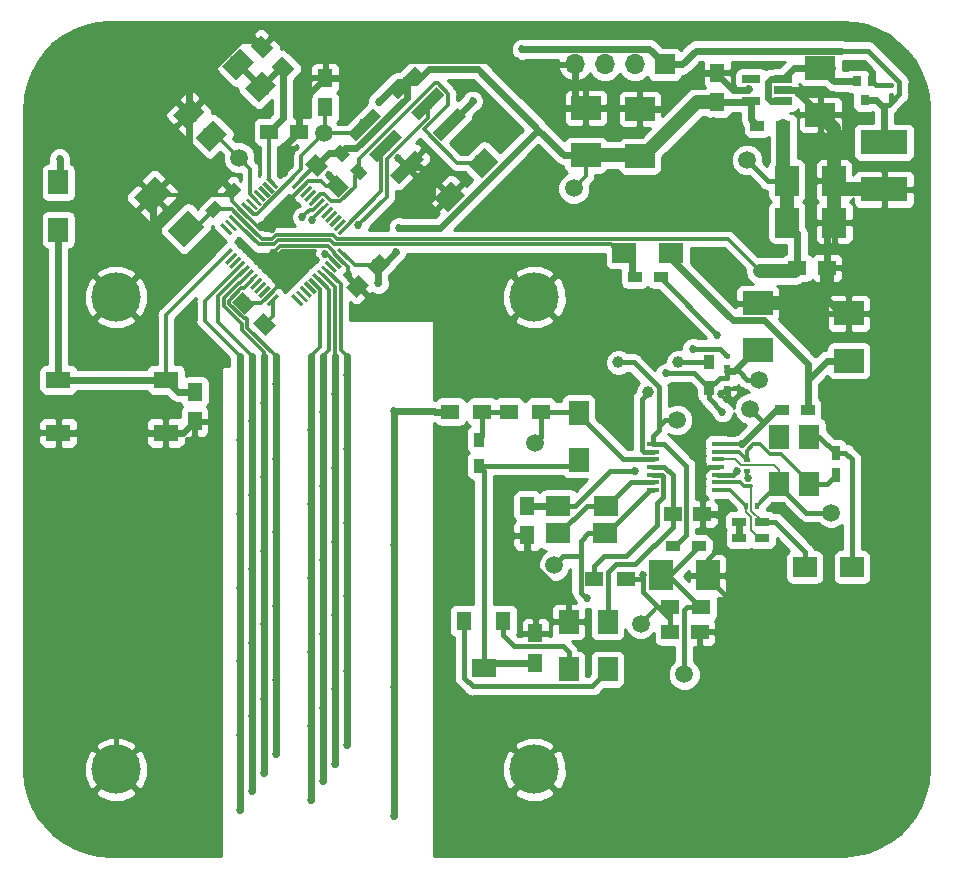
<source format=gbr>
G04 #@! TF.GenerationSoftware,KiCad,Pcbnew,5.0.0*
G04 #@! TF.CreationDate,2018-08-03T22:44:58-04:00*
G04 #@! TF.ProjectId,capacitive,636170616369746976652E6B69636164,rev?*
G04 #@! TF.SameCoordinates,Original*
G04 #@! TF.FileFunction,Copper,L1,Top,Signal*
G04 #@! TF.FilePolarity,Positive*
%FSLAX46Y46*%
G04 Gerber Fmt 4.6, Leading zero omitted, Abs format (unit mm)*
G04 Created by KiCad (PCBNEW 5.0.0) date Fri Aug  3 22:44:58 2018*
%MOMM*%
%LPD*%
G01*
G04 APERTURE LIST*
G04 #@! TA.AperFunction,ComponentPad*
%ADD10C,1.000000*%
G04 #@! TD*
G04 #@! TA.AperFunction,ComponentPad*
%ADD11R,1.700000X1.700000*%
G04 #@! TD*
G04 #@! TA.AperFunction,ComponentPad*
%ADD12O,1.700000X1.700000*%
G04 #@! TD*
G04 #@! TA.AperFunction,SMDPad,CuDef*
%ADD13R,1.500000X1.250000*%
G04 #@! TD*
G04 #@! TA.AperFunction,SMDPad,CuDef*
%ADD14C,1.250000*%
G04 #@! TD*
G04 #@! TA.AperFunction,Conductor*
%ADD15C,0.100000*%
G04 #@! TD*
G04 #@! TA.AperFunction,SMDPad,CuDef*
%ADD16C,0.900000*%
G04 #@! TD*
G04 #@! TA.AperFunction,SMDPad,CuDef*
%ADD17R,2.000000X2.500000*%
G04 #@! TD*
G04 #@! TA.AperFunction,SMDPad,CuDef*
%ADD18R,1.250000X1.500000*%
G04 #@! TD*
G04 #@! TA.AperFunction,SMDPad,CuDef*
%ADD19C,2.000000*%
G04 #@! TD*
G04 #@! TA.AperFunction,SMDPad,CuDef*
%ADD20R,2.500000X2.000000*%
G04 #@! TD*
G04 #@! TA.AperFunction,SMDPad,CuDef*
%ADD21R,0.250000X0.360000*%
G04 #@! TD*
G04 #@! TA.AperFunction,SMDPad,CuDef*
%ADD22R,0.800000X0.900000*%
G04 #@! TD*
G04 #@! TA.AperFunction,SMDPad,CuDef*
%ADD23R,0.900000X1.200000*%
G04 #@! TD*
G04 #@! TA.AperFunction,SMDPad,CuDef*
%ADD24R,1.200000X0.900000*%
G04 #@! TD*
G04 #@! TA.AperFunction,SMDPad,CuDef*
%ADD25C,1.700000*%
G04 #@! TD*
G04 #@! TA.AperFunction,SMDPad,CuDef*
%ADD26R,1.700000X2.000000*%
G04 #@! TD*
G04 #@! TA.AperFunction,SMDPad,CuDef*
%ADD27R,2.100000X1.400000*%
G04 #@! TD*
G04 #@! TA.AperFunction,BGAPad,CuDef*
%ADD28C,1.500000*%
G04 #@! TD*
G04 #@! TA.AperFunction,SMDPad,CuDef*
%ADD29C,0.300000*%
G04 #@! TD*
G04 #@! TA.AperFunction,SMDPad,CuDef*
%ADD30R,1.560000X0.650000*%
G04 #@! TD*
G04 #@! TA.AperFunction,SMDPad,CuDef*
%ADD31R,2.000000X1.600000*%
G04 #@! TD*
G04 #@! TA.AperFunction,SMDPad,CuDef*
%ADD32R,1.300000X1.600000*%
G04 #@! TD*
G04 #@! TA.AperFunction,SMDPad,CuDef*
%ADD33R,0.750000X1.200000*%
G04 #@! TD*
G04 #@! TA.AperFunction,SMDPad,CuDef*
%ADD34R,1.200000X0.750000*%
G04 #@! TD*
G04 #@! TA.AperFunction,SMDPad,CuDef*
%ADD35R,4.000000X2.000000*%
G04 #@! TD*
G04 #@! TA.AperFunction,SMDPad,CuDef*
%ADD36R,0.600000X0.400000*%
G04 #@! TD*
G04 #@! TA.AperFunction,SMDPad,CuDef*
%ADD37R,1.500000X1.300000*%
G04 #@! TD*
G04 #@! TA.AperFunction,SMDPad,CuDef*
%ADD38R,2.000000X1.700000*%
G04 #@! TD*
G04 #@! TA.AperFunction,SMDPad,CuDef*
%ADD39R,0.400000X0.600000*%
G04 #@! TD*
G04 #@! TA.AperFunction,SMDPad,CuDef*
%ADD40R,1.050000X0.450000*%
G04 #@! TD*
G04 #@! TA.AperFunction,SMDPad,CuDef*
%ADD41C,1.000000*%
G04 #@! TD*
G04 #@! TA.AperFunction,ComponentPad*
%ADD42C,4.175000*%
G04 #@! TD*
G04 #@! TA.AperFunction,ViaPad*
%ADD43C,0.685800*%
G04 #@! TD*
G04 #@! TA.AperFunction,Conductor*
%ADD44C,1.200000*%
G04 #@! TD*
G04 #@! TA.AperFunction,Conductor*
%ADD45C,0.600000*%
G04 #@! TD*
G04 #@! TA.AperFunction,Conductor*
%ADD46C,0.300000*%
G04 #@! TD*
G04 #@! TA.AperFunction,Conductor*
%ADD47C,0.450000*%
G04 #@! TD*
G04 #@! TA.AperFunction,Conductor*
%ADD48C,0.152400*%
G04 #@! TD*
G04 #@! TA.AperFunction,Conductor*
%ADD49C,0.200000*%
G04 #@! TD*
G04 #@! TA.AperFunction,Conductor*
%ADD50C,0.254000*%
G04 #@! TD*
G04 APERTURE END LIST*
D10*
G04 #@! TO.P,RV101,2*
G04 #@! TO.N,Net-(RV101-Pad2)*
X124540000Y-88080000D03*
G04 #@! TO.P,RV101,3*
G04 #@! TO.N,Net-(R101-Pad2)*
X127080000Y-85540000D03*
G04 #@! TO.P,RV101,1*
G04 #@! TO.N,Net-(R103-Pad1)*
X122000000Y-85540000D03*
G04 #@! TD*
D11*
G04 #@! TO.P,J102,1*
G04 #@! TO.N,+5V*
X125950000Y-60310000D03*
D12*
G04 #@! TO.P,J102,2*
G04 #@! TO.N,/UART_TX*
X123410000Y-60310000D03*
G04 #@! TO.P,J102,3*
G04 #@! TO.N,/UART_RX*
X120870000Y-60310000D03*
G04 #@! TO.P,J102,4*
G04 #@! TO.N,GND*
X118330000Y-60310000D03*
G04 #@! TD*
D13*
G04 #@! TO.P,C109,1*
G04 #@! TO.N,/A*
X126420000Y-108360000D03*
G04 #@! TO.P,C109,2*
G04 #@! TO.N,GND*
X128920000Y-108360000D03*
G04 #@! TD*
D14*
G04 #@! TO.P,C101,1*
G04 #@! TO.N,+3V3*
X101688523Y-77305797D03*
D15*
G04 #@! TD*
G04 #@! TO.N,+3V3*
G04 #@! TO.C,C101*
G36*
X101776911Y-76333525D02*
X102660795Y-77217409D01*
X101600135Y-78278069D01*
X100716251Y-77394185D01*
X101776911Y-76333525D01*
X101776911Y-76333525D01*
G37*
D14*
G04 #@! TO.P,C101,2*
G04 #@! TO.N,GND*
X99920757Y-79073563D03*
D15*
G04 #@! TD*
G04 #@! TO.N,GND*
G04 #@! TO.C,C101*
G36*
X100009145Y-78101291D02*
X100893029Y-78985175D01*
X99832369Y-80045835D01*
X98948485Y-79161951D01*
X100009145Y-78101291D01*
X100009145Y-78101291D01*
G37*
D14*
G04 #@! TO.P,C102,1*
G04 #@! TO.N,+3V3*
X96458737Y-68850137D03*
D15*
G04 #@! TD*
G04 #@! TO.N,+3V3*
G04 #@! TO.C,C102*
G36*
X95486465Y-68761749D02*
X96370349Y-67877865D01*
X97431009Y-68938525D01*
X96547125Y-69822409D01*
X95486465Y-68761749D01*
X95486465Y-68761749D01*
G37*
D14*
G04 #@! TO.P,C102,2*
G04 #@! TO.N,GND*
X98226503Y-70617903D03*
D15*
G04 #@! TD*
G04 #@! TO.N,GND*
G04 #@! TO.C,C102*
G36*
X97254231Y-70529515D02*
X98138115Y-69645631D01*
X99198775Y-70706291D01*
X98314891Y-71590175D01*
X97254231Y-70529515D01*
X97254231Y-70529515D01*
G37*
D13*
G04 #@! TO.P,C103,1*
G04 #@! TO.N,+3.3VA*
X126610000Y-98360000D03*
G04 #@! TO.P,C103,2*
G04 #@! TO.N,GND*
X129110000Y-98360000D03*
G04 #@! TD*
G04 #@! TO.P,C104,1*
G04 #@! TO.N,+3V3*
X92450000Y-66000000D03*
G04 #@! TO.P,C104,2*
G04 #@! TO.N,GND*
X94950000Y-66000000D03*
G04 #@! TD*
D14*
G04 #@! TO.P,C105,1*
G04 #@! TO.N,+3V3*
X92084783Y-82286663D03*
D15*
G04 #@! TD*
G04 #@! TO.N,+3V3*
G04 #@! TO.C,C105*
G36*
X93057055Y-82375051D02*
X92173171Y-83258935D01*
X91112511Y-82198275D01*
X91996395Y-81314391D01*
X93057055Y-82375051D01*
X93057055Y-82375051D01*
G37*
D14*
G04 #@! TO.P,C105,2*
G04 #@! TO.N,GND*
X90317017Y-80518897D03*
D15*
G04 #@! TD*
G04 #@! TO.N,GND*
G04 #@! TO.C,C105*
G36*
X91289289Y-80607285D02*
X90405405Y-81491169D01*
X89344745Y-80430509D01*
X90228629Y-79546625D01*
X91289289Y-80607285D01*
X91289289Y-80607285D01*
G37*
D16*
G04 #@! TO.P,C106,1*
G04 #@! TO.N,+3.3VA*
X87789103Y-72566697D03*
D15*
G04 #@! TD*
G04 #@! TO.N,+3.3VA*
G04 #@! TO.C,C106*
G36*
X87683037Y-73309159D02*
X87046641Y-72672763D01*
X87895169Y-71824235D01*
X88531565Y-72460631D01*
X87683037Y-73309159D01*
X87683037Y-73309159D01*
G37*
D16*
G04 #@! TO.P,C106,2*
G04 #@! TO.N,GND*
X89344737Y-71011063D03*
D15*
G04 #@! TD*
G04 #@! TO.N,GND*
G04 #@! TO.C,C106*
G36*
X89238671Y-71753525D02*
X88602275Y-71117129D01*
X89450803Y-70268601D01*
X90087199Y-70904997D01*
X89238671Y-71753525D01*
X89238671Y-71753525D01*
G37*
D17*
G04 #@! TO.P,C108,1*
G04 #@! TO.N,Net-(C108-Pad1)*
X125600000Y-103570000D03*
G04 #@! TO.P,C108,2*
G04 #@! TO.N,GND*
X129600000Y-103570000D03*
G04 #@! TD*
D18*
G04 #@! TO.P,C110,1*
G04 #@! TO.N,/+1V65*
X114310000Y-97680000D03*
G04 #@! TO.P,C110,2*
G04 #@! TO.N,GND*
X114310000Y-100180000D03*
G04 #@! TD*
G04 #@! TO.P,C111,1*
G04 #@! TO.N,/NRST*
X97190000Y-63950000D03*
G04 #@! TO.P,C111,2*
G04 #@! TO.N,GND*
X97190000Y-61450000D03*
G04 #@! TD*
D14*
G04 #@! TO.P,C112,1*
G04 #@! TO.N,GND*
X91856117Y-58806117D03*
D15*
G04 #@! TD*
G04 #@! TO.N,GND*
G04 #@! TO.C,C112*
G36*
X90883845Y-58717729D02*
X91767729Y-57833845D01*
X92828389Y-58894505D01*
X91944505Y-59778389D01*
X90883845Y-58717729D01*
X90883845Y-58717729D01*
G37*
D14*
G04 #@! TO.P,C112,2*
G04 #@! TO.N,+3V3*
X93623883Y-60573883D03*
D15*
G04 #@! TD*
G04 #@! TO.N,+3V3*
G04 #@! TO.C,C112*
G36*
X92651611Y-60485495D02*
X93535495Y-59601611D01*
X94596155Y-60662271D01*
X93712271Y-61546155D01*
X92651611Y-60485495D01*
X92651611Y-60485495D01*
G37*
D18*
G04 #@! TO.P,C113,1*
G04 #@! TO.N,/ZERO*
X86130000Y-88020000D03*
G04 #@! TO.P,C113,2*
G04 #@! TO.N,GND*
X86130000Y-90520000D03*
G04 #@! TD*
D19*
G04 #@! TO.P,C114,1*
G04 #@! TO.N,+3.3VA*
X85414214Y-74214214D03*
D15*
G04 #@! TD*
G04 #@! TO.N,+3.3VA*
G04 #@! TO.C,C114*
G36*
X87005204Y-74037437D02*
X85237437Y-75805204D01*
X83823224Y-74390991D01*
X85590991Y-72623224D01*
X87005204Y-74037437D01*
X87005204Y-74037437D01*
G37*
D19*
G04 #@! TO.P,C114,2*
G04 #@! TO.N,GND*
X82585786Y-71385786D03*
D15*
G04 #@! TD*
G04 #@! TO.N,GND*
G04 #@! TO.C,C114*
G36*
X84176776Y-71209009D02*
X82409009Y-72976776D01*
X80994796Y-71562563D01*
X82762563Y-69794796D01*
X84176776Y-71209009D01*
X84176776Y-71209009D01*
G37*
D20*
G04 #@! TO.P,C115,1*
G04 #@! TO.N,Net-(C115-Pad1)*
X139130000Y-60580000D03*
G04 #@! TO.P,C115,2*
G04 #@! TO.N,GND*
X139130000Y-64580000D03*
G04 #@! TD*
G04 #@! TO.P,C116,1*
G04 #@! TO.N,+3V3*
X123830000Y-68070000D03*
G04 #@! TO.P,C116,2*
G04 #@! TO.N,GND*
X123830000Y-64070000D03*
G04 #@! TD*
G04 #@! TO.P,C117,1*
G04 #@! TO.N,+3V3*
X119260000Y-67980000D03*
G04 #@! TO.P,C117,2*
G04 #@! TO.N,GND*
X119260000Y-63980000D03*
G04 #@! TD*
D18*
G04 #@! TO.P,C118,1*
G04 #@! TO.N,+3V3*
X130400000Y-63500000D03*
G04 #@! TO.P,C118,2*
G04 #@! TO.N,GND*
X130400000Y-61000000D03*
G04 #@! TD*
D17*
G04 #@! TO.P,C119,1*
G04 #@! TO.N,+3.3VA*
X136290000Y-73690000D03*
G04 #@! TO.P,C119,2*
G04 #@! TO.N,GND*
X140290000Y-73690000D03*
G04 #@! TD*
G04 #@! TO.P,C120,1*
G04 #@! TO.N,+3.3VA*
X136280000Y-70150000D03*
G04 #@! TO.P,C120,2*
G04 #@! TO.N,GND*
X140280000Y-70150000D03*
G04 #@! TD*
D13*
G04 #@! TO.P,C121,1*
G04 #@! TO.N,+3.3VA*
X137180000Y-77540000D03*
G04 #@! TO.P,C121,2*
G04 #@! TO.N,GND*
X139680000Y-77540000D03*
G04 #@! TD*
D21*
G04 #@! TO.P,D102,1*
G04 #@! TO.N,+5V*
X145100000Y-62920000D03*
G04 #@! TO.P,D102,2*
G04 #@! TO.N,GND*
X145100000Y-62080000D03*
G04 #@! TD*
D22*
G04 #@! TO.P,Q101,3*
G04 #@! TO.N,+5V*
X142870000Y-63350000D03*
G04 #@! TO.P,Q101,2*
G04 #@! TO.N,Net-(C115-Pad1)*
X142220000Y-61750000D03*
G04 #@! TO.P,Q101,1*
G04 #@! TO.N,GND*
X143520000Y-61750000D03*
G04 #@! TD*
D23*
G04 #@! TO.P,R101,1*
G04 #@! TO.N,/+1V65*
X129700000Y-87710000D03*
G04 #@! TO.P,R101,2*
G04 #@! TO.N,Net-(R101-Pad2)*
X129700000Y-85510000D03*
G04 #@! TD*
D24*
G04 #@! TO.P,R103,1*
G04 #@! TO.N,Net-(R103-Pad1)*
X126670000Y-101070000D03*
G04 #@! TO.P,R103,2*
G04 #@! TO.N,Net-(C108-Pad1)*
X128870000Y-101070000D03*
G04 #@! TD*
D16*
G04 #@! TO.P,R108,1*
G04 #@! TO.N,+3V3*
X98514946Y-67802466D03*
D15*
G04 #@! TD*
G04 #@! TO.N,+3V3*
G04 #@! TO.C,R108*
G36*
X97772484Y-67696400D02*
X98408880Y-67060004D01*
X99257408Y-67908532D01*
X98621012Y-68544928D01*
X97772484Y-67696400D01*
X97772484Y-67696400D01*
G37*
D16*
G04 #@! TO.P,R108,2*
G04 #@! TO.N,/BOOT0*
X100070580Y-69358100D03*
D15*
G04 #@! TD*
G04 #@! TO.N,/BOOT0*
G04 #@! TO.C,R108*
G36*
X99328118Y-69252034D02*
X99964514Y-68615638D01*
X100813042Y-69464166D01*
X100176646Y-70100562D01*
X99328118Y-69252034D01*
X99328118Y-69252034D01*
G37*
D25*
G04 #@! TO.P,R109,1*
G04 #@! TO.N,/BOOT0*
X110564214Y-68655786D03*
D15*
G04 #@! TD*
G04 #@! TO.N,/BOOT0*
G04 #@! TO.C,R109*
G36*
X110670280Y-67347638D02*
X111872362Y-68549720D01*
X110458148Y-69963934D01*
X109256066Y-68761852D01*
X110670280Y-67347638D01*
X110670280Y-67347638D01*
G37*
D25*
G04 #@! TO.P,R109,2*
G04 #@! TO.N,GND*
X107735786Y-71484214D03*
D15*
G04 #@! TD*
G04 #@! TO.N,GND*
G04 #@! TO.C,R109*
G36*
X107841852Y-70176066D02*
X109043934Y-71378148D01*
X107629720Y-72792362D01*
X106427638Y-71590280D01*
X107841852Y-70176066D01*
X107841852Y-70176066D01*
G37*
D26*
G04 #@! TO.P,R110,1*
G04 #@! TO.N,+3V3*
X74600000Y-70300000D03*
G04 #@! TO.P,R110,2*
G04 #@! TO.N,/ZERO*
X74600000Y-74300000D03*
G04 #@! TD*
D24*
G04 #@! TO.P,R111,1*
G04 #@! TO.N,+3V3*
X133780000Y-65490000D03*
G04 #@! TO.P,R111,2*
G04 #@! TO.N,+3.3VA*
X135980000Y-65490000D03*
G04 #@! TD*
D27*
G04 #@! TO.P,SW101,2*
G04 #@! TO.N,GND*
X83700000Y-91500000D03*
X74600000Y-91500000D03*
G04 #@! TO.P,SW101,1*
G04 #@! TO.N,/ZERO*
X74600000Y-87000000D03*
X83700000Y-87000000D03*
G04 #@! TD*
D28*
G04 #@! TO.P,TP101,1*
G04 #@! TO.N,/OSC_8MHz*
X89900000Y-68200000D03*
G04 #@! TD*
G04 #@! TO.P,TP103,1*
G04 #@! TO.N,/A*
X123900000Y-107650000D03*
G04 #@! TD*
G04 #@! TO.P,TP104,1*
G04 #@! TO.N,Net-(C108-Pad1)*
X127600000Y-111950000D03*
G04 #@! TD*
G04 #@! TO.P,TP105,1*
G04 #@! TO.N,Net-(R103-Pad1)*
X126990000Y-90410000D03*
G04 #@! TD*
G04 #@! TO.P,TP106,1*
G04 #@! TO.N,Net-(R106-Pad1)*
X114970000Y-92360000D03*
G04 #@! TD*
G04 #@! TO.P,TP107,1*
G04 #@! TO.N,+3V3*
X118230000Y-70800000D03*
G04 #@! TD*
G04 #@! TO.P,TP108,1*
G04 #@! TO.N,+3.3VA*
X132900000Y-68400000D03*
G04 #@! TD*
G04 #@! TO.P,TP109,1*
G04 #@! TO.N,/NRST*
X97100000Y-66130000D03*
G04 #@! TD*
D29*
G04 #@! TO.P,U101,1*
G04 #@! TO.N,+3V3*
X92746280Y-70354493D03*
D15*
G04 #@! TD*
G04 #@! TO.N,+3V3*
G04 #@! TO.C,U101*
G36*
X92428082Y-69824163D02*
X93276610Y-70672691D01*
X93064478Y-70884823D01*
X92215950Y-70036295D01*
X92428082Y-69824163D01*
X92428082Y-69824163D01*
G37*
D29*
G04 #@! TO.P,U101,2*
G04 #@! TO.N,N/C*
X92392726Y-70708046D03*
D15*
G04 #@! TD*
G04 #@! TO.N,N/C*
G04 #@! TO.C,U101*
G36*
X92074528Y-70177716D02*
X92923056Y-71026244D01*
X92710924Y-71238376D01*
X91862396Y-70389848D01*
X92074528Y-70177716D01*
X92074528Y-70177716D01*
G37*
D29*
G04 #@! TO.P,U101,3*
G04 #@! TO.N,N/C*
X92039173Y-71061599D03*
D15*
G04 #@! TD*
G04 #@! TO.N,N/C*
G04 #@! TO.C,U101*
G36*
X91720975Y-70531269D02*
X92569503Y-71379797D01*
X92357371Y-71591929D01*
X91508843Y-70743401D01*
X91720975Y-70531269D01*
X91720975Y-70531269D01*
G37*
D29*
G04 #@! TO.P,U101,4*
G04 #@! TO.N,N/C*
X91685620Y-71415153D03*
D15*
G04 #@! TD*
G04 #@! TO.N,N/C*
G04 #@! TO.C,U101*
G36*
X91367422Y-70884823D02*
X92215950Y-71733351D01*
X92003818Y-71945483D01*
X91155290Y-71096955D01*
X91367422Y-70884823D01*
X91367422Y-70884823D01*
G37*
D29*
G04 #@! TO.P,U101,5*
G04 #@! TO.N,/OSC_8MHz*
X91332066Y-71768706D03*
D15*
G04 #@! TD*
G04 #@! TO.N,/OSC_8MHz*
G04 #@! TO.C,U101*
G36*
X91013868Y-71238376D02*
X91862396Y-72086904D01*
X91650264Y-72299036D01*
X90801736Y-71450508D01*
X91013868Y-71238376D01*
X91013868Y-71238376D01*
G37*
D29*
G04 #@! TO.P,U101,6*
G04 #@! TO.N,N/C*
X90978513Y-72122259D03*
D15*
G04 #@! TD*
G04 #@! TO.N,N/C*
G04 #@! TO.C,U101*
G36*
X90660315Y-71591929D02*
X91508843Y-72440457D01*
X91296711Y-72652589D01*
X90448183Y-71804061D01*
X90660315Y-71591929D01*
X90660315Y-71591929D01*
G37*
D29*
G04 #@! TO.P,U101,7*
G04 #@! TO.N,/NRST*
X90624959Y-72475813D03*
D15*
G04 #@! TD*
G04 #@! TO.N,/NRST*
G04 #@! TO.C,U101*
G36*
X90306761Y-71945483D02*
X91155289Y-72794011D01*
X90943157Y-73006143D01*
X90094629Y-72157615D01*
X90306761Y-71945483D01*
X90306761Y-71945483D01*
G37*
D29*
G04 #@! TO.P,U101,8*
G04 #@! TO.N,GND*
X90271406Y-72829366D03*
D15*
G04 #@! TD*
G04 #@! TO.N,GND*
G04 #@! TO.C,U101*
G36*
X89953208Y-72299036D02*
X90801736Y-73147564D01*
X90589604Y-73359696D01*
X89741076Y-72511168D01*
X89953208Y-72299036D01*
X89953208Y-72299036D01*
G37*
D29*
G04 #@! TO.P,U101,9*
G04 #@! TO.N,+3.3VA*
X89917853Y-73182920D03*
D15*
G04 #@! TD*
G04 #@! TO.N,+3.3VA*
G04 #@! TO.C,U101*
G36*
X89599655Y-72652590D02*
X90448183Y-73501118D01*
X90236051Y-73713250D01*
X89387523Y-72864722D01*
X89599655Y-72652590D01*
X89599655Y-72652590D01*
G37*
D29*
G04 #@! TO.P,U101,10*
G04 #@! TO.N,/ADC_IN*
X89564299Y-73536473D03*
D15*
G04 #@! TD*
G04 #@! TO.N,/ADC_IN*
G04 #@! TO.C,U101*
G36*
X89246101Y-73006143D02*
X90094629Y-73854671D01*
X89882497Y-74066803D01*
X89033969Y-73218275D01*
X89246101Y-73006143D01*
X89246101Y-73006143D01*
G37*
D29*
G04 #@! TO.P,U101,11*
G04 #@! TO.N,N/C*
X89210746Y-73890026D03*
D15*
G04 #@! TD*
G04 #@! TO.N,N/C*
G04 #@! TO.C,U101*
G36*
X88892548Y-73359696D02*
X89741076Y-74208224D01*
X89528944Y-74420356D01*
X88680416Y-73571828D01*
X88892548Y-73359696D01*
X88892548Y-73359696D01*
G37*
D29*
G04 #@! TO.P,U101,12*
G04 #@! TO.N,N/C*
X88857193Y-74243580D03*
D15*
G04 #@! TD*
G04 #@! TO.N,N/C*
G04 #@! TO.C,U101*
G36*
X88538995Y-73713250D02*
X89387523Y-74561778D01*
X89175391Y-74773910D01*
X88326863Y-73925382D01*
X88538995Y-73713250D01*
X88538995Y-73713250D01*
G37*
D29*
G04 #@! TO.P,U101,13*
G04 #@! TO.N,/ZERO*
X88857193Y-76364900D03*
D15*
G04 #@! TD*
G04 #@! TO.N,/ZERO*
G04 #@! TO.C,U101*
G36*
X89175391Y-75834570D02*
X89387523Y-76046702D01*
X88538995Y-76895230D01*
X88326863Y-76683098D01*
X89175391Y-75834570D01*
X89175391Y-75834570D01*
G37*
D29*
G04 #@! TO.P,U101,14*
G04 #@! TO.N,N/C*
X89210746Y-76718454D03*
D15*
G04 #@! TD*
G04 #@! TO.N,N/C*
G04 #@! TO.C,U101*
G36*
X89528944Y-76188124D02*
X89741076Y-76400256D01*
X88892548Y-77248784D01*
X88680416Y-77036652D01*
X89528944Y-76188124D01*
X89528944Y-76188124D01*
G37*
D29*
G04 #@! TO.P,U101,15*
G04 #@! TO.N,N/C*
X89564299Y-77072007D03*
D15*
G04 #@! TD*
G04 #@! TO.N,N/C*
G04 #@! TO.C,U101*
G36*
X89882497Y-76541677D02*
X90094629Y-76753809D01*
X89246101Y-77602337D01*
X89033969Y-77390205D01*
X89882497Y-76541677D01*
X89882497Y-76541677D01*
G37*
D29*
G04 #@! TO.P,U101,16*
G04 #@! TO.N,/PHASE0*
X89917853Y-77425560D03*
D15*
G04 #@! TD*
G04 #@! TO.N,/PHASE0*
G04 #@! TO.C,U101*
G36*
X90236051Y-76895230D02*
X90448183Y-77107362D01*
X89599655Y-77955890D01*
X89387523Y-77743758D01*
X90236051Y-76895230D01*
X90236051Y-76895230D01*
G37*
D29*
G04 #@! TO.P,U101,17*
G04 #@! TO.N,/PHASE2*
X90271406Y-77779114D03*
D15*
G04 #@! TD*
G04 #@! TO.N,/PHASE2*
G04 #@! TO.C,U101*
G36*
X90589604Y-77248784D02*
X90801736Y-77460916D01*
X89953208Y-78309444D01*
X89741076Y-78097312D01*
X90589604Y-77248784D01*
X90589604Y-77248784D01*
G37*
D29*
G04 #@! TO.P,U101,18*
G04 #@! TO.N,/PHASE4*
X90624959Y-78132667D03*
D15*
G04 #@! TD*
G04 #@! TO.N,/PHASE4*
G04 #@! TO.C,U101*
G36*
X90943157Y-77602337D02*
X91155289Y-77814469D01*
X90306761Y-78662997D01*
X90094629Y-78450865D01*
X90943157Y-77602337D01*
X90943157Y-77602337D01*
G37*
D29*
G04 #@! TO.P,U101,19*
G04 #@! TO.N,/PHASE6*
X90978513Y-78486221D03*
D15*
G04 #@! TD*
G04 #@! TO.N,/PHASE6*
G04 #@! TO.C,U101*
G36*
X91296711Y-77955891D02*
X91508843Y-78168023D01*
X90660315Y-79016551D01*
X90448183Y-78804419D01*
X91296711Y-77955891D01*
X91296711Y-77955891D01*
G37*
D29*
G04 #@! TO.P,U101,20*
G04 #@! TO.N,N/C*
X91332066Y-78839774D03*
D15*
G04 #@! TD*
G04 #@! TO.N,N/C*
G04 #@! TO.C,U101*
G36*
X91650264Y-78309444D02*
X91862396Y-78521576D01*
X91013868Y-79370104D01*
X90801736Y-79157972D01*
X91650264Y-78309444D01*
X91650264Y-78309444D01*
G37*
D29*
G04 #@! TO.P,U101,21*
G04 #@! TO.N,N/C*
X91685620Y-79193327D03*
D15*
G04 #@! TD*
G04 #@! TO.N,N/C*
G04 #@! TO.C,U101*
G36*
X92003818Y-78662997D02*
X92215950Y-78875129D01*
X91367422Y-79723657D01*
X91155290Y-79511525D01*
X92003818Y-78662997D01*
X92003818Y-78662997D01*
G37*
D29*
G04 #@! TO.P,U101,22*
G04 #@! TO.N,N/C*
X92039173Y-79546881D03*
D15*
G04 #@! TD*
G04 #@! TO.N,N/C*
G04 #@! TO.C,U101*
G36*
X92357371Y-79016551D02*
X92569503Y-79228683D01*
X91720975Y-80077211D01*
X91508843Y-79865079D01*
X92357371Y-79016551D01*
X92357371Y-79016551D01*
G37*
D29*
G04 #@! TO.P,U101,23*
G04 #@! TO.N,GND*
X92392726Y-79900434D03*
D15*
G04 #@! TD*
G04 #@! TO.N,GND*
G04 #@! TO.C,U101*
G36*
X92710924Y-79370104D02*
X92923056Y-79582236D01*
X92074528Y-80430764D01*
X91862396Y-80218632D01*
X92710924Y-79370104D01*
X92710924Y-79370104D01*
G37*
D29*
G04 #@! TO.P,U101,24*
G04 #@! TO.N,+3V3*
X92746280Y-80253987D03*
D15*
G04 #@! TD*
G04 #@! TO.N,+3V3*
G04 #@! TO.C,U101*
G36*
X93064478Y-79723657D02*
X93276610Y-79935789D01*
X92428082Y-80784317D01*
X92215950Y-80572185D01*
X93064478Y-79723657D01*
X93064478Y-79723657D01*
G37*
D29*
G04 #@! TO.P,U101,25*
G04 #@! TO.N,N/C*
X94867600Y-80253987D03*
D15*
G04 #@! TD*
G04 #@! TO.N,N/C*
G04 #@! TO.C,U101*
G36*
X94549402Y-79723657D02*
X95397930Y-80572185D01*
X95185798Y-80784317D01*
X94337270Y-79935789D01*
X94549402Y-79723657D01*
X94549402Y-79723657D01*
G37*
D29*
G04 #@! TO.P,U101,26*
G04 #@! TO.N,N/C*
X95221154Y-79900434D03*
D15*
G04 #@! TD*
G04 #@! TO.N,N/C*
G04 #@! TO.C,U101*
G36*
X94902956Y-79370104D02*
X95751484Y-80218632D01*
X95539352Y-80430764D01*
X94690824Y-79582236D01*
X94902956Y-79370104D01*
X94902956Y-79370104D01*
G37*
D29*
G04 #@! TO.P,U101,27*
G04 #@! TO.N,N/C*
X95574707Y-79546881D03*
D15*
G04 #@! TD*
G04 #@! TO.N,N/C*
G04 #@! TO.C,U101*
G36*
X95256509Y-79016551D02*
X96105037Y-79865079D01*
X95892905Y-80077211D01*
X95044377Y-79228683D01*
X95256509Y-79016551D01*
X95256509Y-79016551D01*
G37*
D29*
G04 #@! TO.P,U101,28*
G04 #@! TO.N,N/C*
X95928260Y-79193327D03*
D15*
G04 #@! TD*
G04 #@! TO.N,N/C*
G04 #@! TO.C,U101*
G36*
X95610062Y-78662997D02*
X96458590Y-79511525D01*
X96246458Y-79723657D01*
X95397930Y-78875129D01*
X95610062Y-78662997D01*
X95610062Y-78662997D01*
G37*
D29*
G04 #@! TO.P,U101,29*
G04 #@! TO.N,/PHASE1*
X96281814Y-78839774D03*
D15*
G04 #@! TD*
G04 #@! TO.N,/PHASE1*
G04 #@! TO.C,U101*
G36*
X95963616Y-78309444D02*
X96812144Y-79157972D01*
X96600012Y-79370104D01*
X95751484Y-78521576D01*
X95963616Y-78309444D01*
X95963616Y-78309444D01*
G37*
D29*
G04 #@! TO.P,U101,30*
G04 #@! TO.N,/PHASE3*
X96635367Y-78486221D03*
D15*
G04 #@! TD*
G04 #@! TO.N,/PHASE3*
G04 #@! TO.C,U101*
G36*
X96317169Y-77955891D02*
X97165697Y-78804419D01*
X96953565Y-79016551D01*
X96105037Y-78168023D01*
X96317169Y-77955891D01*
X96317169Y-77955891D01*
G37*
D29*
G04 #@! TO.P,U101,31*
G04 #@! TO.N,/PHASE5*
X96988921Y-78132667D03*
D15*
G04 #@! TD*
G04 #@! TO.N,/PHASE5*
G04 #@! TO.C,U101*
G36*
X96670723Y-77602337D02*
X97519251Y-78450865D01*
X97307119Y-78662997D01*
X96458591Y-77814469D01*
X96670723Y-77602337D01*
X96670723Y-77602337D01*
G37*
D29*
G04 #@! TO.P,U101,32*
G04 #@! TO.N,/PHASE7*
X97342474Y-77779114D03*
D15*
G04 #@! TD*
G04 #@! TO.N,/PHASE7*
G04 #@! TO.C,U101*
G36*
X97024276Y-77248784D02*
X97872804Y-78097312D01*
X97660672Y-78309444D01*
X96812144Y-77460916D01*
X97024276Y-77248784D01*
X97024276Y-77248784D01*
G37*
D29*
G04 #@! TO.P,U101,33*
G04 #@! TO.N,N/C*
X97696027Y-77425560D03*
D15*
G04 #@! TD*
G04 #@! TO.N,N/C*
G04 #@! TO.C,U101*
G36*
X97377829Y-76895230D02*
X98226357Y-77743758D01*
X98014225Y-77955890D01*
X97165697Y-77107362D01*
X97377829Y-76895230D01*
X97377829Y-76895230D01*
G37*
D29*
G04 #@! TO.P,U101,34*
G04 #@! TO.N,/SWDIO*
X98049581Y-77072007D03*
D15*
G04 #@! TD*
G04 #@! TO.N,/SWDIO*
G04 #@! TO.C,U101*
G36*
X97731383Y-76541677D02*
X98579911Y-77390205D01*
X98367779Y-77602337D01*
X97519251Y-76753809D01*
X97731383Y-76541677D01*
X97731383Y-76541677D01*
G37*
D29*
G04 #@! TO.P,U101,35*
G04 #@! TO.N,GND*
X98403134Y-76718454D03*
D15*
G04 #@! TD*
G04 #@! TO.N,GND*
G04 #@! TO.C,U101*
G36*
X98084936Y-76188124D02*
X98933464Y-77036652D01*
X98721332Y-77248784D01*
X97872804Y-76400256D01*
X98084936Y-76188124D01*
X98084936Y-76188124D01*
G37*
D29*
G04 #@! TO.P,U101,36*
G04 #@! TO.N,+3V3*
X98756687Y-76364900D03*
D15*
G04 #@! TD*
G04 #@! TO.N,+3V3*
G04 #@! TO.C,U101*
G36*
X98438489Y-75834570D02*
X99287017Y-76683098D01*
X99074885Y-76895230D01*
X98226357Y-76046702D01*
X98438489Y-75834570D01*
X98438489Y-75834570D01*
G37*
D29*
G04 #@! TO.P,U101,37*
G04 #@! TO.N,/SWCLK*
X98756687Y-74243580D03*
D15*
G04 #@! TD*
G04 #@! TO.N,/SWCLK*
G04 #@! TO.C,U101*
G36*
X99074885Y-73713250D02*
X99287017Y-73925382D01*
X98438489Y-74773910D01*
X98226357Y-74561778D01*
X99074885Y-73713250D01*
X99074885Y-73713250D01*
G37*
D29*
G04 #@! TO.P,U101,38*
G04 #@! TO.N,N/C*
X98403134Y-73890026D03*
D15*
G04 #@! TD*
G04 #@! TO.N,N/C*
G04 #@! TO.C,U101*
G36*
X98721332Y-73359696D02*
X98933464Y-73571828D01*
X98084936Y-74420356D01*
X97872804Y-74208224D01*
X98721332Y-73359696D01*
X98721332Y-73359696D01*
G37*
D29*
G04 #@! TO.P,U101,39*
G04 #@! TO.N,N/C*
X98049581Y-73536473D03*
D15*
G04 #@! TD*
G04 #@! TO.N,N/C*
G04 #@! TO.C,U101*
G36*
X98367779Y-73006143D02*
X98579911Y-73218275D01*
X97731383Y-74066803D01*
X97519251Y-73854671D01*
X98367779Y-73006143D01*
X98367779Y-73006143D01*
G37*
D29*
G04 #@! TO.P,U101,40*
G04 #@! TO.N,N/C*
X97696027Y-73182920D03*
D15*
G04 #@! TD*
G04 #@! TO.N,N/C*
G04 #@! TO.C,U101*
G36*
X98014225Y-72652590D02*
X98226357Y-72864722D01*
X97377829Y-73713250D01*
X97165697Y-73501118D01*
X98014225Y-72652590D01*
X98014225Y-72652590D01*
G37*
D29*
G04 #@! TO.P,U101,41*
G04 #@! TO.N,N/C*
X97342474Y-72829366D03*
D15*
G04 #@! TD*
G04 #@! TO.N,N/C*
G04 #@! TO.C,U101*
G36*
X97660672Y-72299036D02*
X97872804Y-72511168D01*
X97024276Y-73359696D01*
X96812144Y-73147564D01*
X97660672Y-72299036D01*
X97660672Y-72299036D01*
G37*
D29*
G04 #@! TO.P,U101,42*
G04 #@! TO.N,/UART_TX*
X96988921Y-72475813D03*
D15*
G04 #@! TD*
G04 #@! TO.N,/UART_TX*
G04 #@! TO.C,U101*
G36*
X97307119Y-71945483D02*
X97519251Y-72157615D01*
X96670723Y-73006143D01*
X96458591Y-72794011D01*
X97307119Y-71945483D01*
X97307119Y-71945483D01*
G37*
D29*
G04 #@! TO.P,U101,43*
G04 #@! TO.N,/UART_RX*
X96635367Y-72122259D03*
D15*
G04 #@! TD*
G04 #@! TO.N,/UART_RX*
G04 #@! TO.C,U101*
G36*
X96953565Y-71591929D02*
X97165697Y-71804061D01*
X96317169Y-72652589D01*
X96105037Y-72440457D01*
X96953565Y-71591929D01*
X96953565Y-71591929D01*
G37*
D29*
G04 #@! TO.P,U101,44*
G04 #@! TO.N,/BOOT0*
X96281814Y-71768706D03*
D15*
G04 #@! TD*
G04 #@! TO.N,/BOOT0*
G04 #@! TO.C,U101*
G36*
X96600012Y-71238376D02*
X96812144Y-71450508D01*
X95963616Y-72299036D01*
X95751484Y-72086904D01*
X96600012Y-71238376D01*
X96600012Y-71238376D01*
G37*
D29*
G04 #@! TO.P,U101,45*
G04 #@! TO.N,N/C*
X95928260Y-71415153D03*
D15*
G04 #@! TD*
G04 #@! TO.N,N/C*
G04 #@! TO.C,U101*
G36*
X96246458Y-70884823D02*
X96458590Y-71096955D01*
X95610062Y-71945483D01*
X95397930Y-71733351D01*
X96246458Y-70884823D01*
X96246458Y-70884823D01*
G37*
D29*
G04 #@! TO.P,U101,46*
G04 #@! TO.N,N/C*
X95574707Y-71061599D03*
D15*
G04 #@! TD*
G04 #@! TO.N,N/C*
G04 #@! TO.C,U101*
G36*
X95892905Y-70531269D02*
X96105037Y-70743401D01*
X95256509Y-71591929D01*
X95044377Y-71379797D01*
X95892905Y-70531269D01*
X95892905Y-70531269D01*
G37*
D29*
G04 #@! TO.P,U101,47*
G04 #@! TO.N,GND*
X95221154Y-70708046D03*
D15*
G04 #@! TD*
G04 #@! TO.N,GND*
G04 #@! TO.C,U101*
G36*
X95539352Y-70177716D02*
X95751484Y-70389848D01*
X94902956Y-71238376D01*
X94690824Y-71026244D01*
X95539352Y-70177716D01*
X95539352Y-70177716D01*
G37*
D29*
G04 #@! TO.P,U101,48*
G04 #@! TO.N,+3V3*
X94867600Y-70354493D03*
D15*
G04 #@! TD*
G04 #@! TO.N,+3V3*
G04 #@! TO.C,U101*
G36*
X95185798Y-69824163D02*
X95397930Y-70036295D01*
X94549402Y-70884823D01*
X94337270Y-70672691D01*
X95185798Y-69824163D01*
X95185798Y-69824163D01*
G37*
D25*
G04 #@! TO.P,U103,1*
G04 #@! TO.N,+3V3*
X89816862Y-60292182D03*
D15*
G04 #@! TD*
G04 #@! TO.N,+3V3*
G04 #@! TO.C,U103*
G36*
X89958283Y-58948679D02*
X91160365Y-60150761D01*
X89675441Y-61635685D01*
X88473359Y-60433603D01*
X89958283Y-58948679D01*
X89958283Y-58948679D01*
G37*
D25*
G04 #@! TO.P,U103,2*
G04 #@! TO.N,GND*
X85644932Y-64464112D03*
D15*
G04 #@! TD*
G04 #@! TO.N,GND*
G04 #@! TO.C,U103*
G36*
X85786353Y-63120609D02*
X86988435Y-64322691D01*
X85503511Y-65807615D01*
X84301429Y-64605533D01*
X85786353Y-63120609D01*
X85786353Y-63120609D01*
G37*
D25*
G04 #@! TO.P,U103,3*
G04 #@! TO.N,/OSC_8MHz*
X87554120Y-66373300D03*
D15*
G04 #@! TD*
G04 #@! TO.N,/OSC_8MHz*
G04 #@! TO.C,U103*
G36*
X87695541Y-65029797D02*
X88897623Y-66231879D01*
X87412699Y-67716803D01*
X86210617Y-66514721D01*
X87695541Y-65029797D01*
X87695541Y-65029797D01*
G37*
D25*
G04 #@! TO.P,U103,4*
G04 #@! TO.N,+3V3*
X91726050Y-62201370D03*
D15*
G04 #@! TD*
G04 #@! TO.N,+3V3*
G04 #@! TO.C,U103*
G36*
X91867471Y-60857867D02*
X93069553Y-62059949D01*
X91584629Y-63544873D01*
X90382547Y-62342791D01*
X91867471Y-60857867D01*
X91867471Y-60857867D01*
G37*
D30*
G04 #@! TO.P,U104,1*
G04 #@! TO.N,Net-(C115-Pad1)*
X135950000Y-63420000D03*
G04 #@! TO.P,U104,2*
G04 #@! TO.N,GND*
X135950000Y-62470000D03*
G04 #@! TO.P,U104,3*
G04 #@! TO.N,Net-(C115-Pad1)*
X135950000Y-61520000D03*
G04 #@! TO.P,U104,4*
G04 #@! TO.N,N/C*
X133250000Y-61520000D03*
G04 #@! TO.P,U104,5*
G04 #@! TO.N,+3V3*
X133250000Y-63420000D03*
G04 #@! TD*
D26*
G04 #@! TO.P,R107,1*
G04 #@! TO.N,+3.3VA*
X121100000Y-107500000D03*
G04 #@! TO.P,R107,2*
G04 #@! TO.N,Net-(R107-Pad2)*
X121100000Y-111500000D03*
G04 #@! TD*
G04 #@! TO.P,R112,1*
G04 #@! TO.N,Net-(R112-Pad1)*
X117800000Y-111500000D03*
G04 #@! TO.P,R112,2*
G04 #@! TO.N,GND*
X117800000Y-107500000D03*
G04 #@! TD*
D31*
G04 #@! TO.P,RV102,2*
G04 #@! TO.N,Net-(C107-Pad1)*
X110600000Y-111400000D03*
D32*
G04 #@! TO.P,RV102,1*
G04 #@! TO.N,Net-(R107-Pad2)*
X108950000Y-107400000D03*
G04 #@! TO.P,RV102,3*
G04 #@! TO.N,Net-(R112-Pad1)*
X112250000Y-107400000D03*
G04 #@! TD*
D18*
G04 #@! TO.P,C107,1*
G04 #@! TO.N,Net-(C107-Pad1)*
X115000000Y-110950000D03*
G04 #@! TO.P,C107,2*
G04 #@! TO.N,GND*
X115000000Y-108450000D03*
G04 #@! TD*
D33*
G04 #@! TO.P,C124,1*
G04 #@! TO.N,Net-(C124-Pad1)*
X140410000Y-95080000D03*
G04 #@! TO.P,C124,2*
G04 #@! TO.N,Net-(C124-Pad2)*
X140410000Y-93180000D03*
G04 #@! TD*
D20*
G04 #@! TO.P,C125,1*
G04 #@! TO.N,Net-(C125-Pad1)*
X141530000Y-85390000D03*
G04 #@! TO.P,C125,2*
G04 #@! TO.N,GND*
X141530000Y-81390000D03*
G04 #@! TD*
D34*
G04 #@! TO.P,C126,1*
G04 #@! TO.N,Net-(C126-Pad1)*
X132240000Y-99030000D03*
G04 #@! TO.P,C126,2*
G04 #@! TO.N,Net-(C126-Pad2)*
X134140000Y-99030000D03*
G04 #@! TD*
G04 #@! TO.P,C127,1*
G04 #@! TO.N,Net-(C127-Pad1)*
X134170000Y-100420000D03*
G04 #@! TO.P,C127,2*
G04 #@! TO.N,Net-(C126-Pad1)*
X132270000Y-100420000D03*
G04 #@! TD*
D35*
G04 #@! TO.P,J106,1*
G04 #@! TO.N,+5V*
X144510000Y-66890000D03*
G04 #@! TO.P,J106,2*
G04 #@! TO.N,GND*
X144510000Y-70890000D03*
G04 #@! TD*
D36*
G04 #@! TO.P,R102,1*
G04 #@! TO.N,+3.3VA*
X131250000Y-85030000D03*
G04 #@! TO.P,R102,2*
G04 #@! TO.N,/+1V65*
X131250000Y-85930000D03*
G04 #@! TD*
D37*
G04 #@! TO.P,R104,1*
G04 #@! TO.N,Net-(C108-Pad1)*
X129050000Y-106260000D03*
G04 #@! TO.P,R104,2*
G04 #@! TO.N,/A*
X126350000Y-106260000D03*
G04 #@! TD*
D36*
G04 #@! TO.P,R105,1*
G04 #@! TO.N,/+1V65*
X131250000Y-86820000D03*
G04 #@! TO.P,R105,2*
G04 #@! TO.N,GND*
X131250000Y-87720000D03*
G04 #@! TD*
D26*
G04 #@! TO.P,R106,1*
G04 #@! TO.N,Net-(R106-Pad1)*
X118650000Y-89800000D03*
G04 #@! TO.P,R106,2*
G04 #@! TO.N,Net-(C107-Pad1)*
X118650000Y-93800000D03*
G04 #@! TD*
D37*
G04 #@! TO.P,R113,1*
G04 #@! TO.N,/RX_PAD*
X107800000Y-89700000D03*
G04 #@! TO.P,R113,2*
G04 #@! TO.N,Net-(R113-Pad2)*
X110500000Y-89700000D03*
G04 #@! TD*
G04 #@! TO.P,R114,1*
G04 #@! TO.N,Net-(R113-Pad2)*
X112750000Y-89700000D03*
G04 #@! TO.P,R114,2*
G04 #@! TO.N,Net-(R106-Pad1)*
X115450000Y-89700000D03*
G04 #@! TD*
D23*
G04 #@! TO.P,R115,1*
G04 #@! TO.N,Net-(R113-Pad2)*
X110200000Y-92100000D03*
G04 #@! TO.P,R115,2*
G04 #@! TO.N,Net-(C107-Pad1)*
X110200000Y-94300000D03*
G04 #@! TD*
D26*
G04 #@! TO.P,R117,1*
G04 #@! TO.N,Net-(C124-Pad1)*
X138190000Y-95810000D03*
G04 #@! TO.P,R117,2*
G04 #@! TO.N,Net-(C124-Pad2)*
X138190000Y-91810000D03*
G04 #@! TD*
D36*
G04 #@! TO.P,R118,1*
G04 #@! TO.N,Net-(R118-Pad1)*
X132900000Y-94700000D03*
G04 #@! TO.P,R118,2*
G04 #@! TO.N,Net-(C124-Pad1)*
X132900000Y-93800000D03*
G04 #@! TD*
D24*
G04 #@! TO.P,R119,1*
G04 #@! TO.N,Net-(C124-Pad2)*
X135850000Y-89540000D03*
G04 #@! TO.P,R119,2*
G04 #@! TO.N,Net-(C125-Pad1)*
X138050000Y-89540000D03*
G04 #@! TD*
D38*
G04 #@! TO.P,R122,1*
G04 #@! TO.N,/+1V65*
X116930000Y-97660000D03*
G04 #@! TO.P,R122,2*
G04 #@! TO.N,Net-(R122-Pad2)*
X120930000Y-97660000D03*
G04 #@! TD*
G04 #@! TO.P,R123,1*
G04 #@! TO.N,Net-(R122-Pad2)*
X116880000Y-100010000D03*
G04 #@! TO.P,R123,2*
G04 #@! TO.N,Net-(R118-Pad1)*
X120880000Y-100010000D03*
G04 #@! TD*
D24*
G04 #@! TO.P,R124,1*
G04 #@! TO.N,/A*
X125610000Y-78300000D03*
G04 #@! TO.P,R124,2*
G04 #@! TO.N,/ADC_IN*
X123410000Y-78300000D03*
G04 #@! TD*
D37*
G04 #@! TO.P,R125,1*
G04 #@! TO.N,/A*
X122640000Y-103860000D03*
G04 #@! TO.P,R125,2*
G04 #@! TO.N,Net-(R125-Pad2)*
X119940000Y-103860000D03*
G04 #@! TD*
D39*
G04 #@! TO.P,R126,1*
G04 #@! TO.N,Net-(R126-Pad1)*
X133730000Y-97660000D03*
G04 #@! TO.P,R126,2*
G04 #@! TO.N,Net-(C127-Pad1)*
X132830000Y-97660000D03*
G04 #@! TD*
D26*
G04 #@! TO.P,R127,1*
G04 #@! TO.N,Net-(R126-Pad1)*
X135650000Y-95820000D03*
G04 #@! TO.P,R127,2*
G04 #@! TO.N,/+1V65*
X135650000Y-91820000D03*
G04 #@! TD*
D28*
G04 #@! TO.P,TP102,1*
G04 #@! TO.N,/+1V65*
X133950000Y-87000000D03*
G04 #@! TD*
G04 #@! TO.P,TP110,1*
G04 #@! TO.N,Net-(C124-Pad2)*
X133150000Y-89450000D03*
G04 #@! TD*
G04 #@! TO.P,TP111,1*
G04 #@! TO.N,Net-(R118-Pad1)*
X116600000Y-102700000D03*
G04 #@! TD*
G04 #@! TO.P,TP112,1*
G04 #@! TO.N,Net-(R126-Pad1)*
X140000000Y-98250000D03*
G04 #@! TD*
D40*
G04 #@! TO.P,U102,1*
G04 #@! TO.N,Net-(R103-Pad1)*
X124925000Y-92440000D03*
G04 #@! TO.P,U102,2*
G04 #@! TO.N,Net-(RV101-Pad2)*
X124925000Y-93090000D03*
G04 #@! TO.P,U102,3*
G04 #@! TO.N,Net-(R106-Pad1)*
X124925000Y-93740000D03*
G04 #@! TO.P,U102,4*
G04 #@! TO.N,+3.3VA*
X124925000Y-94390000D03*
G04 #@! TO.P,U102,5*
G04 #@! TO.N,Net-(R125-Pad2)*
X124925000Y-95040000D03*
G04 #@! TO.P,U102,6*
G04 #@! TO.N,Net-(R122-Pad2)*
X124925000Y-95690000D03*
G04 #@! TO.P,U102,7*
G04 #@! TO.N,Net-(R118-Pad1)*
X124925000Y-96340000D03*
G04 #@! TO.P,U102,8*
G04 #@! TO.N,Net-(C127-Pad1)*
X130475000Y-96340000D03*
G04 #@! TO.P,U102,9*
G04 #@! TO.N,Net-(C126-Pad2)*
X130475000Y-95690000D03*
G04 #@! TO.P,U102,10*
G04 #@! TO.N,/+1V65*
X130475000Y-95040000D03*
G04 #@! TO.P,U102,11*
G04 #@! TO.N,GND*
X130475000Y-94390000D03*
G04 #@! TO.P,U102,12*
G04 #@! TO.N,Net-(R126-Pad1)*
X130475000Y-93740000D03*
G04 #@! TO.P,U102,13*
G04 #@! TO.N,Net-(C124-Pad1)*
X130475000Y-93090000D03*
G04 #@! TO.P,U102,14*
G04 #@! TO.N,Net-(C124-Pad2)*
X130475000Y-92440000D03*
G04 #@! TD*
D41*
G04 #@! TO.P,J103,1*
G04 #@! TO.N,+3V3*
X104085858Y-61822040D03*
D15*
G04 #@! TD*
G04 #@! TO.N,+3V3*
G04 #@! TO.C,J103*
G36*
X103378751Y-63236254D02*
X102671644Y-62529147D01*
X104792965Y-60407826D01*
X105500072Y-61114933D01*
X103378751Y-63236254D01*
X103378751Y-63236254D01*
G37*
D41*
G04 #@! TO.P,J103,2*
G04 #@! TO.N,/NRST*
X100522040Y-65385858D03*
D15*
G04 #@! TD*
G04 #@! TO.N,/NRST*
G04 #@! TO.C,J103*
G36*
X99814933Y-66800072D02*
X99107826Y-66092965D01*
X101229147Y-63971644D01*
X101936254Y-64678751D01*
X99814933Y-66800072D01*
X99814933Y-66800072D01*
G37*
D41*
G04 #@! TO.P,J103,3*
G04 #@! TO.N,/SWDIO*
X105881909Y-63618091D03*
D15*
G04 #@! TD*
G04 #@! TO.N,/SWDIO*
G04 #@! TO.C,J103*
G36*
X105174802Y-65032305D02*
X104467695Y-64325198D01*
X106589016Y-62203877D01*
X107296123Y-62910984D01*
X105174802Y-65032305D01*
X105174802Y-65032305D01*
G37*
D41*
G04 #@! TO.P,J103,4*
G04 #@! TO.N,/SWCLK*
X102318091Y-67181909D03*
D15*
G04 #@! TD*
G04 #@! TO.N,/SWCLK*
G04 #@! TO.C,J103*
G36*
X101610984Y-68596123D02*
X100903877Y-67889016D01*
X103025198Y-65767695D01*
X103732305Y-66474802D01*
X101610984Y-68596123D01*
X101610984Y-68596123D01*
G37*
D41*
G04 #@! TO.P,J103,5*
G04 #@! TO.N,+5V*
X107677960Y-65414142D03*
D15*
G04 #@! TD*
G04 #@! TO.N,+5V*
G04 #@! TO.C,J103*
G36*
X106970853Y-66828356D02*
X106263746Y-66121249D01*
X108385067Y-63999928D01*
X109092174Y-64707035D01*
X106970853Y-66828356D01*
X106970853Y-66828356D01*
G37*
D41*
G04 #@! TO.P,J103,6*
G04 #@! TO.N,GND*
X104114142Y-68977960D03*
D15*
G04 #@! TD*
G04 #@! TO.N,GND*
G04 #@! TO.C,J103*
G36*
X103407035Y-70392174D02*
X102699928Y-69685067D01*
X104821249Y-67563746D01*
X105528356Y-68270853D01*
X103407035Y-70392174D01*
X103407035Y-70392174D01*
G37*
D20*
G04 #@! TO.P,C123,1*
G04 #@! TO.N,/+1V65*
X133810000Y-84520000D03*
G04 #@! TO.P,C123,2*
G04 #@! TO.N,GND*
X133810000Y-80520000D03*
G04 #@! TD*
D42*
G04 #@! TO.P,J101,1*
G04 #@! TO.N,GND*
X79485100Y-80000000D03*
G04 #@! TD*
G04 #@! TO.P,J107,1*
G04 #@! TO.N,GND*
X114902500Y-80000000D03*
G04 #@! TD*
G04 #@! TO.P,J108,1*
G04 #@! TO.N,GND*
X79485100Y-120000000D03*
G04 #@! TD*
G04 #@! TO.P,J109,1*
G04 #@! TO.N,GND*
X114902500Y-120000000D03*
G04 #@! TD*
D38*
G04 #@! TO.P,R120,1*
G04 #@! TO.N,Net-(C125-Pad1)*
X126510000Y-76230000D03*
G04 #@! TO.P,R120,2*
G04 #@! TO.N,/ADC_IN*
X122510000Y-76230000D03*
G04 #@! TD*
G04 #@! TO.P,R121,2*
G04 #@! TO.N,Net-(C126-Pad2)*
X137795000Y-102870000D03*
G04 #@! TO.P,R121,1*
G04 #@! TO.N,Net-(C124-Pad2)*
X141795000Y-102870000D03*
G04 #@! TD*
D43*
G04 #@! TO.N,+3V3*
X101688523Y-78844284D03*
X74700000Y-68300000D03*
X103460000Y-74150000D03*
X103160000Y-76220000D03*
X92084783Y-82286663D03*
X92450000Y-66000000D03*
X101710000Y-63460000D03*
G04 #@! TO.N,GND*
X143100000Y-60500000D03*
X130075000Y-65125000D03*
X134200000Y-75750000D03*
X109325000Y-73725000D03*
X78850000Y-90150000D03*
X112000000Y-65050000D03*
X105250000Y-72600000D03*
X137250000Y-62700000D03*
X133100000Y-62350000D03*
X92651441Y-74215482D03*
X103396304Y-68206304D03*
X96450000Y-76900000D03*
X99130000Y-78150000D03*
X92770000Y-76270000D03*
X93710000Y-69520000D03*
X97480000Y-69690000D03*
X130310000Y-101500000D03*
X131050000Y-106370000D03*
X130730000Y-88210000D03*
X130470000Y-98430000D03*
X139200000Y-79740000D03*
X140280000Y-67280000D03*
X117610000Y-104600000D03*
X115000000Y-108450000D03*
G04 #@! TO.N,+3.3VA*
X128332401Y-84370000D03*
X133990000Y-77790000D03*
X126610000Y-98360000D03*
G04 #@! TO.N,+5V*
X113880000Y-59007599D03*
X109670000Y-63410000D03*
G04 #@! TO.N,/UART_TX*
X96066228Y-73469169D03*
G04 #@! TO.N,/UART_RX*
X95263209Y-73228838D03*
G04 #@! TO.N,/SWDIO*
X97191997Y-76394703D03*
X100000000Y-73920000D03*
G04 #@! TO.N,/PHASE0*
X90000000Y-92100000D03*
X90000000Y-98400000D03*
X90000000Y-104600000D03*
X90000000Y-110800000D03*
X90000000Y-117100000D03*
X90000000Y-123400000D03*
G04 #@! TO.N,/PHASE1*
X96000000Y-91300000D03*
X96000000Y-97550000D03*
X96000000Y-103800000D03*
X96000000Y-110050000D03*
X96000000Y-116300000D03*
X96000000Y-122600000D03*
G04 #@! TO.N,/PHASE2*
X91000000Y-90500000D03*
X91000000Y-96800000D03*
X91000000Y-103000000D03*
X91000000Y-109300000D03*
X91000000Y-115500000D03*
X91000000Y-121800000D03*
G04 #@! TO.N,/PHASE3*
X97000000Y-89750000D03*
X97000000Y-96000000D03*
X97000000Y-102250000D03*
X97000000Y-108500000D03*
X97000000Y-114800000D03*
X97000000Y-121000000D03*
G04 #@! TO.N,/PHASE4*
X92000000Y-89000000D03*
X92000000Y-95200000D03*
X92000000Y-101500000D03*
X92000000Y-107700000D03*
X92000000Y-114000000D03*
X92000000Y-120300000D03*
G04 #@! TO.N,/PHASE5*
X98047589Y-88250000D03*
X98047589Y-94450000D03*
X98047589Y-100700000D03*
X98047589Y-106950000D03*
X98047589Y-113200000D03*
X98047589Y-119500000D03*
G04 #@! TO.N,/PHASE6*
X93000000Y-87400000D03*
X93000000Y-93700000D03*
X93000000Y-99900000D03*
X93000000Y-106200000D03*
X93000000Y-112400000D03*
X93000000Y-118700000D03*
G04 #@! TO.N,/PHASE7*
X99000000Y-86600000D03*
X99000000Y-92900000D03*
X99000000Y-99100000D03*
X99000000Y-105350000D03*
X99000000Y-111650000D03*
X99000000Y-117900000D03*
G04 #@! TO.N,/RX_PAD*
X103050000Y-113000000D03*
X103050000Y-101000000D03*
X103050000Y-101000000D03*
X103050000Y-123950000D03*
X103050000Y-89650000D03*
G04 #@! TO.N,/+1V65*
X135650000Y-91820000D03*
X132084308Y-94693209D03*
X130830000Y-89720000D03*
X126060000Y-86460000D03*
X123400000Y-94770000D03*
G04 #@! TO.N,/A*
X124080391Y-103504690D03*
X130380000Y-83190000D03*
G04 #@! TO.N,Net-(C124-Pad2)*
X138190000Y-91810000D03*
X132480000Y-92430000D03*
G04 #@! TO.N,Net-(R118-Pad1)*
X132960000Y-95360000D03*
X119330000Y-105460000D03*
G04 #@! TD*
D44*
G04 #@! TO.N,+3V3*
X128650000Y-63500000D02*
X130400000Y-63500000D01*
X124080000Y-68070000D02*
X128650000Y-63500000D01*
X123830000Y-68070000D02*
X124080000Y-68070000D01*
D45*
X74700000Y-68300000D02*
X74700000Y-70200000D01*
X74700000Y-70200000D02*
X74600000Y-70300000D01*
D46*
X118230000Y-70800000D02*
X119260000Y-69770000D01*
X119260000Y-69770000D02*
X119260000Y-67980000D01*
D45*
X101688523Y-77305797D02*
X101688523Y-78844284D01*
X117410000Y-67980000D02*
X115420000Y-65990000D01*
X115420000Y-65990000D02*
X110137827Y-60707827D01*
X106911888Y-74150000D02*
X115071888Y-65990000D01*
X103460000Y-74150000D02*
X106911888Y-74150000D01*
X115071888Y-65990000D02*
X115420000Y-65990000D01*
X101688523Y-77305797D02*
X102074203Y-77305797D01*
X102074203Y-77305797D02*
X103160000Y-76220000D01*
X91726050Y-62201370D02*
X89816862Y-60292182D01*
X93623883Y-60573883D02*
X93353537Y-60573883D01*
X93353537Y-60573883D02*
X91726050Y-62201370D01*
X93623883Y-60573883D02*
X93623883Y-64826117D01*
X93623883Y-64826117D02*
X92450000Y-66000000D01*
D46*
X92746280Y-80253987D02*
X92746280Y-81625166D01*
X92746280Y-81625166D02*
X92084783Y-82286663D01*
D45*
X118140000Y-67980000D02*
X119260000Y-67980000D01*
D46*
X98756687Y-76364900D02*
X99697584Y-77305797D01*
X99697584Y-77305797D02*
X101688523Y-77305797D01*
X92450000Y-66000000D02*
X92450000Y-70058213D01*
X92450000Y-70058213D02*
X92746280Y-70354493D01*
D45*
X104085858Y-61822040D02*
X103347960Y-61822040D01*
X103347960Y-61822040D02*
X101710000Y-63460000D01*
D46*
X96458737Y-68850137D02*
X96371956Y-68850137D01*
X96371956Y-68850137D02*
X94867600Y-70354493D01*
D45*
X98514946Y-67802466D02*
X97506408Y-67802466D01*
X97506408Y-67802466D02*
X96458737Y-68850137D01*
X98514946Y-67802466D02*
X98903854Y-67413558D01*
X98903854Y-67413558D02*
X99841254Y-67413558D01*
X99841254Y-67413558D02*
X104085858Y-63168954D01*
X104085858Y-63168954D02*
X104085858Y-62629147D01*
X104085858Y-62629147D02*
X104085858Y-61822040D01*
X133250000Y-63420000D02*
X133250000Y-64960000D01*
X133250000Y-64960000D02*
X133780000Y-65490000D01*
D44*
X119260000Y-67980000D02*
X123740000Y-67980000D01*
X123740000Y-67980000D02*
X123830000Y-68070000D01*
D45*
X130400000Y-63500000D02*
X133170000Y-63500000D01*
X133170000Y-63500000D02*
X133250000Y-63420000D01*
X104892965Y-61822040D02*
X104085858Y-61822040D01*
X110137827Y-60707827D02*
X106007178Y-60707827D01*
X119260000Y-67980000D02*
X117410000Y-67980000D01*
X106007178Y-60707827D02*
X104892965Y-61822040D01*
D47*
G04 #@! TO.N,GND*
X145100000Y-62080000D02*
X143850000Y-62080000D01*
X143850000Y-62080000D02*
X143520000Y-61750000D01*
D45*
X143520000Y-61750000D02*
X143520000Y-60920000D01*
X143520000Y-60920000D02*
X143100000Y-60500000D01*
X137020000Y-62470000D02*
X139130000Y-64580000D01*
X124775000Y-74150000D02*
X132600000Y-74150000D01*
X109750000Y-74150000D02*
X124775000Y-74150000D01*
X124775000Y-74150000D02*
X124775000Y-70425000D01*
X124775000Y-70425000D02*
X130075000Y-65125000D01*
X132600000Y-74150000D02*
X134200000Y-75750000D01*
X109325000Y-73725000D02*
X109750000Y-74150000D01*
X77800000Y-91500000D02*
X83700000Y-91500000D01*
X76250000Y-91500000D02*
X77800000Y-91500000D01*
D47*
X77800000Y-91500000D02*
X79485100Y-93185100D01*
X79485100Y-93185100D02*
X79485100Y-120000000D01*
D45*
X114310000Y-100180000D02*
X114310000Y-102189554D01*
X114310000Y-102189554D02*
X116720446Y-104600000D01*
X116720446Y-104600000D02*
X117125067Y-104600000D01*
X117125067Y-104600000D02*
X117610000Y-104600000D01*
X74600000Y-91500000D02*
X77500000Y-91500000D01*
X77500000Y-91500000D02*
X78850000Y-90150000D01*
X82585786Y-71385786D02*
X82585786Y-76899314D01*
X82585786Y-76899314D02*
X79485100Y-80000000D01*
X83700000Y-91500000D02*
X85150000Y-91500000D01*
X85150000Y-91500000D02*
X86130000Y-90520000D01*
X74600000Y-91500000D02*
X76250000Y-91500000D01*
X106201572Y-69950000D02*
X107735786Y-71484214D01*
X105229532Y-68977960D02*
X106201572Y-69950000D01*
X106201572Y-69950000D02*
X106201572Y-71648428D01*
X106201572Y-71648428D02*
X105250000Y-72600000D01*
X131745000Y-62470000D02*
X132980000Y-62470000D01*
X132980000Y-62470000D02*
X133100000Y-62350000D01*
D44*
X144510000Y-70890000D02*
X141020000Y-70890000D01*
X141020000Y-70890000D02*
X140280000Y-70150000D01*
D45*
X141530000Y-81390000D02*
X140850000Y-81390000D01*
X140850000Y-81390000D02*
X139200000Y-79740000D01*
D46*
X90271406Y-72829366D02*
X91657522Y-74215482D01*
X95221154Y-70708046D02*
X92651441Y-73277759D01*
X91657522Y-74215482D02*
X92166508Y-74215482D01*
X92651441Y-73730549D02*
X92651441Y-74215482D01*
X92166508Y-74215482D02*
X92651441Y-74215482D01*
X92651441Y-73277759D02*
X92651441Y-73730549D01*
X97430000Y-75660000D02*
X93380000Y-75660000D01*
X93380000Y-75660000D02*
X92770000Y-76270000D01*
X98403134Y-76718454D02*
X97923947Y-76239267D01*
X97923947Y-76153947D02*
X97430000Y-75660000D01*
X97923947Y-76239267D02*
X97923947Y-76153947D01*
D44*
X133810000Y-80520000D02*
X138420000Y-80520000D01*
X138420000Y-80520000D02*
X139200000Y-79740000D01*
D45*
X85644932Y-64464112D02*
X85644932Y-67311258D01*
X85644932Y-67311258D02*
X89344737Y-71011063D01*
X91856117Y-58806117D02*
X91255077Y-58205077D01*
X85644932Y-62622224D02*
X85644932Y-63162030D01*
X91255077Y-58205077D02*
X90062079Y-58205077D01*
X90062079Y-58205077D02*
X85644932Y-62622224D01*
X85644932Y-63162030D02*
X85644932Y-64464112D01*
X103396304Y-68260122D02*
X103396304Y-68206304D01*
X104114142Y-68977960D02*
X103396304Y-68260122D01*
D46*
X90317017Y-80518897D02*
X91774263Y-80518897D01*
X91774263Y-80518897D02*
X92392726Y-79900434D01*
X98403134Y-76718454D02*
X99130000Y-77445320D01*
X99130000Y-77445320D02*
X99130000Y-78150000D01*
X96450000Y-76900000D02*
X93400000Y-76900000D01*
X93400000Y-76900000D02*
X92770000Y-76270000D01*
X99920757Y-79073563D02*
X99920757Y-78940757D01*
X99920757Y-78940757D02*
X99130000Y-78150000D01*
X92770000Y-76270000D02*
X93112899Y-76612899D01*
X93112899Y-76612899D02*
X93112899Y-79180261D01*
X93112899Y-79180261D02*
X92887700Y-79405460D01*
X92887700Y-79405460D02*
X92392726Y-79900434D01*
D45*
X85644932Y-64464112D02*
X85644932Y-64487876D01*
D46*
X82585786Y-71385786D02*
X88970014Y-71385786D01*
X88970014Y-71385786D02*
X89344737Y-71011063D01*
X90271406Y-72829366D02*
X89344737Y-71902697D01*
X89344737Y-71902697D02*
X89344737Y-71011063D01*
D45*
X93710000Y-69520000D02*
X93710000Y-67240000D01*
X93710000Y-67240000D02*
X94950000Y-66000000D01*
D46*
X95221154Y-70708046D02*
X95716128Y-70213072D01*
X95716128Y-70213072D02*
X96837788Y-70213072D01*
X97242619Y-70617903D02*
X98226503Y-70617903D01*
X96837788Y-70213072D02*
X97242619Y-70617903D01*
D45*
X98226503Y-70617903D02*
X98226503Y-70436503D01*
X98226503Y-70436503D02*
X97480000Y-69690000D01*
X104114142Y-68977960D02*
X105229532Y-68977960D01*
D47*
X130310000Y-101500000D02*
X130310000Y-100635000D01*
X129600000Y-103570000D02*
X129600000Y-102210000D01*
X129600000Y-102210000D02*
X130310000Y-101500000D01*
X131050000Y-106370000D02*
X131050000Y-105270000D01*
X131050000Y-107430000D02*
X131050000Y-106370000D01*
X131250000Y-87720000D02*
X131220000Y-87720000D01*
X131220000Y-87720000D02*
X130730000Y-88210000D01*
D45*
X129110000Y-98360000D02*
X130400000Y-98360000D01*
X130400000Y-98360000D02*
X130470000Y-98430000D01*
D44*
X139680000Y-77540000D02*
X139680000Y-79260000D01*
X139680000Y-79260000D02*
X139200000Y-79740000D01*
D47*
X130310000Y-100635000D02*
X129110000Y-99435000D01*
X129110000Y-99435000D02*
X129110000Y-98360000D01*
X128920000Y-108360000D02*
X130120000Y-108360000D01*
X130120000Y-108360000D02*
X131050000Y-107430000D01*
X131050000Y-105270000D02*
X129600000Y-103820000D01*
X129600000Y-103820000D02*
X129600000Y-103570000D01*
X130475000Y-94390000D02*
X129695678Y-94390000D01*
X129695678Y-94390000D02*
X129110000Y-94975678D01*
X129110000Y-94975678D02*
X129110000Y-97285000D01*
X129110000Y-97285000D02*
X129110000Y-98360000D01*
D45*
X139680000Y-77540000D02*
X139680000Y-74300000D01*
X139680000Y-74300000D02*
X140290000Y-73690000D01*
D44*
X140280000Y-70150000D02*
X140280000Y-73680000D01*
X140280000Y-73680000D02*
X140290000Y-73690000D01*
X140280000Y-67280000D02*
X140280000Y-65730000D01*
X140280000Y-70150000D02*
X140280000Y-67280000D01*
X140280000Y-65730000D02*
X139130000Y-64580000D01*
D45*
X123740000Y-63980000D02*
X123830000Y-64070000D01*
X130400000Y-61000000D02*
X129175000Y-61000000D01*
X129175000Y-61000000D02*
X126105000Y-64070000D01*
X126105000Y-64070000D02*
X125680000Y-64070000D01*
X125680000Y-64070000D02*
X123830000Y-64070000D01*
X131745000Y-62470000D02*
X130400000Y-61125000D01*
X130400000Y-61125000D02*
X130400000Y-61000000D01*
X135950000Y-62470000D02*
X137020000Y-62470000D01*
D47*
X117800000Y-107500000D02*
X117800000Y-104790000D01*
X117800000Y-104790000D02*
X117610000Y-104600000D01*
D45*
X97190000Y-61450000D02*
X94950000Y-63690000D01*
X94950000Y-63690000D02*
X94950000Y-66000000D01*
X119260000Y-63980000D02*
X117410000Y-63980000D01*
X117410000Y-63980000D02*
X113385416Y-59955416D01*
X113385416Y-59955416D02*
X99909584Y-59955416D01*
X99909584Y-59955416D02*
X98415000Y-61450000D01*
X98415000Y-61450000D02*
X97190000Y-61450000D01*
X118330000Y-60310000D02*
X118330000Y-63050000D01*
X118330000Y-63050000D02*
X119260000Y-63980000D01*
X119260000Y-63980000D02*
X123740000Y-63980000D01*
D47*
G04 #@! TO.N,+3.3VA*
X136280000Y-70150000D02*
X134650000Y-70150000D01*
X134650000Y-70150000D02*
X132900000Y-68400000D01*
D46*
X89917853Y-73182920D02*
X91811253Y-75076320D01*
X131276320Y-75076320D02*
X133647101Y-77447101D01*
X97854786Y-74755178D02*
X98175928Y-75076320D01*
X91811253Y-75076320D02*
X92684070Y-75076320D01*
X93005212Y-74755178D02*
X97854786Y-74755178D01*
X92684070Y-75076320D02*
X93005212Y-74755178D01*
X133647101Y-77447101D02*
X133990000Y-77790000D01*
X98175928Y-75076320D02*
X131276320Y-75076320D01*
X87789103Y-72566697D02*
X86141586Y-74214214D01*
X86141586Y-74214214D02*
X85414214Y-74214214D01*
X87789103Y-72566697D02*
X89301630Y-72566697D01*
X89301630Y-72566697D02*
X89917853Y-73182920D01*
D47*
X131250000Y-85030000D02*
X130590000Y-84370000D01*
X130590000Y-84370000D02*
X128332401Y-84370000D01*
X126610000Y-95093741D02*
X126610000Y-97285000D01*
X125906259Y-94390000D02*
X126610000Y-95093741D01*
X124925000Y-94390000D02*
X125906259Y-94390000D01*
X126610000Y-97285000D02*
X126610000Y-98360000D01*
D45*
X137180000Y-77540000D02*
X137180000Y-74580000D01*
X137180000Y-74580000D02*
X136290000Y-73690000D01*
D44*
X136280000Y-70150000D02*
X136280000Y-73680000D01*
X136280000Y-73680000D02*
X136290000Y-73690000D01*
X135980000Y-65490000D02*
X135980000Y-69850000D01*
X135980000Y-69850000D02*
X136280000Y-70150000D01*
D47*
X121100000Y-107500000D02*
X121100000Y-103320678D01*
X123437599Y-102607401D02*
X126610000Y-99435000D01*
X121100000Y-103320678D02*
X121813277Y-102607401D01*
X121813277Y-102607401D02*
X123437599Y-102607401D01*
X126610000Y-99435000D02*
X126610000Y-98360000D01*
D44*
X133990000Y-77790000D02*
X136930000Y-77790000D01*
X136930000Y-77790000D02*
X137180000Y-77540000D01*
D47*
G04 #@! TO.N,Net-(C108-Pad1)*
X129050000Y-106260000D02*
X127850000Y-106260000D01*
X127850000Y-106260000D02*
X127600000Y-106510000D01*
X127600000Y-106510000D02*
X127600000Y-110889340D01*
X127600000Y-110889340D02*
X127600000Y-111950000D01*
X125600000Y-103570000D02*
X126260000Y-103570000D01*
X126260000Y-103570000D02*
X128950000Y-106260000D01*
X128950000Y-106260000D02*
X129050000Y-106260000D01*
X128870000Y-101070000D02*
X126370000Y-103570000D01*
X126370000Y-103570000D02*
X125600000Y-103570000D01*
D46*
G04 #@! TO.N,/ADC_IN*
X90059273Y-74031447D02*
X89564299Y-73536473D01*
X93192606Y-75207589D02*
X92868036Y-75532160D01*
X97941965Y-75532160D02*
X97617394Y-75207589D01*
X123160000Y-76230000D02*
X122110000Y-76230000D01*
X92868036Y-75532160D02*
X91559986Y-75532160D01*
X122110000Y-76230000D02*
X121412160Y-75532160D01*
X121412160Y-75532160D02*
X97941965Y-75532160D01*
X97617394Y-75207589D02*
X93192606Y-75207589D01*
X91559986Y-75532160D02*
X90059273Y-74031447D01*
D45*
X123160000Y-76230000D02*
X123160000Y-78050000D01*
X123160000Y-78050000D02*
X123410000Y-78300000D01*
D46*
G04 #@! TO.N,/NRST*
X97190000Y-63950000D02*
X97190000Y-66040000D01*
X97190000Y-66040000D02*
X97100000Y-66130000D01*
X97100000Y-66130000D02*
X99777898Y-66130000D01*
X99777898Y-66130000D02*
X100522040Y-65385858D01*
X90624959Y-72475813D02*
X91119933Y-72970787D01*
X91119933Y-72970787D02*
X91406187Y-72970787D01*
X91406187Y-72970787D02*
X95184055Y-69192919D01*
X95184055Y-69192919D02*
X95184055Y-68045945D01*
X96350001Y-66879999D02*
X97100000Y-66130000D01*
X95184055Y-68045945D02*
X96350001Y-66879999D01*
D45*
G04 #@! TO.N,/ZERO*
X86130000Y-88020000D02*
X84720000Y-88020000D01*
X84720000Y-88020000D02*
X83700000Y-87000000D01*
X83700000Y-87000000D02*
X74600000Y-87000000D01*
X74600000Y-74300000D02*
X74600000Y-75900000D01*
X74600000Y-75900000D02*
X74600000Y-87000000D01*
D46*
X88857193Y-76364900D02*
X83700000Y-81522093D01*
X83700000Y-81522093D02*
X83700000Y-87000000D01*
D45*
G04 #@! TO.N,Net-(C115-Pad1)*
X142220000Y-61750000D02*
X140300000Y-61750000D01*
X140300000Y-61750000D02*
X139130000Y-60580000D01*
X135950000Y-61520000D02*
X134980678Y-61520000D01*
X134980678Y-61520000D02*
X134717599Y-61783079D01*
X134717599Y-61783079D02*
X134717599Y-63156921D01*
X134717599Y-63156921D02*
X134980678Y-63420000D01*
X134980678Y-63420000D02*
X135950000Y-63420000D01*
X139130000Y-60580000D02*
X136890000Y-60580000D01*
X136890000Y-60580000D02*
X135950000Y-61520000D01*
X139130000Y-60580000D02*
X140100000Y-60580000D01*
D47*
G04 #@! TO.N,+5V*
X145800000Y-61795678D02*
X145800000Y-62850000D01*
X145800000Y-62850000D02*
X145100000Y-63550000D01*
X140847599Y-59127599D02*
X143131921Y-59127599D01*
X143131921Y-59127599D02*
X145800000Y-61795678D01*
X145100000Y-62920000D02*
X145100000Y-63550000D01*
X145100000Y-63550000D02*
X144950000Y-63700000D01*
D45*
X143870000Y-63350000D02*
X144220000Y-63700000D01*
X144220000Y-63700000D02*
X144510000Y-63990000D01*
D47*
X144950000Y-63700000D02*
X144220000Y-63700000D01*
D45*
X142870000Y-63350000D02*
X143870000Y-63350000D01*
X144510000Y-63990000D02*
X144510000Y-65290000D01*
X144510000Y-65290000D02*
X144510000Y-66890000D01*
X125950000Y-60310000D02*
X127400000Y-60310000D01*
X127400000Y-60310000D02*
X128582401Y-59127599D01*
X128582401Y-59127599D02*
X140847599Y-59127599D01*
X113880000Y-59007599D02*
X124647599Y-59007599D01*
X124647599Y-59007599D02*
X125950000Y-60310000D01*
X107677960Y-65414142D02*
X107677960Y-65402040D01*
X107677960Y-65402040D02*
X109670000Y-63410000D01*
D46*
G04 #@! TO.N,/UART_TX*
X96066228Y-73469169D02*
X96066228Y-73398506D01*
X96066228Y-73398506D02*
X96988921Y-72475813D01*
G04 #@! TO.N,/UART_RX*
X95606108Y-72885939D02*
X95263209Y-73228838D01*
X95874814Y-72617233D02*
X95606108Y-72885939D01*
X96140393Y-72617233D02*
X95874814Y-72617233D01*
X96635367Y-72122259D02*
X96140393Y-72617233D01*
G04 #@! TO.N,/SWDIO*
X97372277Y-76394703D02*
X97191997Y-76394703D01*
X98049581Y-77072007D02*
X97372277Y-76394703D01*
X105881909Y-64808091D02*
X105881909Y-63618091D01*
X102397518Y-68292482D02*
X105881909Y-64808091D01*
X102397518Y-71522482D02*
X102397518Y-68292482D01*
X100000000Y-73920000D02*
X102397518Y-71522482D01*
G04 #@! TO.N,/SWCLK*
X101945107Y-67554893D02*
X102318091Y-67181909D01*
X98756687Y-74243580D02*
X101945107Y-71055160D01*
X101945107Y-71055160D02*
X101945107Y-67554893D01*
D45*
G04 #@! TO.N,/PHASE0*
X90000000Y-92100000D02*
X90000000Y-98400000D01*
X90000000Y-85000000D02*
X90000000Y-92100000D01*
X90000000Y-98400000D02*
X90000000Y-104600000D01*
X90000000Y-104600000D02*
X90000000Y-110800000D01*
X90000000Y-110800000D02*
X90000000Y-117100000D01*
X90000000Y-117100000D02*
X90000000Y-123400000D01*
D46*
X87000000Y-82000000D02*
X90000000Y-85000000D01*
X89917853Y-77425560D02*
X87000000Y-80343413D01*
X87000000Y-80343413D02*
X87000000Y-82000000D01*
D45*
G04 #@! TO.N,/PHASE1*
X96000000Y-91300000D02*
X96000000Y-97550000D01*
X96000000Y-85000000D02*
X96000000Y-91300000D01*
X96000000Y-97550000D02*
X96000000Y-103800000D01*
X96000000Y-103800000D02*
X96000000Y-110050000D01*
X96000000Y-110050000D02*
X96000000Y-116300000D01*
X96000000Y-116300000D02*
X96000000Y-122600000D01*
D46*
X96776788Y-84223212D02*
X96000000Y-85000000D01*
X96776788Y-84183212D02*
X96776788Y-84223212D01*
X96281814Y-78839774D02*
X96776788Y-79334748D01*
X96776788Y-79334748D02*
X96776788Y-84183212D01*
D45*
G04 #@! TO.N,/PHASE2*
X91000000Y-90500000D02*
X91000000Y-96800000D01*
X91000000Y-85000000D02*
X91000000Y-90500000D01*
X91000000Y-96800000D02*
X91000000Y-103000000D01*
X91000000Y-103000000D02*
X91000000Y-109300000D01*
X91000000Y-109300000D02*
X91000000Y-115500000D01*
X91000000Y-115500000D02*
X91000000Y-121800000D01*
D46*
X88137520Y-82137520D02*
X91000000Y-85000000D01*
X90271406Y-77779114D02*
X88137520Y-79913000D01*
X88137520Y-79913000D02*
X88137520Y-82137520D01*
D45*
G04 #@! TO.N,/PHASE3*
X97000000Y-89750000D02*
X97000000Y-96000000D01*
X97000000Y-85000000D02*
X97000000Y-89750000D01*
X97000000Y-96000000D02*
X97000000Y-102250000D01*
X97000000Y-102250000D02*
X97000000Y-108500000D01*
X97000000Y-108500000D02*
X97000000Y-114800000D01*
X97000000Y-114800000D02*
X97000000Y-121000000D01*
D46*
X97520000Y-84480000D02*
X97000000Y-85000000D01*
X97520000Y-83980000D02*
X97520000Y-84480000D01*
X96635367Y-78486221D02*
X97520000Y-79370854D01*
X97520000Y-79370854D02*
X97520000Y-83980000D01*
D45*
G04 #@! TO.N,/PHASE4*
X92000000Y-89000000D02*
X92000000Y-95200000D01*
X92000000Y-85000000D02*
X92000000Y-89000000D01*
X92000000Y-95200000D02*
X92000000Y-101500000D01*
X92000000Y-101500000D02*
X92000000Y-107700000D01*
X92000000Y-107700000D02*
X92000000Y-114000000D01*
X92000000Y-114000000D02*
X92000000Y-120300000D01*
D46*
X90129986Y-82769790D02*
X92000000Y-84639804D01*
X92000000Y-84639804D02*
X92000000Y-85000000D01*
X89915970Y-78791806D02*
X88589925Y-80117851D01*
X88589926Y-80743168D02*
X90129986Y-82283228D01*
X88589925Y-80117851D02*
X88589926Y-80743168D01*
X90129986Y-82283228D02*
X90129986Y-82769790D01*
X89965820Y-78791806D02*
X89915970Y-78791806D01*
X90624959Y-78132667D02*
X89965820Y-78791806D01*
D45*
G04 #@! TO.N,/PHASE5*
X98047589Y-88250000D02*
X98047589Y-94450000D01*
X98047589Y-84952411D02*
X98047589Y-88250000D01*
X98047589Y-94450000D02*
X98047589Y-100700000D01*
X98047589Y-100700000D02*
X98047589Y-106950000D01*
X98047589Y-106950000D02*
X98047589Y-113200000D01*
X98047589Y-113200000D02*
X98047589Y-119500000D01*
D46*
X98047589Y-84952411D02*
X98000000Y-85000000D01*
X98047589Y-83807589D02*
X98047589Y-84952411D01*
X98047589Y-79191335D02*
X98047589Y-83807589D01*
X98047589Y-83807589D02*
X98060000Y-83820000D01*
X96988921Y-78132667D02*
X98047589Y-79191335D01*
D45*
G04 #@! TO.N,/PHASE6*
X93000000Y-87400000D02*
X93000000Y-93700000D01*
X93000000Y-85000000D02*
X93000000Y-87400000D01*
X93000000Y-93700000D02*
X93000000Y-99900000D01*
X93000000Y-99900000D02*
X93000000Y-106200000D01*
X93000000Y-106200000D02*
X93000000Y-112400000D01*
X93000000Y-112400000D02*
X93000000Y-118700000D01*
D46*
X90582396Y-82582396D02*
X93000000Y-85000000D01*
X90103365Y-79244215D02*
X89042335Y-80305245D01*
X90530669Y-81793579D02*
X90582396Y-81845306D01*
X90280141Y-81793579D02*
X90530669Y-81793579D01*
X89042335Y-80555773D02*
X90280141Y-81793579D01*
X89042335Y-80305245D02*
X89042335Y-80555773D01*
X90287819Y-79244215D02*
X90103365Y-79244215D01*
X90978513Y-78486221D02*
X90978513Y-78553521D01*
X90582396Y-81845306D02*
X90582396Y-82582396D01*
X90978513Y-78553521D02*
X90287819Y-79244215D01*
D45*
G04 #@! TO.N,/PHASE7*
X99000000Y-86600000D02*
X99000000Y-92900000D01*
X99000000Y-85000000D02*
X99000000Y-86600000D01*
X99000000Y-92900000D02*
X99000000Y-99100000D01*
X99000000Y-99100000D02*
X99000000Y-105350000D01*
X99000000Y-105350000D02*
X99000000Y-111650000D01*
X99000000Y-111650000D02*
X99000000Y-117900000D01*
D46*
X98512409Y-84512409D02*
X99000000Y-85000000D01*
X98500000Y-83430000D02*
X98500000Y-83620196D01*
X98500000Y-83620196D02*
X98512409Y-83632605D01*
X98512409Y-83632605D02*
X98512409Y-84512409D01*
X98500000Y-78936640D02*
X98500000Y-83430000D01*
X97342474Y-77779114D02*
X98500000Y-78936640D01*
D45*
G04 #@! TO.N,/RX_PAD*
X103050000Y-118000000D02*
X103050000Y-123950000D01*
X103050000Y-113000000D02*
X103050000Y-118000000D01*
X103050000Y-107000000D02*
X103050000Y-113000000D01*
X103050000Y-107000000D02*
X103050000Y-101000000D01*
X103050000Y-95000000D02*
X103050000Y-101000000D01*
X103050000Y-89650000D02*
X103050000Y-95000000D01*
X106400000Y-89650000D02*
X103050000Y-89650000D01*
X107800000Y-89700000D02*
X106450000Y-89700000D01*
X106450000Y-89700000D02*
X106400000Y-89650000D01*
D47*
G04 #@! TO.N,/+1V65*
X133950000Y-87000000D02*
X132889340Y-87000000D01*
X132889340Y-87000000D02*
X132189340Y-86300000D01*
X132189340Y-86300000D02*
X131780000Y-86300000D01*
D45*
X114310000Y-97680000D02*
X116910000Y-97680000D01*
X116910000Y-97680000D02*
X116930000Y-97660000D01*
D47*
X131741409Y-95036108D02*
X132084308Y-94693209D01*
X130475000Y-95040000D02*
X131737517Y-95040000D01*
X131737517Y-95040000D02*
X131741409Y-95036108D01*
X131250000Y-86300000D02*
X131250000Y-86820000D01*
X131250000Y-85930000D02*
X131250000Y-86300000D01*
D45*
X131250000Y-86300000D02*
X131780000Y-86300000D01*
X131780000Y-86300000D02*
X133560000Y-84520000D01*
X133560000Y-84520000D02*
X133810000Y-84520000D01*
D47*
X131250000Y-86820000D02*
X130590000Y-86820000D01*
X130590000Y-86820000D02*
X129700000Y-87710000D01*
X129700000Y-88590000D02*
X129700000Y-87710000D01*
X130830000Y-89720000D02*
X129700000Y-88590000D01*
X126060000Y-86460000D02*
X128450000Y-86460000D01*
X128450000Y-86460000D02*
X129700000Y-87710000D01*
X116930000Y-97660000D02*
X118380000Y-97660000D01*
X118380000Y-97660000D02*
X121270000Y-94770000D01*
X121270000Y-94770000D02*
X123400000Y-94770000D01*
G04 #@! TO.N,Net-(R101-Pad2)*
X127080000Y-85540000D02*
X129670000Y-85540000D01*
X129670000Y-85540000D02*
X129700000Y-85510000D01*
G04 #@! TO.N,Net-(R103-Pad1)*
X125417401Y-91272599D02*
X125417401Y-90950000D01*
X125417401Y-90950000D02*
X125417401Y-87658847D01*
X126990000Y-90410000D02*
X125929340Y-90410000D01*
X125929340Y-90410000D02*
X125417401Y-90921939D01*
X125417401Y-90921939D02*
X125417401Y-90950000D01*
X124925000Y-92440000D02*
X125900000Y-92440000D01*
X127737401Y-100152599D02*
X126820000Y-101070000D01*
X125900000Y-92440000D02*
X127737401Y-94277401D01*
X127737401Y-94277401D02*
X127737401Y-100152599D01*
X126820000Y-101070000D02*
X126670000Y-101070000D01*
X124925000Y-92440000D02*
X124925000Y-91765000D01*
X124925000Y-91765000D02*
X125417401Y-91272599D01*
X125417401Y-87658847D02*
X123298554Y-85540000D01*
X123298554Y-85540000D02*
X122707106Y-85540000D01*
X122707106Y-85540000D02*
X122000000Y-85540000D01*
D46*
G04 #@! TO.N,/BOOT0*
X109262132Y-68655786D02*
X110564214Y-68655786D01*
X108370610Y-68655786D02*
X109262132Y-68655786D01*
X105522314Y-65807490D02*
X108370610Y-68655786D01*
X107598533Y-63731271D02*
X105522314Y-65807490D01*
X107598533Y-62785721D02*
X107598533Y-63731271D01*
X106714279Y-61901467D02*
X107598533Y-62785721D01*
X100070580Y-68294638D02*
X106463751Y-61901467D01*
X100070580Y-69358100D02*
X100070580Y-68294638D01*
X106463751Y-61901467D02*
X106714279Y-61901467D01*
X100070580Y-69358100D02*
X99681672Y-69747008D01*
X99681672Y-69747008D02*
X99681672Y-70651068D01*
X99681672Y-70651068D02*
X98440155Y-71892585D01*
X98440155Y-71892585D02*
X97681895Y-71892585D01*
X97681895Y-71892585D02*
X97063042Y-71273732D01*
X97063042Y-71273732D02*
X96776788Y-71273732D01*
X96776788Y-71273732D02*
X96281814Y-71768706D01*
D47*
G04 #@! TO.N,Net-(RV101-Pad2)*
X124540000Y-88080000D02*
X124022599Y-88597401D01*
X124145678Y-93090000D02*
X124925000Y-93090000D01*
X124022599Y-88597401D02*
X124022599Y-92966921D01*
X124022599Y-92966921D02*
X124145678Y-93090000D01*
D46*
G04 #@! TO.N,/OSC_8MHz*
X89900000Y-68200000D02*
X88073300Y-66373300D01*
X88073300Y-66373300D02*
X87554120Y-66373300D01*
X91332066Y-71768706D02*
X90837092Y-71273732D01*
X90837092Y-71273732D02*
X90837092Y-69137092D01*
X90837092Y-69137092D02*
X90649999Y-68949999D01*
X90649999Y-68949999D02*
X89900000Y-68200000D01*
D47*
G04 #@! TO.N,Net-(R107-Pad2)*
X121100000Y-111500000D02*
X121100000Y-111350000D01*
X119800000Y-112950000D02*
X121100000Y-111650000D01*
X109670678Y-112950000D02*
X119800000Y-112950000D01*
X108950000Y-112229322D02*
X109670678Y-112950000D01*
X121100000Y-111650000D02*
X121100000Y-111500000D01*
X108950000Y-107400000D02*
X108950000Y-112229322D01*
G04 #@! TO.N,Net-(R112-Pad1)*
X112250000Y-108650000D02*
X112250000Y-107400000D01*
X117327401Y-109577401D02*
X113177401Y-109577401D01*
X117800000Y-110050000D02*
X117327401Y-109577401D01*
X113177401Y-109577401D02*
X112250000Y-108650000D01*
X117800000Y-111500000D02*
X117800000Y-110050000D01*
G04 #@! TO.N,Net-(C107-Pad1)*
X110200000Y-94300000D02*
X118150000Y-94300000D01*
X118150000Y-94300000D02*
X118650000Y-93800000D01*
X110600000Y-94700000D02*
X110200000Y-94300000D01*
X110600000Y-107400000D02*
X110600000Y-104140000D01*
X110600000Y-104140000D02*
X110600000Y-94700000D01*
X110600000Y-107400000D02*
X110600000Y-111400000D01*
D45*
X111050000Y-110950000D02*
X110600000Y-111400000D01*
X115000000Y-110950000D02*
X111050000Y-110950000D01*
D46*
G04 #@! TO.N,/A*
X123900000Y-107650000D02*
X125290000Y-106260000D01*
X125290000Y-106260000D02*
X126350000Y-106260000D01*
D47*
X126420000Y-108360000D02*
X126420000Y-107650000D01*
X126420000Y-107650000D02*
X126420000Y-107285000D01*
X126350000Y-106260000D02*
X126350000Y-107580000D01*
X126350000Y-107580000D02*
X126420000Y-107650000D01*
X122640000Y-103860000D02*
X123840000Y-103860000D01*
X124080391Y-103619609D02*
X124080391Y-103504690D01*
X124080391Y-104945391D02*
X124080391Y-103989623D01*
X124080391Y-103989623D02*
X124080391Y-103504690D01*
X123840000Y-103860000D02*
X124080391Y-103619609D01*
X126420000Y-107285000D02*
X124080391Y-104945391D01*
X130380000Y-83190000D02*
X125610000Y-78420000D01*
X125610000Y-78420000D02*
X125610000Y-78300000D01*
G04 #@! TO.N,Net-(C124-Pad1)*
X138190000Y-95810000D02*
X139680000Y-95810000D01*
X139680000Y-95810000D02*
X140410000Y-95080000D01*
D46*
X134017599Y-92484698D02*
X134820500Y-93287599D01*
X133410254Y-92484698D02*
X134017599Y-92484698D01*
X132900000Y-92994952D02*
X133410254Y-92484698D01*
X138190000Y-95660000D02*
X138190000Y-95810000D01*
X135817599Y-93287599D02*
X138190000Y-95660000D01*
X134820500Y-93287599D02*
X135817599Y-93287599D01*
X132900000Y-93800000D02*
X132900000Y-92994952D01*
X132900000Y-93800000D02*
X132190000Y-93090000D01*
X132190000Y-93090000D02*
X130475000Y-93090000D01*
D45*
G04 #@! TO.N,Net-(C124-Pad2)*
X135370000Y-89540000D02*
X134200000Y-90710000D01*
X134200000Y-90710000D02*
X132480000Y-92430000D01*
D47*
X133150000Y-89450000D02*
X134200000Y-90500000D01*
X134200000Y-90500000D02*
X134200000Y-90710000D01*
D45*
X135850000Y-89540000D02*
X135370000Y-89540000D01*
D47*
X138190000Y-91810000D02*
X139040000Y-91810000D01*
X139040000Y-91810000D02*
X140410000Y-93180000D01*
D46*
X132480000Y-92430000D02*
X130485000Y-92430000D01*
X130485000Y-92430000D02*
X130475000Y-92440000D01*
X140410000Y-92955000D02*
X140410000Y-93180000D01*
D47*
X141795000Y-101570000D02*
X141795000Y-102870000D01*
X141795000Y-93740000D02*
X141795000Y-101570000D01*
X141235000Y-93180000D02*
X141795000Y-93740000D01*
X140410000Y-93180000D02*
X141235000Y-93180000D01*
D45*
G04 #@! TO.N,Net-(C125-Pad1)*
X138050000Y-89540000D02*
X138050000Y-87690000D01*
X138050000Y-87690000D02*
X138050000Y-85695678D01*
X141530000Y-85390000D02*
X139680000Y-85390000D01*
X139680000Y-85390000D02*
X138050000Y-87020000D01*
X138050000Y-87020000D02*
X138050000Y-87690000D01*
X138050000Y-85695678D02*
X134326723Y-81972401D01*
X134326723Y-81972401D02*
X131702401Y-81972401D01*
X131702401Y-81972401D02*
X125960000Y-76230000D01*
X125960000Y-76230000D02*
X125860000Y-76230000D01*
G04 #@! TO.N,Net-(C126-Pad1)*
X132240000Y-99030000D02*
X132240000Y-100390000D01*
X132240000Y-100390000D02*
X132270000Y-100420000D01*
D48*
G04 #@! TO.N,Net-(C126-Pad2)*
X134140000Y-98995274D02*
X134140000Y-99030000D01*
X133269746Y-98125020D02*
X134140000Y-98995274D01*
X133269746Y-96005302D02*
X133269746Y-98125020D01*
D46*
X133269746Y-96005302D02*
X132650254Y-96005302D01*
X131300000Y-95690000D02*
X130475000Y-95690000D01*
X132334952Y-95690000D02*
X131300000Y-95690000D01*
X132650254Y-96005302D02*
X132334952Y-95690000D01*
D47*
X137795000Y-101570000D02*
X137795000Y-102870000D01*
X135255000Y-99030000D02*
X137795000Y-101570000D01*
X134140000Y-99030000D02*
X135255000Y-99030000D01*
D49*
G04 #@! TO.N,Net-(C127-Pad1)*
X133945000Y-100420000D02*
X134170000Y-100420000D01*
X132830000Y-97660000D02*
X132830000Y-98160000D01*
X132830000Y-98160000D02*
X133287599Y-98617599D01*
X133287599Y-98617599D02*
X133287599Y-99762599D01*
X133287599Y-99762599D02*
X133945000Y-100420000D01*
D46*
X130475000Y-96340000D02*
X131510000Y-96340000D01*
X131510000Y-96340000D02*
X132830000Y-97660000D01*
D47*
G04 #@! TO.N,Net-(R106-Pad1)*
X115450000Y-89700000D02*
X115450000Y-91880000D01*
X115450000Y-91880000D02*
X114970000Y-92360000D01*
X124925000Y-93740000D02*
X122440000Y-93740000D01*
X122440000Y-93740000D02*
X118650000Y-89950000D01*
X118650000Y-89950000D02*
X118650000Y-89800000D01*
X115450000Y-89700000D02*
X118550000Y-89700000D01*
X118550000Y-89700000D02*
X118650000Y-89800000D01*
G04 #@! TO.N,Net-(R113-Pad2)*
X110500000Y-89700000D02*
X112750000Y-89700000D01*
X110500000Y-89700000D02*
X110500000Y-91800000D01*
X110500000Y-91800000D02*
X110200000Y-92100000D01*
G04 #@! TO.N,Net-(R118-Pad1)*
X118812599Y-100627401D02*
X118812599Y-101900000D01*
X118812599Y-101900000D02*
X118812599Y-104811921D01*
X116600000Y-102700000D02*
X117349999Y-101950001D01*
X117349999Y-101950001D02*
X118762598Y-101950001D01*
X118762598Y-101950001D02*
X118812599Y-101900000D01*
D46*
X132900000Y-94700000D02*
X132900000Y-95300000D01*
X132900000Y-95300000D02*
X132960000Y-95360000D01*
D47*
X118888079Y-105018079D02*
X119330000Y-105460000D01*
X118888079Y-104887401D02*
X118888079Y-105018079D01*
X118812599Y-104811921D02*
X118888079Y-104887401D01*
X120880000Y-100010000D02*
X119430000Y-100010000D01*
X119430000Y-100010000D02*
X118812599Y-100627401D01*
X120880000Y-100010000D02*
X121030000Y-100010000D01*
X121030000Y-100010000D02*
X124700000Y-96340000D01*
X124700000Y-96340000D02*
X124925000Y-96340000D01*
G04 #@! TO.N,Net-(R122-Pad2)*
X120930000Y-97660000D02*
X119380000Y-97660000D01*
X119380000Y-97660000D02*
X117030000Y-100010000D01*
X117030000Y-100010000D02*
X116880000Y-100010000D01*
X120930000Y-97660000D02*
X121080000Y-97660000D01*
X121080000Y-97660000D02*
X123050000Y-95690000D01*
X123950000Y-95690000D02*
X124925000Y-95690000D01*
X123050000Y-95690000D02*
X123950000Y-95690000D01*
G04 #@! TO.N,Net-(R125-Pad2)*
X125300000Y-97470000D02*
X125827401Y-96942599D01*
X125827401Y-96942599D02*
X125827401Y-95163079D01*
X125827401Y-95163079D02*
X125704322Y-95040000D01*
X125704322Y-95040000D02*
X124925000Y-95040000D01*
X125300000Y-99310000D02*
X125300000Y-97470000D01*
X122680000Y-101930000D02*
X125300000Y-99310000D01*
X120770000Y-101930000D02*
X122680000Y-101930000D01*
X119940000Y-103860000D02*
X119940000Y-102760000D01*
X119940000Y-102760000D02*
X120770000Y-101930000D01*
G04 #@! TO.N,Net-(R126-Pad1)*
X135650000Y-95820000D02*
X135650000Y-95970000D01*
X135650000Y-95970000D02*
X137930000Y-98250000D01*
X137930000Y-98250000D02*
X138939340Y-98250000D01*
X138939340Y-98250000D02*
X140000000Y-98250000D01*
D46*
X135650000Y-95820000D02*
X135570000Y-95820000D01*
X135570000Y-95820000D02*
X133730000Y-97660000D01*
D48*
X132417119Y-94228601D02*
X135211001Y-94228601D01*
X131928518Y-93740000D02*
X132417119Y-94228601D01*
X135211001Y-94228601D02*
X135650000Y-94667600D01*
X130475000Y-93740000D02*
X131928518Y-93740000D01*
X135650000Y-94667600D02*
X135650000Y-95820000D01*
G04 #@! TD*
D50*
G04 #@! TO.N,GND*
G36*
X142026919Y-56784487D02*
X143033349Y-57001166D01*
X143999209Y-57357491D01*
X144905226Y-57846352D01*
X145733322Y-58457992D01*
X146466977Y-59180213D01*
X147091551Y-59998601D01*
X147594580Y-60896825D01*
X147966033Y-61856972D01*
X148198493Y-62859870D01*
X148289254Y-63907815D01*
X148290000Y-64002776D01*
X148290001Y-119974882D01*
X148215513Y-121026919D01*
X147998834Y-122033349D01*
X147642509Y-122999209D01*
X147153648Y-123905227D01*
X146542005Y-124733325D01*
X145819787Y-125466978D01*
X145001399Y-126091551D01*
X144103178Y-126594579D01*
X143143028Y-126966033D01*
X142140130Y-127198493D01*
X141092186Y-127289254D01*
X140997224Y-127290000D01*
X106427000Y-127290000D01*
X106427000Y-121938183D01*
X113143923Y-121938183D01*
X113375358Y-122317996D01*
X114378663Y-122725961D01*
X115461718Y-122718923D01*
X116429642Y-122317996D01*
X116661077Y-121938183D01*
X114902500Y-120179605D01*
X113143923Y-121938183D01*
X106427000Y-121938183D01*
X106427000Y-119476163D01*
X112176539Y-119476163D01*
X112183577Y-120559218D01*
X112584504Y-121527142D01*
X112964317Y-121758577D01*
X114722895Y-120000000D01*
X115082105Y-120000000D01*
X116840683Y-121758577D01*
X117220496Y-121527142D01*
X117628461Y-120523837D01*
X117621423Y-119440782D01*
X117220496Y-118472858D01*
X116840683Y-118241423D01*
X115082105Y-120000000D01*
X114722895Y-120000000D01*
X112964317Y-118241423D01*
X112584504Y-118472858D01*
X112176539Y-119476163D01*
X106427000Y-119476163D01*
X106427000Y-118061817D01*
X113143923Y-118061817D01*
X114902500Y-119820395D01*
X116661077Y-118061817D01*
X116429642Y-117682004D01*
X115426337Y-117274039D01*
X114343282Y-117281077D01*
X113375358Y-117682004D01*
X113143923Y-118061817D01*
X106427000Y-118061817D01*
X106427000Y-90648742D01*
X106450000Y-90653317D01*
X106484391Y-90646476D01*
X106592191Y-90807809D01*
X106802235Y-90948157D01*
X107050000Y-90997440D01*
X108550000Y-90997440D01*
X108797765Y-90948157D01*
X109007809Y-90807809D01*
X109148157Y-90597765D01*
X109150000Y-90588500D01*
X109151843Y-90597765D01*
X109292191Y-90807809D01*
X109467578Y-90925000D01*
X109292191Y-91042191D01*
X109151843Y-91252235D01*
X109102560Y-91500000D01*
X109102560Y-92700000D01*
X109151843Y-92947765D01*
X109292191Y-93157809D01*
X109355334Y-93200000D01*
X109292191Y-93242191D01*
X109151843Y-93452235D01*
X109102560Y-93700000D01*
X109102560Y-94900000D01*
X109151843Y-95147765D01*
X109292191Y-95357809D01*
X109502235Y-95498157D01*
X109740001Y-95545451D01*
X109740000Y-104224700D01*
X109740001Y-104224705D01*
X109740000Y-105980408D01*
X109600000Y-105952560D01*
X108300000Y-105952560D01*
X108052235Y-106001843D01*
X107842191Y-106142191D01*
X107701843Y-106352235D01*
X107652560Y-106600000D01*
X107652560Y-108200000D01*
X107701843Y-108447765D01*
X107842191Y-108657809D01*
X108052235Y-108798157D01*
X108090000Y-108805669D01*
X108090001Y-112144622D01*
X108073153Y-112229322D01*
X108139899Y-112564877D01*
X108281996Y-112777541D01*
X108281998Y-112777543D01*
X108329976Y-112849347D01*
X108401780Y-112897325D01*
X109002673Y-113498218D01*
X109050653Y-113570025D01*
X109122459Y-113618004D01*
X109335122Y-113760102D01*
X109670678Y-113826848D01*
X109755379Y-113810000D01*
X119715304Y-113810000D01*
X119800000Y-113826847D01*
X119884696Y-113810000D01*
X119884701Y-113810000D01*
X120135555Y-113760102D01*
X120420025Y-113570025D01*
X120468005Y-113498218D01*
X120818783Y-113147440D01*
X121950000Y-113147440D01*
X122197765Y-113098157D01*
X122407809Y-112957809D01*
X122548157Y-112747765D01*
X122597440Y-112500000D01*
X122597440Y-110500000D01*
X122548157Y-110252235D01*
X122407809Y-110042191D01*
X122197765Y-109901843D01*
X121950000Y-109852560D01*
X120250000Y-109852560D01*
X120002235Y-109901843D01*
X119792191Y-110042191D01*
X119651843Y-110252235D01*
X119602560Y-110500000D01*
X119602560Y-111931217D01*
X119443777Y-112090000D01*
X119297440Y-112090000D01*
X119297440Y-110500000D01*
X119248157Y-110252235D01*
X119107809Y-110042191D01*
X118897765Y-109901843D01*
X118650000Y-109852560D01*
X118637575Y-109852560D01*
X118610102Y-109714445D01*
X118420025Y-109429975D01*
X118348218Y-109381995D01*
X118101223Y-109135000D01*
X118776310Y-109135000D01*
X119009699Y-109038327D01*
X119188327Y-108859698D01*
X119285000Y-108626309D01*
X119285000Y-107785750D01*
X119126250Y-107627000D01*
X117927000Y-107627000D01*
X117927000Y-107647000D01*
X117673000Y-107647000D01*
X117673000Y-107627000D01*
X116473750Y-107627000D01*
X116315000Y-107785750D01*
X116315000Y-108626309D01*
X116352732Y-108717401D01*
X116241651Y-108717401D01*
X116101250Y-108577000D01*
X115127000Y-108577000D01*
X115127000Y-108597000D01*
X114873000Y-108597000D01*
X114873000Y-108577000D01*
X113898750Y-108577000D01*
X113758349Y-108717401D01*
X113533625Y-108717401D01*
X113404362Y-108588138D01*
X113498157Y-108447765D01*
X113547440Y-108200000D01*
X113547440Y-107573691D01*
X113740000Y-107573691D01*
X113740000Y-108164250D01*
X113898750Y-108323000D01*
X114873000Y-108323000D01*
X114873000Y-107223750D01*
X115127000Y-107223750D01*
X115127000Y-108323000D01*
X116101250Y-108323000D01*
X116260000Y-108164250D01*
X116260000Y-107573691D01*
X116163327Y-107340302D01*
X115984699Y-107161673D01*
X115751310Y-107065000D01*
X115285750Y-107065000D01*
X115127000Y-107223750D01*
X114873000Y-107223750D01*
X114714250Y-107065000D01*
X114248690Y-107065000D01*
X114015301Y-107161673D01*
X113836673Y-107340302D01*
X113740000Y-107573691D01*
X113547440Y-107573691D01*
X113547440Y-106600000D01*
X113502425Y-106373691D01*
X116315000Y-106373691D01*
X116315000Y-107214250D01*
X116473750Y-107373000D01*
X117673000Y-107373000D01*
X117673000Y-106023750D01*
X117514250Y-105865000D01*
X116823690Y-105865000D01*
X116590301Y-105961673D01*
X116411673Y-106140302D01*
X116315000Y-106373691D01*
X113502425Y-106373691D01*
X113498157Y-106352235D01*
X113357809Y-106142191D01*
X113147765Y-106001843D01*
X112900000Y-105952560D01*
X111600000Y-105952560D01*
X111460000Y-105980407D01*
X111460000Y-100465750D01*
X113050000Y-100465750D01*
X113050000Y-101056309D01*
X113146673Y-101289698D01*
X113325301Y-101468327D01*
X113558690Y-101565000D01*
X114024250Y-101565000D01*
X114183000Y-101406250D01*
X114183000Y-100307000D01*
X113208750Y-100307000D01*
X113050000Y-100465750D01*
X111460000Y-100465750D01*
X111460000Y-95160000D01*
X117276837Y-95160000D01*
X117342191Y-95257809D01*
X117552235Y-95398157D01*
X117800000Y-95447440D01*
X119376336Y-95447440D01*
X118421365Y-96402411D01*
X118387809Y-96352191D01*
X118177765Y-96211843D01*
X117930000Y-96162560D01*
X115930000Y-96162560D01*
X115682235Y-96211843D01*
X115472191Y-96352191D01*
X115392256Y-96471821D01*
X115182765Y-96331843D01*
X114935000Y-96282560D01*
X113685000Y-96282560D01*
X113437235Y-96331843D01*
X113227191Y-96472191D01*
X113086843Y-96682235D01*
X113037560Y-96930000D01*
X113037560Y-98430000D01*
X113086843Y-98677765D01*
X113227191Y-98887809D01*
X113288320Y-98928654D01*
X113146673Y-99070302D01*
X113050000Y-99303691D01*
X113050000Y-99894250D01*
X113208750Y-100053000D01*
X114183000Y-100053000D01*
X114183000Y-100033000D01*
X114437000Y-100033000D01*
X114437000Y-100053000D01*
X114457000Y-100053000D01*
X114457000Y-100307000D01*
X114437000Y-100307000D01*
X114437000Y-101406250D01*
X114595750Y-101565000D01*
X115061310Y-101565000D01*
X115294699Y-101468327D01*
X115435994Y-101327032D01*
X115632235Y-101458157D01*
X115866430Y-101504741D01*
X115815460Y-101525853D01*
X115425853Y-101915460D01*
X115215000Y-102424506D01*
X115215000Y-102975494D01*
X115425853Y-103484540D01*
X115815460Y-103874147D01*
X116324506Y-104085000D01*
X116875494Y-104085000D01*
X117384540Y-103874147D01*
X117774147Y-103484540D01*
X117952599Y-103053716D01*
X117952600Y-104727221D01*
X117935752Y-104811921D01*
X117952600Y-104896622D01*
X117993607Y-105102779D01*
X118002498Y-105147476D01*
X118051581Y-105220935D01*
X118077977Y-105353634D01*
X118268054Y-105638104D01*
X118339861Y-105686084D01*
X118383076Y-105729299D01*
X118439286Y-105865000D01*
X118085750Y-105865000D01*
X117927000Y-106023750D01*
X117927000Y-107373000D01*
X119126250Y-107373000D01*
X119285000Y-107214250D01*
X119285000Y-106437900D01*
X119524516Y-106437900D01*
X119623029Y-106397094D01*
X119602560Y-106500000D01*
X119602560Y-108500000D01*
X119651843Y-108747765D01*
X119792191Y-108957809D01*
X120002235Y-109098157D01*
X120250000Y-109147440D01*
X121950000Y-109147440D01*
X122197765Y-109098157D01*
X122407809Y-108957809D01*
X122548157Y-108747765D01*
X122597440Y-108500000D01*
X122597440Y-108124522D01*
X122725853Y-108434540D01*
X123115460Y-108824147D01*
X123624506Y-109035000D01*
X124175494Y-109035000D01*
X124684540Y-108824147D01*
X125022560Y-108486127D01*
X125022560Y-108985000D01*
X125071843Y-109232765D01*
X125212191Y-109442809D01*
X125422235Y-109583157D01*
X125670000Y-109632440D01*
X126740001Y-109632440D01*
X126740001Y-110804635D01*
X126740000Y-110804640D01*
X126740000Y-110851313D01*
X126425853Y-111165460D01*
X126215000Y-111674506D01*
X126215000Y-112225494D01*
X126425853Y-112734540D01*
X126815460Y-113124147D01*
X127324506Y-113335000D01*
X127875494Y-113335000D01*
X128384540Y-113124147D01*
X128774147Y-112734540D01*
X128985000Y-112225494D01*
X128985000Y-111674506D01*
X128774147Y-111165460D01*
X128460000Y-110851313D01*
X128460000Y-109620000D01*
X128634250Y-109620000D01*
X128793000Y-109461250D01*
X128793000Y-108487000D01*
X129047000Y-108487000D01*
X129047000Y-109461250D01*
X129205750Y-109620000D01*
X129796309Y-109620000D01*
X130029698Y-109523327D01*
X130208327Y-109344699D01*
X130305000Y-109111310D01*
X130305000Y-108645750D01*
X130146250Y-108487000D01*
X129047000Y-108487000D01*
X128793000Y-108487000D01*
X128773000Y-108487000D01*
X128773000Y-108233000D01*
X128793000Y-108233000D01*
X128793000Y-108213000D01*
X129047000Y-108213000D01*
X129047000Y-108233000D01*
X130146250Y-108233000D01*
X130305000Y-108074250D01*
X130305000Y-107608690D01*
X130216623Y-107395329D01*
X130257809Y-107367809D01*
X130398157Y-107157765D01*
X130447440Y-106910000D01*
X130447440Y-105610000D01*
X130416609Y-105455000D01*
X130726309Y-105455000D01*
X130959698Y-105358327D01*
X131138327Y-105179699D01*
X131235000Y-104946310D01*
X131235000Y-103855750D01*
X131076250Y-103697000D01*
X129727000Y-103697000D01*
X129727000Y-103717000D01*
X129473000Y-103717000D01*
X129473000Y-103697000D01*
X128123750Y-103697000D01*
X127965000Y-103855750D01*
X127965000Y-104058777D01*
X127531223Y-103625000D01*
X127965000Y-103191223D01*
X127965000Y-103284250D01*
X128123750Y-103443000D01*
X129473000Y-103443000D01*
X129473000Y-103423000D01*
X129727000Y-103423000D01*
X129727000Y-103443000D01*
X131076250Y-103443000D01*
X131235000Y-103284250D01*
X131235000Y-102193690D01*
X131138327Y-101960301D01*
X130959698Y-101781673D01*
X130726309Y-101685000D01*
X130084620Y-101685000D01*
X130117440Y-101520000D01*
X130117440Y-100620000D01*
X130068157Y-100372235D01*
X129927809Y-100162191D01*
X129717765Y-100021843D01*
X129470000Y-99972560D01*
X128597401Y-99972560D01*
X128597401Y-99620000D01*
X128824250Y-99620000D01*
X128983000Y-99461250D01*
X128983000Y-98487000D01*
X129237000Y-98487000D01*
X129237000Y-99461250D01*
X129395750Y-99620000D01*
X129986309Y-99620000D01*
X130219698Y-99523327D01*
X130398327Y-99344699D01*
X130495000Y-99111310D01*
X130495000Y-98645750D01*
X130336250Y-98487000D01*
X129237000Y-98487000D01*
X128983000Y-98487000D01*
X128963000Y-98487000D01*
X128963000Y-98233000D01*
X128983000Y-98233000D01*
X128983000Y-97258750D01*
X128824250Y-97100000D01*
X128597401Y-97100000D01*
X128597401Y-94362096D01*
X128614248Y-94277400D01*
X128597401Y-94192704D01*
X128597401Y-94192700D01*
X128547503Y-93941846D01*
X128463657Y-93816362D01*
X128405405Y-93729181D01*
X128405404Y-93729180D01*
X128357426Y-93657376D01*
X128285622Y-93609399D01*
X126568005Y-91891782D01*
X126520025Y-91819975D01*
X126235555Y-91629898D01*
X126215623Y-91625933D01*
X126227503Y-91608154D01*
X126230237Y-91594410D01*
X126714506Y-91795000D01*
X127265494Y-91795000D01*
X127774540Y-91584147D01*
X128164147Y-91194540D01*
X128375000Y-90685494D01*
X128375000Y-90134506D01*
X128164147Y-89625460D01*
X127774540Y-89235853D01*
X127265494Y-89025000D01*
X126714506Y-89025000D01*
X126277401Y-89206054D01*
X126277401Y-87743542D01*
X126294248Y-87658846D01*
X126277401Y-87574150D01*
X126277401Y-87574146D01*
X126250300Y-87437900D01*
X126254516Y-87437900D01*
X126539151Y-87320000D01*
X128093777Y-87320000D01*
X128602560Y-87828784D01*
X128602560Y-88310000D01*
X128651843Y-88557765D01*
X128792191Y-88767809D01*
X128868688Y-88818923D01*
X128889898Y-88925554D01*
X129079975Y-89210025D01*
X129151782Y-89258005D01*
X129883077Y-89989301D01*
X130000977Y-90273936D01*
X130276064Y-90549023D01*
X130635484Y-90697900D01*
X131024516Y-90697900D01*
X131383936Y-90549023D01*
X131659023Y-90273936D01*
X131807900Y-89914516D01*
X131807900Y-89829064D01*
X131975853Y-90234540D01*
X132365460Y-90624147D01*
X132788383Y-90799327D01*
X132029634Y-91558077D01*
X131926064Y-91600977D01*
X131882041Y-91645000D01*
X131289905Y-91645000D01*
X131247765Y-91616843D01*
X131000000Y-91567560D01*
X129950000Y-91567560D01*
X129702235Y-91616843D01*
X129492191Y-91757191D01*
X129351843Y-91967235D01*
X129302560Y-92215000D01*
X129302560Y-92665000D01*
X129322451Y-92765000D01*
X129302560Y-92865000D01*
X129302560Y-93315000D01*
X129322451Y-93415000D01*
X129302560Y-93515000D01*
X129302560Y-93965000D01*
X129316498Y-94035073D01*
X129315000Y-94038690D01*
X129315000Y-94118750D01*
X129337647Y-94141397D01*
X129351843Y-94212765D01*
X129470269Y-94390000D01*
X129351843Y-94567235D01*
X129337647Y-94638603D01*
X129315000Y-94661250D01*
X129315000Y-94741310D01*
X129316498Y-94744927D01*
X129302560Y-94815000D01*
X129302560Y-95265000D01*
X129322451Y-95365000D01*
X129302560Y-95465000D01*
X129302560Y-95915000D01*
X129322451Y-96015000D01*
X129302560Y-96115000D01*
X129302560Y-96565000D01*
X129351843Y-96812765D01*
X129492191Y-97022809D01*
X129607715Y-97100000D01*
X129395750Y-97100000D01*
X129237000Y-97258750D01*
X129237000Y-98233000D01*
X130336250Y-98233000D01*
X130495000Y-98074250D01*
X130495000Y-97608690D01*
X130398327Y-97375301D01*
X130235465Y-97212440D01*
X131000000Y-97212440D01*
X131227109Y-97167266D01*
X131982560Y-97922718D01*
X131982560Y-97960000D01*
X131992020Y-98007560D01*
X131640000Y-98007560D01*
X131392235Y-98056843D01*
X131182191Y-98197191D01*
X131041843Y-98407235D01*
X130992560Y-98655000D01*
X130992560Y-99405000D01*
X131041843Y-99652765D01*
X131105109Y-99747449D01*
X131071843Y-99797235D01*
X131022560Y-100045000D01*
X131022560Y-100795000D01*
X131071843Y-101042765D01*
X131212191Y-101252809D01*
X131422235Y-101393157D01*
X131670000Y-101442440D01*
X132870000Y-101442440D01*
X133117765Y-101393157D01*
X133220000Y-101324845D01*
X133322235Y-101393157D01*
X133570000Y-101442440D01*
X134770000Y-101442440D01*
X135017765Y-101393157D01*
X135227809Y-101252809D01*
X135368157Y-101042765D01*
X135417440Y-100795000D01*
X135417440Y-100408663D01*
X136477329Y-101468553D01*
X136337191Y-101562191D01*
X136196843Y-101772235D01*
X136147560Y-102020000D01*
X136147560Y-103720000D01*
X136196843Y-103967765D01*
X136337191Y-104177809D01*
X136547235Y-104318157D01*
X136795000Y-104367440D01*
X138795000Y-104367440D01*
X139042765Y-104318157D01*
X139252809Y-104177809D01*
X139393157Y-103967765D01*
X139442440Y-103720000D01*
X139442440Y-102020000D01*
X139393157Y-101772235D01*
X139252809Y-101562191D01*
X139042765Y-101421843D01*
X138795000Y-101372560D01*
X138632575Y-101372560D01*
X138605102Y-101234445D01*
X138509981Y-101092086D01*
X138463004Y-101021780D01*
X138463003Y-101021779D01*
X138415025Y-100949975D01*
X138343222Y-100901998D01*
X135923005Y-98481782D01*
X135875025Y-98409975D01*
X135590555Y-98219898D01*
X135339701Y-98170000D01*
X135339696Y-98170000D01*
X135255000Y-98153153D01*
X135170304Y-98170000D01*
X135157115Y-98170000D01*
X134987765Y-98056843D01*
X134740000Y-98007560D01*
X134567980Y-98007560D01*
X134577440Y-97960000D01*
X134577440Y-97922717D01*
X135032717Y-97467440D01*
X135931217Y-97467440D01*
X137261997Y-98798221D01*
X137309975Y-98870025D01*
X137381779Y-98918003D01*
X137381780Y-98918004D01*
X137456319Y-98967809D01*
X137594445Y-99060102D01*
X137845299Y-99110000D01*
X137845304Y-99110000D01*
X137930000Y-99126847D01*
X138014696Y-99110000D01*
X138901313Y-99110000D01*
X139215460Y-99424147D01*
X139724506Y-99635000D01*
X140275494Y-99635000D01*
X140784540Y-99424147D01*
X140935001Y-99273686D01*
X140935001Y-101372560D01*
X140795000Y-101372560D01*
X140547235Y-101421843D01*
X140337191Y-101562191D01*
X140196843Y-101772235D01*
X140147560Y-102020000D01*
X140147560Y-103720000D01*
X140196843Y-103967765D01*
X140337191Y-104177809D01*
X140547235Y-104318157D01*
X140795000Y-104367440D01*
X142795000Y-104367440D01*
X143042765Y-104318157D01*
X143252809Y-104177809D01*
X143393157Y-103967765D01*
X143442440Y-103720000D01*
X143442440Y-102020000D01*
X143393157Y-101772235D01*
X143252809Y-101562191D01*
X143042765Y-101421843D01*
X142795000Y-101372560D01*
X142655000Y-101372560D01*
X142655000Y-93824701D01*
X142671848Y-93740000D01*
X142605102Y-93404444D01*
X142493116Y-93236847D01*
X142415025Y-93119975D01*
X142343219Y-93071996D01*
X141903004Y-92631781D01*
X141855025Y-92559975D01*
X141570555Y-92369898D01*
X141383237Y-92332638D01*
X141383157Y-92332235D01*
X141242809Y-92122191D01*
X141032765Y-91981843D01*
X140785000Y-91932560D01*
X140378783Y-91932560D01*
X139708005Y-91261782D01*
X139687440Y-91231004D01*
X139687440Y-90810000D01*
X139638157Y-90562235D01*
X139497809Y-90352191D01*
X139287765Y-90211843D01*
X139254624Y-90205251D01*
X139297440Y-89990000D01*
X139297440Y-89090000D01*
X139248157Y-88842235D01*
X139107809Y-88632191D01*
X138985000Y-88550132D01*
X138985000Y-87407289D01*
X139710955Y-86681334D01*
X139822191Y-86847809D01*
X140032235Y-86988157D01*
X140280000Y-87037440D01*
X142780000Y-87037440D01*
X143027765Y-86988157D01*
X143237809Y-86847809D01*
X143378157Y-86637765D01*
X143427440Y-86390000D01*
X143427440Y-84390000D01*
X143378157Y-84142235D01*
X143237809Y-83932191D01*
X143027765Y-83791843D01*
X142780000Y-83742560D01*
X140280000Y-83742560D01*
X140032235Y-83791843D01*
X139822191Y-83932191D01*
X139681843Y-84142235D01*
X139632560Y-84390000D01*
X139632560Y-84446119D01*
X139453282Y-84481780D01*
X139315181Y-84509250D01*
X139005903Y-84715903D01*
X138953741Y-84793969D01*
X138724911Y-85022799D01*
X138724097Y-85021581D01*
X138646031Y-84969419D01*
X135577318Y-81900707D01*
X135598327Y-81879698D01*
X135682805Y-81675750D01*
X139645000Y-81675750D01*
X139645000Y-82516309D01*
X139741673Y-82749698D01*
X139920301Y-82928327D01*
X140153690Y-83025000D01*
X141244250Y-83025000D01*
X141403000Y-82866250D01*
X141403000Y-81517000D01*
X141657000Y-81517000D01*
X141657000Y-82866250D01*
X141815750Y-83025000D01*
X142906310Y-83025000D01*
X143139699Y-82928327D01*
X143318327Y-82749698D01*
X143415000Y-82516309D01*
X143415000Y-81675750D01*
X143256250Y-81517000D01*
X141657000Y-81517000D01*
X141403000Y-81517000D01*
X139803750Y-81517000D01*
X139645000Y-81675750D01*
X135682805Y-81675750D01*
X135695000Y-81646309D01*
X135695000Y-80805750D01*
X135536250Y-80647000D01*
X133937000Y-80647000D01*
X133937000Y-80667000D01*
X133683000Y-80667000D01*
X133683000Y-80647000D01*
X132083750Y-80647000D01*
X131925000Y-80805750D01*
X131925000Y-80872710D01*
X128153267Y-77100978D01*
X128157440Y-77080000D01*
X128157440Y-75861320D01*
X130951163Y-75861320D01*
X132755532Y-77665689D01*
X132730805Y-77790000D01*
X132826656Y-78271873D01*
X133099615Y-78680385D01*
X133405843Y-78885000D01*
X132433690Y-78885000D01*
X132200301Y-78981673D01*
X132021673Y-79160302D01*
X131925000Y-79393691D01*
X131925000Y-80234250D01*
X132083750Y-80393000D01*
X133683000Y-80393000D01*
X133683000Y-80373000D01*
X133937000Y-80373000D01*
X133937000Y-80393000D01*
X135536250Y-80393000D01*
X135665559Y-80263691D01*
X139645000Y-80263691D01*
X139645000Y-81104250D01*
X139803750Y-81263000D01*
X141403000Y-81263000D01*
X141403000Y-79913750D01*
X141657000Y-79913750D01*
X141657000Y-81263000D01*
X143256250Y-81263000D01*
X143415000Y-81104250D01*
X143415000Y-80263691D01*
X143318327Y-80030302D01*
X143139699Y-79851673D01*
X142906310Y-79755000D01*
X141815750Y-79755000D01*
X141657000Y-79913750D01*
X141403000Y-79913750D01*
X141244250Y-79755000D01*
X140153690Y-79755000D01*
X139920301Y-79851673D01*
X139741673Y-80030302D01*
X139645000Y-80263691D01*
X135665559Y-80263691D01*
X135695000Y-80234250D01*
X135695000Y-79393691D01*
X135598327Y-79160302D01*
X135463026Y-79025000D01*
X136808368Y-79025000D01*
X136930000Y-79049194D01*
X137051632Y-79025000D01*
X137051636Y-79025000D01*
X137411873Y-78953344D01*
X137622751Y-78812440D01*
X137930000Y-78812440D01*
X138177765Y-78763157D01*
X138387809Y-78622809D01*
X138428654Y-78561680D01*
X138570302Y-78703327D01*
X138803691Y-78800000D01*
X139394250Y-78800000D01*
X139553000Y-78641250D01*
X139553000Y-77667000D01*
X139807000Y-77667000D01*
X139807000Y-78641250D01*
X139965750Y-78800000D01*
X140556309Y-78800000D01*
X140789698Y-78703327D01*
X140968327Y-78524699D01*
X141065000Y-78291310D01*
X141065000Y-77825750D01*
X140906250Y-77667000D01*
X139807000Y-77667000D01*
X139553000Y-77667000D01*
X139533000Y-77667000D01*
X139533000Y-77413000D01*
X139553000Y-77413000D01*
X139553000Y-76438750D01*
X139807000Y-76438750D01*
X139807000Y-77413000D01*
X140906250Y-77413000D01*
X141065000Y-77254250D01*
X141065000Y-76788690D01*
X140968327Y-76555301D01*
X140789698Y-76376673D01*
X140556309Y-76280000D01*
X139965750Y-76280000D01*
X139807000Y-76438750D01*
X139553000Y-76438750D01*
X139394250Y-76280000D01*
X138803691Y-76280000D01*
X138570302Y-76376673D01*
X138428654Y-76518320D01*
X138387809Y-76457191D01*
X138177765Y-76316843D01*
X138115000Y-76304358D01*
X138115000Y-74672085D01*
X138133317Y-74579999D01*
X138060750Y-74215181D01*
X137993488Y-74114516D01*
X137937440Y-74030635D01*
X137937440Y-73975750D01*
X138655000Y-73975750D01*
X138655000Y-75066310D01*
X138751673Y-75299699D01*
X138930302Y-75478327D01*
X139163691Y-75575000D01*
X140004250Y-75575000D01*
X140163000Y-75416250D01*
X140163000Y-73817000D01*
X140417000Y-73817000D01*
X140417000Y-75416250D01*
X140575750Y-75575000D01*
X141416309Y-75575000D01*
X141649698Y-75478327D01*
X141828327Y-75299699D01*
X141925000Y-75066310D01*
X141925000Y-73975750D01*
X141766250Y-73817000D01*
X140417000Y-73817000D01*
X140163000Y-73817000D01*
X138813750Y-73817000D01*
X138655000Y-73975750D01*
X137937440Y-73975750D01*
X137937440Y-72440000D01*
X137888157Y-72192235D01*
X137747809Y-71982191D01*
X137649734Y-71916659D01*
X137737809Y-71857809D01*
X137878157Y-71647765D01*
X137927440Y-71400000D01*
X137927440Y-70435750D01*
X138645000Y-70435750D01*
X138645000Y-71526310D01*
X138741673Y-71759699D01*
X138906975Y-71925000D01*
X138751673Y-72080301D01*
X138655000Y-72313690D01*
X138655000Y-73404250D01*
X138813750Y-73563000D01*
X140163000Y-73563000D01*
X140163000Y-71963750D01*
X140114250Y-71915000D01*
X140153000Y-71876250D01*
X140153000Y-70277000D01*
X138803750Y-70277000D01*
X138645000Y-70435750D01*
X137927440Y-70435750D01*
X137927440Y-68900000D01*
X137902316Y-68773690D01*
X138645000Y-68773690D01*
X138645000Y-69864250D01*
X138803750Y-70023000D01*
X140153000Y-70023000D01*
X140153000Y-68423750D01*
X140407000Y-68423750D01*
X140407000Y-70023000D01*
X140427000Y-70023000D01*
X140427000Y-70277000D01*
X140407000Y-70277000D01*
X140407000Y-71876250D01*
X140455750Y-71925000D01*
X140417000Y-71963750D01*
X140417000Y-73563000D01*
X141766250Y-73563000D01*
X141925000Y-73404250D01*
X141925000Y-72313690D01*
X141828327Y-72080301D01*
X141663025Y-71915000D01*
X141818327Y-71759699D01*
X141875000Y-71622878D01*
X141875000Y-72016310D01*
X141971673Y-72249699D01*
X142150302Y-72428327D01*
X142383691Y-72525000D01*
X144224250Y-72525000D01*
X144383000Y-72366250D01*
X144383000Y-71017000D01*
X144637000Y-71017000D01*
X144637000Y-72366250D01*
X144795750Y-72525000D01*
X146636309Y-72525000D01*
X146869698Y-72428327D01*
X147048327Y-72249699D01*
X147145000Y-72016310D01*
X147145000Y-71175750D01*
X146986250Y-71017000D01*
X144637000Y-71017000D01*
X144383000Y-71017000D01*
X144363000Y-71017000D01*
X144363000Y-70763000D01*
X144383000Y-70763000D01*
X144383000Y-69413750D01*
X144637000Y-69413750D01*
X144637000Y-70763000D01*
X146986250Y-70763000D01*
X147145000Y-70604250D01*
X147145000Y-69763690D01*
X147048327Y-69530301D01*
X146869698Y-69351673D01*
X146636309Y-69255000D01*
X144795750Y-69255000D01*
X144637000Y-69413750D01*
X144383000Y-69413750D01*
X144224250Y-69255000D01*
X142383691Y-69255000D01*
X142150302Y-69351673D01*
X141971673Y-69530301D01*
X141915000Y-69667122D01*
X141915000Y-68773690D01*
X141818327Y-68540301D01*
X141639698Y-68361673D01*
X141406309Y-68265000D01*
X140565750Y-68265000D01*
X140407000Y-68423750D01*
X140153000Y-68423750D01*
X139994250Y-68265000D01*
X139153691Y-68265000D01*
X138920302Y-68361673D01*
X138741673Y-68540301D01*
X138645000Y-68773690D01*
X137902316Y-68773690D01*
X137878157Y-68652235D01*
X137737809Y-68442191D01*
X137527765Y-68301843D01*
X137280000Y-68252560D01*
X137215000Y-68252560D01*
X137215000Y-66002541D01*
X137227440Y-65940000D01*
X137227440Y-65040000D01*
X137192780Y-64865750D01*
X137245000Y-64865750D01*
X137245000Y-65706309D01*
X137341673Y-65939698D01*
X137520301Y-66118327D01*
X137753690Y-66215000D01*
X138844250Y-66215000D01*
X139003000Y-66056250D01*
X139003000Y-64707000D01*
X139257000Y-64707000D01*
X139257000Y-66056250D01*
X139415750Y-66215000D01*
X140506310Y-66215000D01*
X140739699Y-66118327D01*
X140918327Y-65939698D01*
X141015000Y-65706309D01*
X141015000Y-64865750D01*
X140856250Y-64707000D01*
X139257000Y-64707000D01*
X139003000Y-64707000D01*
X137403750Y-64707000D01*
X137245000Y-64865750D01*
X137192780Y-64865750D01*
X137178157Y-64792235D01*
X137037809Y-64582191D01*
X136827765Y-64441843D01*
X136580000Y-64392560D01*
X136560505Y-64392560D01*
X136560325Y-64392440D01*
X136730000Y-64392440D01*
X136977765Y-64343157D01*
X137187809Y-64202809D01*
X137245000Y-64117217D01*
X137245000Y-64294250D01*
X137403750Y-64453000D01*
X139003000Y-64453000D01*
X139003000Y-63103750D01*
X139257000Y-63103750D01*
X139257000Y-64453000D01*
X140856250Y-64453000D01*
X141015000Y-64294250D01*
X141015000Y-63453691D01*
X140918327Y-63220302D01*
X140739699Y-63041673D01*
X140506310Y-62945000D01*
X139415750Y-62945000D01*
X139257000Y-63103750D01*
X139003000Y-63103750D01*
X138844250Y-62945000D01*
X137753690Y-62945000D01*
X137520301Y-63041673D01*
X137377440Y-63184535D01*
X137377440Y-63095000D01*
X137350064Y-62957369D01*
X137365000Y-62921310D01*
X137365000Y-62755750D01*
X137206250Y-62597000D01*
X137127659Y-62597000D01*
X136977765Y-62496843D01*
X136842815Y-62470000D01*
X136977765Y-62443157D01*
X137127659Y-62343000D01*
X137206250Y-62343000D01*
X137365000Y-62184250D01*
X137365000Y-62018690D01*
X137350064Y-61982631D01*
X137358152Y-61941969D01*
X137422191Y-62037809D01*
X137632235Y-62178157D01*
X137880000Y-62227440D01*
X139455150Y-62227440D01*
X139573741Y-62346031D01*
X139625903Y-62424097D01*
X139935181Y-62630750D01*
X140162186Y-62675904D01*
X140300000Y-62703317D01*
X140392086Y-62685000D01*
X141402885Y-62685000D01*
X141572235Y-62798157D01*
X141820000Y-62847440D01*
X141833015Y-62847440D01*
X141822560Y-62900000D01*
X141822560Y-63800000D01*
X141871843Y-64047765D01*
X142012191Y-64257809D01*
X142222235Y-64398157D01*
X142470000Y-64447440D01*
X143270000Y-64447440D01*
X143517765Y-64398157D01*
X143564584Y-64366873D01*
X143575000Y-64377289D01*
X143575001Y-65197911D01*
X143575000Y-65197915D01*
X143575000Y-65242560D01*
X142510000Y-65242560D01*
X142262235Y-65291843D01*
X142052191Y-65432191D01*
X141911843Y-65642235D01*
X141862560Y-65890000D01*
X141862560Y-67890000D01*
X141911843Y-68137765D01*
X142052191Y-68347809D01*
X142262235Y-68488157D01*
X142510000Y-68537440D01*
X146510000Y-68537440D01*
X146757765Y-68488157D01*
X146967809Y-68347809D01*
X147108157Y-68137765D01*
X147157440Y-67890000D01*
X147157440Y-65890000D01*
X147108157Y-65642235D01*
X146967809Y-65432191D01*
X146757765Y-65291843D01*
X146510000Y-65242560D01*
X145445000Y-65242560D01*
X145445000Y-64403564D01*
X145570025Y-64320025D01*
X145618005Y-64248218D01*
X145648219Y-64218004D01*
X145720025Y-64170025D01*
X145768005Y-64098219D01*
X146348221Y-63518003D01*
X146420025Y-63470025D01*
X146470844Y-63393970D01*
X146592430Y-63212003D01*
X146610102Y-63185555D01*
X146660000Y-62934701D01*
X146660000Y-62934697D01*
X146676847Y-62850001D01*
X146660000Y-62765305D01*
X146660000Y-61880379D01*
X146676848Y-61795678D01*
X146610102Y-61460122D01*
X146495001Y-61287862D01*
X146420025Y-61175653D01*
X146348219Y-61127674D01*
X143799926Y-58579381D01*
X143751946Y-58507574D01*
X143467476Y-58317497D01*
X143216622Y-58267599D01*
X143216617Y-58267599D01*
X143131921Y-58250752D01*
X143047225Y-58267599D01*
X141243473Y-58267599D01*
X141212418Y-58246849D01*
X140939685Y-58192599D01*
X128674487Y-58192599D01*
X128582401Y-58174282D01*
X128490315Y-58192599D01*
X128217582Y-58246849D01*
X127908304Y-58453502D01*
X127856140Y-58531571D01*
X127308963Y-59078748D01*
X127257809Y-59002191D01*
X127047765Y-58861843D01*
X126800000Y-58812560D01*
X125774849Y-58812560D01*
X125373860Y-58411571D01*
X125321696Y-58333502D01*
X125012418Y-58126849D01*
X124739685Y-58072599D01*
X124647599Y-58054282D01*
X124555513Y-58072599D01*
X114178086Y-58072599D01*
X114074516Y-58029699D01*
X113685484Y-58029699D01*
X113326064Y-58178576D01*
X113050977Y-58453663D01*
X112902100Y-58813083D01*
X112902100Y-59202115D01*
X113050977Y-59561535D01*
X113326064Y-59836622D01*
X113685484Y-59985499D01*
X114074516Y-59985499D01*
X114178086Y-59942599D01*
X116893449Y-59942599D01*
X116888514Y-59953108D01*
X117009181Y-60183000D01*
X118203000Y-60183000D01*
X118203000Y-60163000D01*
X118457000Y-60163000D01*
X118457000Y-60183000D01*
X118477000Y-60183000D01*
X118477000Y-60437000D01*
X118457000Y-60437000D01*
X118457000Y-61630155D01*
X118686890Y-61751476D01*
X119096924Y-61581645D01*
X119525183Y-61191358D01*
X119586157Y-61061522D01*
X119799375Y-61380625D01*
X120290582Y-61708839D01*
X120723744Y-61795000D01*
X121016256Y-61795000D01*
X121449418Y-61708839D01*
X121940625Y-61380625D01*
X122140000Y-61082239D01*
X122339375Y-61380625D01*
X122830582Y-61708839D01*
X123263744Y-61795000D01*
X123556256Y-61795000D01*
X123989418Y-61708839D01*
X124480625Y-61380625D01*
X124492816Y-61362381D01*
X124501843Y-61407765D01*
X124642191Y-61617809D01*
X124852235Y-61758157D01*
X125100000Y-61807440D01*
X126800000Y-61807440D01*
X127047765Y-61758157D01*
X127257809Y-61617809D01*
X127398157Y-61407765D01*
X127427997Y-61257748D01*
X127492086Y-61245000D01*
X127764819Y-61190750D01*
X128074097Y-60984097D01*
X128126261Y-60906028D01*
X128969690Y-60062599D01*
X129165305Y-60062599D01*
X129140000Y-60123691D01*
X129140000Y-60714250D01*
X129298750Y-60873000D01*
X130273000Y-60873000D01*
X130273000Y-60853000D01*
X130527000Y-60853000D01*
X130527000Y-60873000D01*
X131501250Y-60873000D01*
X131660000Y-60714250D01*
X131660000Y-60123691D01*
X131634695Y-60062599D01*
X136085111Y-60062599D01*
X135600151Y-60547560D01*
X135170000Y-60547560D01*
X135027269Y-60575951D01*
X134980678Y-60566683D01*
X134888592Y-60585000D01*
X134615859Y-60639250D01*
X134478545Y-60731001D01*
X134277765Y-60596843D01*
X134030000Y-60547560D01*
X132470000Y-60547560D01*
X132222235Y-60596843D01*
X132012191Y-60737191D01*
X131871843Y-60947235D01*
X131822560Y-61195000D01*
X131822560Y-61845000D01*
X131871843Y-62092765D01*
X132012191Y-62302809D01*
X132222235Y-62443157D01*
X132357185Y-62470000D01*
X132222235Y-62496843D01*
X132120232Y-62565000D01*
X131635642Y-62565000D01*
X131623157Y-62502235D01*
X131482809Y-62292191D01*
X131421680Y-62251346D01*
X131563327Y-62109698D01*
X131660000Y-61876309D01*
X131660000Y-61285750D01*
X131501250Y-61127000D01*
X130527000Y-61127000D01*
X130527000Y-61147000D01*
X130273000Y-61147000D01*
X130273000Y-61127000D01*
X129298750Y-61127000D01*
X129140000Y-61285750D01*
X129140000Y-61876309D01*
X129236673Y-62109698D01*
X129378320Y-62251346D01*
X129357885Y-62265000D01*
X128771632Y-62265000D01*
X128650000Y-62240806D01*
X128528368Y-62265000D01*
X128528364Y-62265000D01*
X128220145Y-62326309D01*
X128168127Y-62336656D01*
X127862732Y-62540714D01*
X127862731Y-62540715D01*
X127759615Y-62609615D01*
X127690715Y-62712731D01*
X125715000Y-64688446D01*
X125715000Y-64355750D01*
X125556250Y-64197000D01*
X123957000Y-64197000D01*
X123957000Y-65546250D01*
X124115750Y-65705000D01*
X124698447Y-65705000D01*
X123980887Y-66422560D01*
X122580000Y-66422560D01*
X122332235Y-66471843D01*
X122122191Y-66612191D01*
X122033450Y-66745000D01*
X121110696Y-66745000D01*
X121108157Y-66732235D01*
X120967809Y-66522191D01*
X120757765Y-66381843D01*
X120510000Y-66332560D01*
X118010000Y-66332560D01*
X117762235Y-66381843D01*
X117552191Y-66522191D01*
X117440955Y-66688666D01*
X116146261Y-65393972D01*
X116094097Y-65315903D01*
X116016028Y-65263739D01*
X115018039Y-64265750D01*
X117375000Y-64265750D01*
X117375000Y-65106309D01*
X117471673Y-65339698D01*
X117650301Y-65518327D01*
X117883690Y-65615000D01*
X118974250Y-65615000D01*
X119133000Y-65456250D01*
X119133000Y-64107000D01*
X119387000Y-64107000D01*
X119387000Y-65456250D01*
X119545750Y-65615000D01*
X120636310Y-65615000D01*
X120869699Y-65518327D01*
X121048327Y-65339698D01*
X121145000Y-65106309D01*
X121145000Y-64355750D01*
X121945000Y-64355750D01*
X121945000Y-65196309D01*
X122041673Y-65429698D01*
X122220301Y-65608327D01*
X122453690Y-65705000D01*
X123544250Y-65705000D01*
X123703000Y-65546250D01*
X123703000Y-64197000D01*
X122103750Y-64197000D01*
X121945000Y-64355750D01*
X121145000Y-64355750D01*
X121145000Y-64265750D01*
X120986250Y-64107000D01*
X119387000Y-64107000D01*
X119133000Y-64107000D01*
X117533750Y-64107000D01*
X117375000Y-64265750D01*
X115018039Y-64265750D01*
X113605980Y-62853691D01*
X117375000Y-62853691D01*
X117375000Y-63694250D01*
X117533750Y-63853000D01*
X119133000Y-63853000D01*
X119133000Y-62503750D01*
X119387000Y-62503750D01*
X119387000Y-63853000D01*
X120986250Y-63853000D01*
X121145000Y-63694250D01*
X121145000Y-62943691D01*
X121945000Y-62943691D01*
X121945000Y-63784250D01*
X122103750Y-63943000D01*
X123703000Y-63943000D01*
X123703000Y-62593750D01*
X123957000Y-62593750D01*
X123957000Y-63943000D01*
X125556250Y-63943000D01*
X125715000Y-63784250D01*
X125715000Y-62943691D01*
X125618327Y-62710302D01*
X125439699Y-62531673D01*
X125206310Y-62435000D01*
X124115750Y-62435000D01*
X123957000Y-62593750D01*
X123703000Y-62593750D01*
X123544250Y-62435000D01*
X122453690Y-62435000D01*
X122220301Y-62531673D01*
X122041673Y-62710302D01*
X121945000Y-62943691D01*
X121145000Y-62943691D01*
X121145000Y-62853691D01*
X121048327Y-62620302D01*
X120869699Y-62441673D01*
X120636310Y-62345000D01*
X119545750Y-62345000D01*
X119387000Y-62503750D01*
X119133000Y-62503750D01*
X118974250Y-62345000D01*
X117883690Y-62345000D01*
X117650301Y-62441673D01*
X117471673Y-62620302D01*
X117375000Y-62853691D01*
X113605980Y-62853691D01*
X111419181Y-60666892D01*
X116888514Y-60666892D01*
X117134817Y-61191358D01*
X117563076Y-61581645D01*
X117973110Y-61751476D01*
X118203000Y-61630155D01*
X118203000Y-60437000D01*
X117009181Y-60437000D01*
X116888514Y-60666892D01*
X111419181Y-60666892D01*
X110864088Y-60111799D01*
X110811924Y-60033730D01*
X110502646Y-59827077D01*
X110229913Y-59772827D01*
X110137827Y-59754510D01*
X110045741Y-59772827D01*
X106099263Y-59772827D01*
X106007177Y-59754510D01*
X105769958Y-59801696D01*
X105642359Y-59827077D01*
X105333924Y-60033167D01*
X105250774Y-59950017D01*
X105040730Y-59809669D01*
X104792965Y-59760386D01*
X104545200Y-59809669D01*
X104335156Y-59950017D01*
X103405086Y-60880087D01*
X103347959Y-60868724D01*
X103255877Y-60887040D01*
X103255874Y-60887040D01*
X102983141Y-60941290D01*
X102673863Y-61147943D01*
X102621701Y-61226009D01*
X101259634Y-62588077D01*
X101156064Y-62630977D01*
X100880977Y-62906064D01*
X100732100Y-63265484D01*
X100732100Y-63553073D01*
X98940173Y-65345000D01*
X98273687Y-65345000D01*
X98161123Y-65232436D01*
X98272809Y-65157809D01*
X98413157Y-64947765D01*
X98462440Y-64700000D01*
X98462440Y-63200000D01*
X98413157Y-62952235D01*
X98272809Y-62742191D01*
X98211680Y-62701346D01*
X98353327Y-62559698D01*
X98450000Y-62326309D01*
X98450000Y-61735750D01*
X98291250Y-61577000D01*
X97317000Y-61577000D01*
X97317000Y-61597000D01*
X97063000Y-61597000D01*
X97063000Y-61577000D01*
X96088750Y-61577000D01*
X95930000Y-61735750D01*
X95930000Y-62326309D01*
X96026673Y-62559698D01*
X96168320Y-62701346D01*
X96107191Y-62742191D01*
X95966843Y-62952235D01*
X95917560Y-63200000D01*
X95917560Y-64700000D01*
X95934424Y-64784783D01*
X95826309Y-64740000D01*
X95235750Y-64740000D01*
X95077000Y-64898750D01*
X95077000Y-65873000D01*
X95097000Y-65873000D01*
X95097000Y-66127000D01*
X95077000Y-66127000D01*
X95077000Y-66147000D01*
X94823000Y-66147000D01*
X94823000Y-66127000D01*
X94803000Y-66127000D01*
X94803000Y-65873000D01*
X94823000Y-65873000D01*
X94823000Y-64898750D01*
X94664250Y-64740000D01*
X94560069Y-64740000D01*
X94558883Y-64734036D01*
X94558883Y-61615161D01*
X95053964Y-61120080D01*
X95194312Y-60910036D01*
X95243595Y-60662271D01*
X95225976Y-60573691D01*
X95930000Y-60573691D01*
X95930000Y-61164250D01*
X96088750Y-61323000D01*
X97063000Y-61323000D01*
X97063000Y-60223750D01*
X97317000Y-60223750D01*
X97317000Y-61323000D01*
X98291250Y-61323000D01*
X98450000Y-61164250D01*
X98450000Y-60573691D01*
X98353327Y-60340302D01*
X98174699Y-60161673D01*
X97941310Y-60065000D01*
X97475750Y-60065000D01*
X97317000Y-60223750D01*
X97063000Y-60223750D01*
X96904250Y-60065000D01*
X96438690Y-60065000D01*
X96205301Y-60161673D01*
X96026673Y-60340302D01*
X95930000Y-60573691D01*
X95225976Y-60573691D01*
X95194312Y-60414506D01*
X95053964Y-60204462D01*
X93993304Y-59143802D01*
X93783260Y-59003454D01*
X93535495Y-58954171D01*
X93463389Y-58968514D01*
X93463388Y-58768196D01*
X93366716Y-58534806D01*
X92949127Y-58117218D01*
X92724621Y-58117218D01*
X92035722Y-58806117D01*
X92049865Y-58820260D01*
X91870260Y-58999865D01*
X91856117Y-58985722D01*
X91841975Y-58999865D01*
X91662370Y-58820260D01*
X91676512Y-58806117D01*
X90899225Y-58028830D01*
X90674718Y-58028830D01*
X90524146Y-58179402D01*
X90345518Y-58358031D01*
X90317721Y-58425140D01*
X90206048Y-58350522D01*
X89958283Y-58301239D01*
X89710518Y-58350522D01*
X89500474Y-58490870D01*
X88015550Y-59975794D01*
X87875202Y-60185838D01*
X87825919Y-60433603D01*
X87875202Y-60681368D01*
X88015550Y-60891412D01*
X89217632Y-62093494D01*
X89427676Y-62233842D01*
X89675441Y-62283125D01*
X89749922Y-62268310D01*
X89735107Y-62342791D01*
X89784390Y-62590556D01*
X89924738Y-62800600D01*
X91126820Y-64002682D01*
X91336864Y-64143030D01*
X91584629Y-64192313D01*
X91832394Y-64143030D01*
X92042438Y-64002682D01*
X92688884Y-63356236D01*
X92688884Y-64438826D01*
X92400150Y-64727560D01*
X91700000Y-64727560D01*
X91452235Y-64776843D01*
X91242191Y-64917191D01*
X91101843Y-65127235D01*
X91052560Y-65375000D01*
X91052560Y-66625000D01*
X91101843Y-66872765D01*
X91242191Y-67082809D01*
X91452235Y-67223157D01*
X91665000Y-67265478D01*
X91665001Y-69687646D01*
X91622092Y-69716317D01*
X91622092Y-69214402D01*
X91637470Y-69137091D01*
X91622092Y-69059780D01*
X91622092Y-69059776D01*
X91576546Y-68830800D01*
X91403045Y-68571139D01*
X91337500Y-68527343D01*
X91285000Y-68474843D01*
X91285000Y-67924506D01*
X91074147Y-67415460D01*
X90684540Y-67025853D01*
X90175494Y-66815000D01*
X89625158Y-66815000D01*
X89413276Y-66603119D01*
X89495780Y-66479644D01*
X89545063Y-66231879D01*
X89495780Y-65984114D01*
X89355432Y-65774070D01*
X88153350Y-64571988D01*
X87943306Y-64431640D01*
X87695541Y-64382357D01*
X87623434Y-64396700D01*
X87623435Y-64196382D01*
X87526762Y-63962992D01*
X87038463Y-63474693D01*
X86813956Y-63474693D01*
X85824537Y-64464112D01*
X85838680Y-64478255D01*
X85659075Y-64657860D01*
X85644932Y-64643717D01*
X84655513Y-65633136D01*
X84655513Y-65857643D01*
X85143812Y-66345942D01*
X85377202Y-66442615D01*
X85577520Y-66442614D01*
X85563177Y-66514721D01*
X85612460Y-66762486D01*
X85752808Y-66972530D01*
X86954890Y-68174612D01*
X87164934Y-68314960D01*
X87412699Y-68364243D01*
X87660464Y-68314960D01*
X87870508Y-68174612D01*
X88317481Y-67727639D01*
X88515000Y-67925158D01*
X88515000Y-68475494D01*
X88725853Y-68984540D01*
X89115460Y-69374147D01*
X89624506Y-69585000D01*
X90052093Y-69585000D01*
X90052092Y-70124100D01*
X90015958Y-70160234D01*
X90015958Y-69935730D01*
X89810501Y-69730273D01*
X89577112Y-69633601D01*
X89324493Y-69633601D01*
X89091104Y-69730274D01*
X88779582Y-70041796D01*
X88779582Y-70266303D01*
X89344737Y-70831458D01*
X89358880Y-70817316D01*
X89538485Y-70996921D01*
X89524342Y-71011063D01*
X89538485Y-71025206D01*
X89358880Y-71204811D01*
X89344737Y-71190668D01*
X89330595Y-71204811D01*
X89150990Y-71025206D01*
X89165132Y-71011063D01*
X88599977Y-70445908D01*
X88375470Y-70445908D01*
X88063948Y-70757430D01*
X87967275Y-70990819D01*
X87967275Y-71191138D01*
X87895169Y-71176795D01*
X87647404Y-71226078D01*
X87437360Y-71366426D01*
X86588832Y-72214954D01*
X86448484Y-72424998D01*
X86425240Y-72541855D01*
X86048800Y-72165415D01*
X85838756Y-72025067D01*
X85590991Y-71975784D01*
X85343226Y-72025067D01*
X85133182Y-72165415D01*
X83365415Y-73933182D01*
X83225067Y-74143226D01*
X83175784Y-74390991D01*
X83225067Y-74638756D01*
X83365415Y-74848800D01*
X84779628Y-76263013D01*
X84989672Y-76403361D01*
X85237437Y-76452644D01*
X85485202Y-76403361D01*
X85695246Y-76263013D01*
X87463013Y-74495246D01*
X87603361Y-74285202D01*
X87652644Y-74037437D01*
X87634650Y-73946974D01*
X87683037Y-73956599D01*
X87685534Y-73956102D01*
X87728706Y-74173147D01*
X87869054Y-74383191D01*
X88717582Y-75231719D01*
X88826117Y-75304240D01*
X88717582Y-75376761D01*
X87869054Y-76225289D01*
X87833628Y-76278307D01*
X83199592Y-80912344D01*
X83134047Y-80956140D01*
X83090251Y-81021685D01*
X83043501Y-81091651D01*
X82960546Y-81215802D01*
X82915000Y-81444778D01*
X82915000Y-81444781D01*
X82899622Y-81522093D01*
X82915000Y-81599405D01*
X82915001Y-85652560D01*
X82650000Y-85652560D01*
X82402235Y-85701843D01*
X82192191Y-85842191D01*
X82051843Y-86052235D01*
X82049304Y-86065000D01*
X76250696Y-86065000D01*
X76248157Y-86052235D01*
X76107809Y-85842191D01*
X75897765Y-85701843D01*
X75650000Y-85652560D01*
X75535000Y-85652560D01*
X75535000Y-81938183D01*
X77726523Y-81938183D01*
X77957958Y-82317996D01*
X78961263Y-82725961D01*
X80044318Y-82718923D01*
X81012242Y-82317996D01*
X81243677Y-81938183D01*
X79485100Y-80179605D01*
X77726523Y-81938183D01*
X75535000Y-81938183D01*
X75535000Y-79476163D01*
X76759139Y-79476163D01*
X76766177Y-80559218D01*
X77167104Y-81527142D01*
X77546917Y-81758577D01*
X79305495Y-80000000D01*
X79664705Y-80000000D01*
X81423283Y-81758577D01*
X81803096Y-81527142D01*
X82211061Y-80523837D01*
X82204023Y-79440782D01*
X81803096Y-78472858D01*
X81423283Y-78241423D01*
X79664705Y-80000000D01*
X79305495Y-80000000D01*
X77546917Y-78241423D01*
X77167104Y-78472858D01*
X76759139Y-79476163D01*
X75535000Y-79476163D01*
X75535000Y-78061817D01*
X77726523Y-78061817D01*
X79485100Y-79820395D01*
X81243677Y-78061817D01*
X81012242Y-77682004D01*
X80008937Y-77274039D01*
X78925882Y-77281077D01*
X77957958Y-77682004D01*
X77726523Y-78061817D01*
X75535000Y-78061817D01*
X75535000Y-75930533D01*
X75697765Y-75898157D01*
X75907809Y-75757809D01*
X76048157Y-75547765D01*
X76097440Y-75300000D01*
X76097440Y-73300000D01*
X76048157Y-73052235D01*
X75907809Y-72842191D01*
X75697765Y-72701843D01*
X75669557Y-72696232D01*
X81454945Y-72696232D01*
X81454945Y-72920738D01*
X82049310Y-73515103D01*
X82282700Y-73611776D01*
X82535318Y-73611777D01*
X82768707Y-73515104D01*
X83539850Y-72743961D01*
X83539850Y-72519455D01*
X82585786Y-71565391D01*
X81454945Y-72696232D01*
X75669557Y-72696232D01*
X75450000Y-72652560D01*
X73750000Y-72652560D01*
X73502235Y-72701843D01*
X73292191Y-72842191D01*
X73151843Y-73052235D01*
X73102560Y-73300000D01*
X73102560Y-75300000D01*
X73151843Y-75547765D01*
X73292191Y-75757809D01*
X73502235Y-75898157D01*
X73665000Y-75930533D01*
X73665001Y-85652560D01*
X73550000Y-85652560D01*
X73302235Y-85701843D01*
X73092191Y-85842191D01*
X72951843Y-86052235D01*
X72902560Y-86300000D01*
X72902560Y-87700000D01*
X72951843Y-87947765D01*
X73092191Y-88157809D01*
X73302235Y-88298157D01*
X73550000Y-88347440D01*
X75650000Y-88347440D01*
X75897765Y-88298157D01*
X76107809Y-88157809D01*
X76248157Y-87947765D01*
X76250696Y-87935000D01*
X82049304Y-87935000D01*
X82051843Y-87947765D01*
X82192191Y-88157809D01*
X82402235Y-88298157D01*
X82650000Y-88347440D01*
X83725150Y-88347440D01*
X83993741Y-88616031D01*
X84045903Y-88694097D01*
X84355181Y-88900750D01*
X84517092Y-88932956D01*
X84720000Y-88973317D01*
X84812086Y-88955000D01*
X84894358Y-88955000D01*
X84906843Y-89017765D01*
X85047191Y-89227809D01*
X85108320Y-89268654D01*
X84966673Y-89410302D01*
X84870000Y-89643691D01*
X84870000Y-90165000D01*
X83985750Y-90165000D01*
X83827000Y-90323750D01*
X83827000Y-91373000D01*
X83847000Y-91373000D01*
X83847000Y-91627000D01*
X83827000Y-91627000D01*
X83827000Y-92676250D01*
X83985750Y-92835000D01*
X84876309Y-92835000D01*
X85109698Y-92738327D01*
X85288327Y-92559699D01*
X85385000Y-92326310D01*
X85385000Y-91905000D01*
X85844250Y-91905000D01*
X86003000Y-91746250D01*
X86003000Y-90647000D01*
X86257000Y-90647000D01*
X86257000Y-91746250D01*
X86415750Y-91905000D01*
X86881310Y-91905000D01*
X87114699Y-91808327D01*
X87293327Y-91629698D01*
X87390000Y-91396309D01*
X87390000Y-90805750D01*
X87231250Y-90647000D01*
X86257000Y-90647000D01*
X86003000Y-90647000D01*
X85983000Y-90647000D01*
X85983000Y-90393000D01*
X86003000Y-90393000D01*
X86003000Y-90373000D01*
X86257000Y-90373000D01*
X86257000Y-90393000D01*
X87231250Y-90393000D01*
X87390000Y-90234250D01*
X87390000Y-89643691D01*
X87293327Y-89410302D01*
X87151680Y-89268654D01*
X87212809Y-89227809D01*
X87353157Y-89017765D01*
X87402440Y-88770000D01*
X87402440Y-87270000D01*
X87353157Y-87022235D01*
X87212809Y-86812191D01*
X87002765Y-86671843D01*
X86755000Y-86622560D01*
X85505000Y-86622560D01*
X85397440Y-86643955D01*
X85397440Y-86300000D01*
X85348157Y-86052235D01*
X85207809Y-85842191D01*
X84997765Y-85701843D01*
X84750000Y-85652560D01*
X84485000Y-85652560D01*
X84485000Y-81847250D01*
X86251959Y-80080291D01*
X86215000Y-80266098D01*
X86215000Y-80266101D01*
X86199622Y-80343413D01*
X86215000Y-80420725D01*
X86215001Y-81922684D01*
X86199622Y-82000000D01*
X86260546Y-82306291D01*
X86390251Y-82500408D01*
X86390254Y-82500411D01*
X86434048Y-82565953D01*
X86499590Y-82609747D01*
X89065000Y-85175157D01*
X89065000Y-85873000D01*
X88500000Y-85873000D01*
X88451399Y-85882667D01*
X88410197Y-85910197D01*
X88382667Y-85951399D01*
X88373000Y-86000000D01*
X88373000Y-127290000D01*
X79025104Y-127290000D01*
X77973081Y-127215513D01*
X76966651Y-126998834D01*
X76000791Y-126642509D01*
X75094773Y-126153648D01*
X74266675Y-125542005D01*
X73533022Y-124819787D01*
X72908449Y-124001399D01*
X72405421Y-123103178D01*
X72033967Y-122143028D01*
X71986487Y-121938183D01*
X77726523Y-121938183D01*
X77957958Y-122317996D01*
X78961263Y-122725961D01*
X80044318Y-122718923D01*
X81012242Y-122317996D01*
X81243677Y-121938183D01*
X79485100Y-120179605D01*
X77726523Y-121938183D01*
X71986487Y-121938183D01*
X71801507Y-121140130D01*
X71710746Y-120092186D01*
X71710000Y-119997224D01*
X71710000Y-119476163D01*
X76759139Y-119476163D01*
X76766177Y-120559218D01*
X77167104Y-121527142D01*
X77546917Y-121758577D01*
X79305495Y-120000000D01*
X79664705Y-120000000D01*
X81423283Y-121758577D01*
X81803096Y-121527142D01*
X82211061Y-120523837D01*
X82204023Y-119440782D01*
X81803096Y-118472858D01*
X81423283Y-118241423D01*
X79664705Y-120000000D01*
X79305495Y-120000000D01*
X77546917Y-118241423D01*
X77167104Y-118472858D01*
X76759139Y-119476163D01*
X71710000Y-119476163D01*
X71710000Y-118061817D01*
X77726523Y-118061817D01*
X79485100Y-119820395D01*
X81243677Y-118061817D01*
X81012242Y-117682004D01*
X80008937Y-117274039D01*
X78925882Y-117281077D01*
X77957958Y-117682004D01*
X77726523Y-118061817D01*
X71710000Y-118061817D01*
X71710000Y-91785750D01*
X72915000Y-91785750D01*
X72915000Y-92326310D01*
X73011673Y-92559699D01*
X73190302Y-92738327D01*
X73423691Y-92835000D01*
X74314250Y-92835000D01*
X74473000Y-92676250D01*
X74473000Y-91627000D01*
X74727000Y-91627000D01*
X74727000Y-92676250D01*
X74885750Y-92835000D01*
X75776309Y-92835000D01*
X76009698Y-92738327D01*
X76188327Y-92559699D01*
X76285000Y-92326310D01*
X76285000Y-91785750D01*
X82015000Y-91785750D01*
X82015000Y-92326310D01*
X82111673Y-92559699D01*
X82290302Y-92738327D01*
X82523691Y-92835000D01*
X83414250Y-92835000D01*
X83573000Y-92676250D01*
X83573000Y-91627000D01*
X82173750Y-91627000D01*
X82015000Y-91785750D01*
X76285000Y-91785750D01*
X76126250Y-91627000D01*
X74727000Y-91627000D01*
X74473000Y-91627000D01*
X73073750Y-91627000D01*
X72915000Y-91785750D01*
X71710000Y-91785750D01*
X71710000Y-90673690D01*
X72915000Y-90673690D01*
X72915000Y-91214250D01*
X73073750Y-91373000D01*
X74473000Y-91373000D01*
X74473000Y-90323750D01*
X74727000Y-90323750D01*
X74727000Y-91373000D01*
X76126250Y-91373000D01*
X76285000Y-91214250D01*
X76285000Y-90673690D01*
X82015000Y-90673690D01*
X82015000Y-91214250D01*
X82173750Y-91373000D01*
X83573000Y-91373000D01*
X83573000Y-90323750D01*
X83414250Y-90165000D01*
X82523691Y-90165000D01*
X82290302Y-90261673D01*
X82111673Y-90440301D01*
X82015000Y-90673690D01*
X76285000Y-90673690D01*
X76188327Y-90440301D01*
X76009698Y-90261673D01*
X75776309Y-90165000D01*
X74885750Y-90165000D01*
X74727000Y-90323750D01*
X74473000Y-90323750D01*
X74314250Y-90165000D01*
X73423691Y-90165000D01*
X73190302Y-90261673D01*
X73011673Y-90440301D01*
X72915000Y-90673690D01*
X71710000Y-90673690D01*
X71710000Y-69300000D01*
X73102560Y-69300000D01*
X73102560Y-71300000D01*
X73151843Y-71547765D01*
X73292191Y-71757809D01*
X73502235Y-71898157D01*
X73750000Y-71947440D01*
X75450000Y-71947440D01*
X75697765Y-71898157D01*
X75907809Y-71757809D01*
X76048157Y-71547765D01*
X76070337Y-71436254D01*
X80359795Y-71436254D01*
X80359796Y-71688872D01*
X80456469Y-71922262D01*
X81050834Y-72516627D01*
X81275340Y-72516627D01*
X82406181Y-71385786D01*
X82765391Y-71385786D01*
X83719455Y-72339850D01*
X83943961Y-72339850D01*
X84715104Y-71568707D01*
X84811777Y-71335318D01*
X84811776Y-71082700D01*
X84715103Y-70849310D01*
X84120738Y-70254945D01*
X83896232Y-70254945D01*
X82765391Y-71385786D01*
X82406181Y-71385786D01*
X81452117Y-70431722D01*
X81227611Y-70431722D01*
X80456468Y-71202865D01*
X80359795Y-71436254D01*
X76070337Y-71436254D01*
X76097440Y-71300000D01*
X76097440Y-70027611D01*
X81631722Y-70027611D01*
X81631722Y-70252117D01*
X82585786Y-71206181D01*
X83716627Y-70075340D01*
X83716627Y-69850834D01*
X83122262Y-69256469D01*
X82888872Y-69159796D01*
X82636254Y-69159795D01*
X82402865Y-69256468D01*
X81631722Y-70027611D01*
X76097440Y-70027611D01*
X76097440Y-69300000D01*
X76048157Y-69052235D01*
X75907809Y-68842191D01*
X75697765Y-68701843D01*
X75635000Y-68689358D01*
X75635000Y-68598086D01*
X75677900Y-68494516D01*
X75677900Y-68105484D01*
X75529023Y-67746064D01*
X75253936Y-67470977D01*
X74894516Y-67322100D01*
X74505484Y-67322100D01*
X74146064Y-67470977D01*
X73870977Y-67746064D01*
X73722100Y-68105484D01*
X73722100Y-68494516D01*
X73765000Y-68598086D01*
X73765000Y-68652560D01*
X73750000Y-68652560D01*
X73502235Y-68701843D01*
X73292191Y-68842191D01*
X73151843Y-69052235D01*
X73102560Y-69300000D01*
X71710000Y-69300000D01*
X71710000Y-64731842D01*
X83666429Y-64731842D01*
X83763102Y-64965232D01*
X84251401Y-65453531D01*
X84475908Y-65453531D01*
X85465327Y-64464112D01*
X84617329Y-63616114D01*
X84392823Y-63616114D01*
X83763102Y-64245835D01*
X83666430Y-64479224D01*
X83666429Y-64731842D01*
X71710000Y-64731842D01*
X71710000Y-64025104D01*
X71767570Y-63212003D01*
X84796934Y-63212003D01*
X84796934Y-63436509D01*
X85644932Y-64284507D01*
X86634351Y-63295088D01*
X86634351Y-63070581D01*
X86146052Y-62582282D01*
X85912662Y-62485609D01*
X85660044Y-62485610D01*
X85426655Y-62582282D01*
X84796934Y-63212003D01*
X71767570Y-63212003D01*
X71784487Y-62973081D01*
X72001166Y-61966651D01*
X72357491Y-61000791D01*
X72846352Y-60094774D01*
X73457992Y-59266678D01*
X74180213Y-58533023D01*
X74998601Y-57908449D01*
X75505239Y-57624718D01*
X91078830Y-57624718D01*
X91078830Y-57849225D01*
X91856117Y-58626512D01*
X92545016Y-57937613D01*
X92545016Y-57713107D01*
X92127428Y-57295518D01*
X91894038Y-57198846D01*
X91641420Y-57198845D01*
X91408031Y-57295518D01*
X91229402Y-57474146D01*
X91078830Y-57624718D01*
X75505239Y-57624718D01*
X75896825Y-57405420D01*
X76856972Y-57033967D01*
X77859870Y-56801507D01*
X78907815Y-56710746D01*
X79002776Y-56710000D01*
X140974896Y-56710000D01*
X142026919Y-56784487D01*
X142026919Y-56784487D01*
G37*
X142026919Y-56784487D02*
X143033349Y-57001166D01*
X143999209Y-57357491D01*
X144905226Y-57846352D01*
X145733322Y-58457992D01*
X146466977Y-59180213D01*
X147091551Y-59998601D01*
X147594580Y-60896825D01*
X147966033Y-61856972D01*
X148198493Y-62859870D01*
X148289254Y-63907815D01*
X148290000Y-64002776D01*
X148290001Y-119974882D01*
X148215513Y-121026919D01*
X147998834Y-122033349D01*
X147642509Y-122999209D01*
X147153648Y-123905227D01*
X146542005Y-124733325D01*
X145819787Y-125466978D01*
X145001399Y-126091551D01*
X144103178Y-126594579D01*
X143143028Y-126966033D01*
X142140130Y-127198493D01*
X141092186Y-127289254D01*
X140997224Y-127290000D01*
X106427000Y-127290000D01*
X106427000Y-121938183D01*
X113143923Y-121938183D01*
X113375358Y-122317996D01*
X114378663Y-122725961D01*
X115461718Y-122718923D01*
X116429642Y-122317996D01*
X116661077Y-121938183D01*
X114902500Y-120179605D01*
X113143923Y-121938183D01*
X106427000Y-121938183D01*
X106427000Y-119476163D01*
X112176539Y-119476163D01*
X112183577Y-120559218D01*
X112584504Y-121527142D01*
X112964317Y-121758577D01*
X114722895Y-120000000D01*
X115082105Y-120000000D01*
X116840683Y-121758577D01*
X117220496Y-121527142D01*
X117628461Y-120523837D01*
X117621423Y-119440782D01*
X117220496Y-118472858D01*
X116840683Y-118241423D01*
X115082105Y-120000000D01*
X114722895Y-120000000D01*
X112964317Y-118241423D01*
X112584504Y-118472858D01*
X112176539Y-119476163D01*
X106427000Y-119476163D01*
X106427000Y-118061817D01*
X113143923Y-118061817D01*
X114902500Y-119820395D01*
X116661077Y-118061817D01*
X116429642Y-117682004D01*
X115426337Y-117274039D01*
X114343282Y-117281077D01*
X113375358Y-117682004D01*
X113143923Y-118061817D01*
X106427000Y-118061817D01*
X106427000Y-90648742D01*
X106450000Y-90653317D01*
X106484391Y-90646476D01*
X106592191Y-90807809D01*
X106802235Y-90948157D01*
X107050000Y-90997440D01*
X108550000Y-90997440D01*
X108797765Y-90948157D01*
X109007809Y-90807809D01*
X109148157Y-90597765D01*
X109150000Y-90588500D01*
X109151843Y-90597765D01*
X109292191Y-90807809D01*
X109467578Y-90925000D01*
X109292191Y-91042191D01*
X109151843Y-91252235D01*
X109102560Y-91500000D01*
X109102560Y-92700000D01*
X109151843Y-92947765D01*
X109292191Y-93157809D01*
X109355334Y-93200000D01*
X109292191Y-93242191D01*
X109151843Y-93452235D01*
X109102560Y-93700000D01*
X109102560Y-94900000D01*
X109151843Y-95147765D01*
X109292191Y-95357809D01*
X109502235Y-95498157D01*
X109740001Y-95545451D01*
X109740000Y-104224700D01*
X109740001Y-104224705D01*
X109740000Y-105980408D01*
X109600000Y-105952560D01*
X108300000Y-105952560D01*
X108052235Y-106001843D01*
X107842191Y-106142191D01*
X107701843Y-106352235D01*
X107652560Y-106600000D01*
X107652560Y-108200000D01*
X107701843Y-108447765D01*
X107842191Y-108657809D01*
X108052235Y-108798157D01*
X108090000Y-108805669D01*
X108090001Y-112144622D01*
X108073153Y-112229322D01*
X108139899Y-112564877D01*
X108281996Y-112777541D01*
X108281998Y-112777543D01*
X108329976Y-112849347D01*
X108401780Y-112897325D01*
X109002673Y-113498218D01*
X109050653Y-113570025D01*
X109122459Y-113618004D01*
X109335122Y-113760102D01*
X109670678Y-113826848D01*
X109755379Y-113810000D01*
X119715304Y-113810000D01*
X119800000Y-113826847D01*
X119884696Y-113810000D01*
X119884701Y-113810000D01*
X120135555Y-113760102D01*
X120420025Y-113570025D01*
X120468005Y-113498218D01*
X120818783Y-113147440D01*
X121950000Y-113147440D01*
X122197765Y-113098157D01*
X122407809Y-112957809D01*
X122548157Y-112747765D01*
X122597440Y-112500000D01*
X122597440Y-110500000D01*
X122548157Y-110252235D01*
X122407809Y-110042191D01*
X122197765Y-109901843D01*
X121950000Y-109852560D01*
X120250000Y-109852560D01*
X120002235Y-109901843D01*
X119792191Y-110042191D01*
X119651843Y-110252235D01*
X119602560Y-110500000D01*
X119602560Y-111931217D01*
X119443777Y-112090000D01*
X119297440Y-112090000D01*
X119297440Y-110500000D01*
X119248157Y-110252235D01*
X119107809Y-110042191D01*
X118897765Y-109901843D01*
X118650000Y-109852560D01*
X118637575Y-109852560D01*
X118610102Y-109714445D01*
X118420025Y-109429975D01*
X118348218Y-109381995D01*
X118101223Y-109135000D01*
X118776310Y-109135000D01*
X119009699Y-109038327D01*
X119188327Y-108859698D01*
X119285000Y-108626309D01*
X119285000Y-107785750D01*
X119126250Y-107627000D01*
X117927000Y-107627000D01*
X117927000Y-107647000D01*
X117673000Y-107647000D01*
X117673000Y-107627000D01*
X116473750Y-107627000D01*
X116315000Y-107785750D01*
X116315000Y-108626309D01*
X116352732Y-108717401D01*
X116241651Y-108717401D01*
X116101250Y-108577000D01*
X115127000Y-108577000D01*
X115127000Y-108597000D01*
X114873000Y-108597000D01*
X114873000Y-108577000D01*
X113898750Y-108577000D01*
X113758349Y-108717401D01*
X113533625Y-108717401D01*
X113404362Y-108588138D01*
X113498157Y-108447765D01*
X113547440Y-108200000D01*
X113547440Y-107573691D01*
X113740000Y-107573691D01*
X113740000Y-108164250D01*
X113898750Y-108323000D01*
X114873000Y-108323000D01*
X114873000Y-107223750D01*
X115127000Y-107223750D01*
X115127000Y-108323000D01*
X116101250Y-108323000D01*
X116260000Y-108164250D01*
X116260000Y-107573691D01*
X116163327Y-107340302D01*
X115984699Y-107161673D01*
X115751310Y-107065000D01*
X115285750Y-107065000D01*
X115127000Y-107223750D01*
X114873000Y-107223750D01*
X114714250Y-107065000D01*
X114248690Y-107065000D01*
X114015301Y-107161673D01*
X113836673Y-107340302D01*
X113740000Y-107573691D01*
X113547440Y-107573691D01*
X113547440Y-106600000D01*
X113502425Y-106373691D01*
X116315000Y-106373691D01*
X116315000Y-107214250D01*
X116473750Y-107373000D01*
X117673000Y-107373000D01*
X117673000Y-106023750D01*
X117514250Y-105865000D01*
X116823690Y-105865000D01*
X116590301Y-105961673D01*
X116411673Y-106140302D01*
X116315000Y-106373691D01*
X113502425Y-106373691D01*
X113498157Y-106352235D01*
X113357809Y-106142191D01*
X113147765Y-106001843D01*
X112900000Y-105952560D01*
X111600000Y-105952560D01*
X111460000Y-105980407D01*
X111460000Y-100465750D01*
X113050000Y-100465750D01*
X113050000Y-101056309D01*
X113146673Y-101289698D01*
X113325301Y-101468327D01*
X113558690Y-101565000D01*
X114024250Y-101565000D01*
X114183000Y-101406250D01*
X114183000Y-100307000D01*
X113208750Y-100307000D01*
X113050000Y-100465750D01*
X111460000Y-100465750D01*
X111460000Y-95160000D01*
X117276837Y-95160000D01*
X117342191Y-95257809D01*
X117552235Y-95398157D01*
X117800000Y-95447440D01*
X119376336Y-95447440D01*
X118421365Y-96402411D01*
X118387809Y-96352191D01*
X118177765Y-96211843D01*
X117930000Y-96162560D01*
X115930000Y-96162560D01*
X115682235Y-96211843D01*
X115472191Y-96352191D01*
X115392256Y-96471821D01*
X115182765Y-96331843D01*
X114935000Y-96282560D01*
X113685000Y-96282560D01*
X113437235Y-96331843D01*
X113227191Y-96472191D01*
X113086843Y-96682235D01*
X113037560Y-96930000D01*
X113037560Y-98430000D01*
X113086843Y-98677765D01*
X113227191Y-98887809D01*
X113288320Y-98928654D01*
X113146673Y-99070302D01*
X113050000Y-99303691D01*
X113050000Y-99894250D01*
X113208750Y-100053000D01*
X114183000Y-100053000D01*
X114183000Y-100033000D01*
X114437000Y-100033000D01*
X114437000Y-100053000D01*
X114457000Y-100053000D01*
X114457000Y-100307000D01*
X114437000Y-100307000D01*
X114437000Y-101406250D01*
X114595750Y-101565000D01*
X115061310Y-101565000D01*
X115294699Y-101468327D01*
X115435994Y-101327032D01*
X115632235Y-101458157D01*
X115866430Y-101504741D01*
X115815460Y-101525853D01*
X115425853Y-101915460D01*
X115215000Y-102424506D01*
X115215000Y-102975494D01*
X115425853Y-103484540D01*
X115815460Y-103874147D01*
X116324506Y-104085000D01*
X116875494Y-104085000D01*
X117384540Y-103874147D01*
X117774147Y-103484540D01*
X117952599Y-103053716D01*
X117952600Y-104727221D01*
X117935752Y-104811921D01*
X117952600Y-104896622D01*
X117993607Y-105102779D01*
X118002498Y-105147476D01*
X118051581Y-105220935D01*
X118077977Y-105353634D01*
X118268054Y-105638104D01*
X118339861Y-105686084D01*
X118383076Y-105729299D01*
X118439286Y-105865000D01*
X118085750Y-105865000D01*
X117927000Y-106023750D01*
X117927000Y-107373000D01*
X119126250Y-107373000D01*
X119285000Y-107214250D01*
X119285000Y-106437900D01*
X119524516Y-106437900D01*
X119623029Y-106397094D01*
X119602560Y-106500000D01*
X119602560Y-108500000D01*
X119651843Y-108747765D01*
X119792191Y-108957809D01*
X120002235Y-109098157D01*
X120250000Y-109147440D01*
X121950000Y-109147440D01*
X122197765Y-109098157D01*
X122407809Y-108957809D01*
X122548157Y-108747765D01*
X122597440Y-108500000D01*
X122597440Y-108124522D01*
X122725853Y-108434540D01*
X123115460Y-108824147D01*
X123624506Y-109035000D01*
X124175494Y-109035000D01*
X124684540Y-108824147D01*
X125022560Y-108486127D01*
X125022560Y-108985000D01*
X125071843Y-109232765D01*
X125212191Y-109442809D01*
X125422235Y-109583157D01*
X125670000Y-109632440D01*
X126740001Y-109632440D01*
X126740001Y-110804635D01*
X126740000Y-110804640D01*
X126740000Y-110851313D01*
X126425853Y-111165460D01*
X126215000Y-111674506D01*
X126215000Y-112225494D01*
X126425853Y-112734540D01*
X126815460Y-113124147D01*
X127324506Y-113335000D01*
X127875494Y-113335000D01*
X128384540Y-113124147D01*
X128774147Y-112734540D01*
X128985000Y-112225494D01*
X128985000Y-111674506D01*
X128774147Y-111165460D01*
X128460000Y-110851313D01*
X128460000Y-109620000D01*
X128634250Y-109620000D01*
X128793000Y-109461250D01*
X128793000Y-108487000D01*
X129047000Y-108487000D01*
X129047000Y-109461250D01*
X129205750Y-109620000D01*
X129796309Y-109620000D01*
X130029698Y-109523327D01*
X130208327Y-109344699D01*
X130305000Y-109111310D01*
X130305000Y-108645750D01*
X130146250Y-108487000D01*
X129047000Y-108487000D01*
X128793000Y-108487000D01*
X128773000Y-108487000D01*
X128773000Y-108233000D01*
X128793000Y-108233000D01*
X128793000Y-108213000D01*
X129047000Y-108213000D01*
X129047000Y-108233000D01*
X130146250Y-108233000D01*
X130305000Y-108074250D01*
X130305000Y-107608690D01*
X130216623Y-107395329D01*
X130257809Y-107367809D01*
X130398157Y-107157765D01*
X130447440Y-106910000D01*
X130447440Y-105610000D01*
X130416609Y-105455000D01*
X130726309Y-105455000D01*
X130959698Y-105358327D01*
X131138327Y-105179699D01*
X131235000Y-104946310D01*
X131235000Y-103855750D01*
X131076250Y-103697000D01*
X129727000Y-103697000D01*
X129727000Y-103717000D01*
X129473000Y-103717000D01*
X129473000Y-103697000D01*
X128123750Y-103697000D01*
X127965000Y-103855750D01*
X127965000Y-104058777D01*
X127531223Y-103625000D01*
X127965000Y-103191223D01*
X127965000Y-103284250D01*
X128123750Y-103443000D01*
X129473000Y-103443000D01*
X129473000Y-103423000D01*
X129727000Y-103423000D01*
X129727000Y-103443000D01*
X131076250Y-103443000D01*
X131235000Y-103284250D01*
X131235000Y-102193690D01*
X131138327Y-101960301D01*
X130959698Y-101781673D01*
X130726309Y-101685000D01*
X130084620Y-101685000D01*
X130117440Y-101520000D01*
X130117440Y-100620000D01*
X130068157Y-100372235D01*
X129927809Y-100162191D01*
X129717765Y-100021843D01*
X129470000Y-99972560D01*
X128597401Y-99972560D01*
X128597401Y-99620000D01*
X128824250Y-99620000D01*
X128983000Y-99461250D01*
X128983000Y-98487000D01*
X129237000Y-98487000D01*
X129237000Y-99461250D01*
X129395750Y-99620000D01*
X129986309Y-99620000D01*
X130219698Y-99523327D01*
X130398327Y-99344699D01*
X130495000Y-99111310D01*
X130495000Y-98645750D01*
X130336250Y-98487000D01*
X129237000Y-98487000D01*
X128983000Y-98487000D01*
X128963000Y-98487000D01*
X128963000Y-98233000D01*
X128983000Y-98233000D01*
X128983000Y-97258750D01*
X128824250Y-97100000D01*
X128597401Y-97100000D01*
X128597401Y-94362096D01*
X128614248Y-94277400D01*
X128597401Y-94192704D01*
X128597401Y-94192700D01*
X128547503Y-93941846D01*
X128463657Y-93816362D01*
X128405405Y-93729181D01*
X128405404Y-93729180D01*
X128357426Y-93657376D01*
X128285622Y-93609399D01*
X126568005Y-91891782D01*
X126520025Y-91819975D01*
X126235555Y-91629898D01*
X126215623Y-91625933D01*
X126227503Y-91608154D01*
X126230237Y-91594410D01*
X126714506Y-91795000D01*
X127265494Y-91795000D01*
X127774540Y-91584147D01*
X128164147Y-91194540D01*
X128375000Y-90685494D01*
X128375000Y-90134506D01*
X128164147Y-89625460D01*
X127774540Y-89235853D01*
X127265494Y-89025000D01*
X126714506Y-89025000D01*
X126277401Y-89206054D01*
X126277401Y-87743542D01*
X126294248Y-87658846D01*
X126277401Y-87574150D01*
X126277401Y-87574146D01*
X126250300Y-87437900D01*
X126254516Y-87437900D01*
X126539151Y-87320000D01*
X128093777Y-87320000D01*
X128602560Y-87828784D01*
X128602560Y-88310000D01*
X128651843Y-88557765D01*
X128792191Y-88767809D01*
X128868688Y-88818923D01*
X128889898Y-88925554D01*
X129079975Y-89210025D01*
X129151782Y-89258005D01*
X129883077Y-89989301D01*
X130000977Y-90273936D01*
X130276064Y-90549023D01*
X130635484Y-90697900D01*
X131024516Y-90697900D01*
X131383936Y-90549023D01*
X131659023Y-90273936D01*
X131807900Y-89914516D01*
X131807900Y-89829064D01*
X131975853Y-90234540D01*
X132365460Y-90624147D01*
X132788383Y-90799327D01*
X132029634Y-91558077D01*
X131926064Y-91600977D01*
X131882041Y-91645000D01*
X131289905Y-91645000D01*
X131247765Y-91616843D01*
X131000000Y-91567560D01*
X129950000Y-91567560D01*
X129702235Y-91616843D01*
X129492191Y-91757191D01*
X129351843Y-91967235D01*
X129302560Y-92215000D01*
X129302560Y-92665000D01*
X129322451Y-92765000D01*
X129302560Y-92865000D01*
X129302560Y-93315000D01*
X129322451Y-93415000D01*
X129302560Y-93515000D01*
X129302560Y-93965000D01*
X129316498Y-94035073D01*
X129315000Y-94038690D01*
X129315000Y-94118750D01*
X129337647Y-94141397D01*
X129351843Y-94212765D01*
X129470269Y-94390000D01*
X129351843Y-94567235D01*
X129337647Y-94638603D01*
X129315000Y-94661250D01*
X129315000Y-94741310D01*
X129316498Y-94744927D01*
X129302560Y-94815000D01*
X129302560Y-95265000D01*
X129322451Y-95365000D01*
X129302560Y-95465000D01*
X129302560Y-95915000D01*
X129322451Y-96015000D01*
X129302560Y-96115000D01*
X129302560Y-96565000D01*
X129351843Y-96812765D01*
X129492191Y-97022809D01*
X129607715Y-97100000D01*
X129395750Y-97100000D01*
X129237000Y-97258750D01*
X129237000Y-98233000D01*
X130336250Y-98233000D01*
X130495000Y-98074250D01*
X130495000Y-97608690D01*
X130398327Y-97375301D01*
X130235465Y-97212440D01*
X131000000Y-97212440D01*
X131227109Y-97167266D01*
X131982560Y-97922718D01*
X131982560Y-97960000D01*
X131992020Y-98007560D01*
X131640000Y-98007560D01*
X131392235Y-98056843D01*
X131182191Y-98197191D01*
X131041843Y-98407235D01*
X130992560Y-98655000D01*
X130992560Y-99405000D01*
X131041843Y-99652765D01*
X131105109Y-99747449D01*
X131071843Y-99797235D01*
X131022560Y-100045000D01*
X131022560Y-100795000D01*
X131071843Y-101042765D01*
X131212191Y-101252809D01*
X131422235Y-101393157D01*
X131670000Y-101442440D01*
X132870000Y-101442440D01*
X133117765Y-101393157D01*
X133220000Y-101324845D01*
X133322235Y-101393157D01*
X133570000Y-101442440D01*
X134770000Y-101442440D01*
X135017765Y-101393157D01*
X135227809Y-101252809D01*
X135368157Y-101042765D01*
X135417440Y-100795000D01*
X135417440Y-100408663D01*
X136477329Y-101468553D01*
X136337191Y-101562191D01*
X136196843Y-101772235D01*
X136147560Y-102020000D01*
X136147560Y-103720000D01*
X136196843Y-103967765D01*
X136337191Y-104177809D01*
X136547235Y-104318157D01*
X136795000Y-104367440D01*
X138795000Y-104367440D01*
X139042765Y-104318157D01*
X139252809Y-104177809D01*
X139393157Y-103967765D01*
X139442440Y-103720000D01*
X139442440Y-102020000D01*
X139393157Y-101772235D01*
X139252809Y-101562191D01*
X139042765Y-101421843D01*
X138795000Y-101372560D01*
X138632575Y-101372560D01*
X138605102Y-101234445D01*
X138509981Y-101092086D01*
X138463004Y-101021780D01*
X138463003Y-101021779D01*
X138415025Y-100949975D01*
X138343222Y-100901998D01*
X135923005Y-98481782D01*
X135875025Y-98409975D01*
X135590555Y-98219898D01*
X135339701Y-98170000D01*
X135339696Y-98170000D01*
X135255000Y-98153153D01*
X135170304Y-98170000D01*
X135157115Y-98170000D01*
X134987765Y-98056843D01*
X134740000Y-98007560D01*
X134567980Y-98007560D01*
X134577440Y-97960000D01*
X134577440Y-97922717D01*
X135032717Y-97467440D01*
X135931217Y-97467440D01*
X137261997Y-98798221D01*
X137309975Y-98870025D01*
X137381779Y-98918003D01*
X137381780Y-98918004D01*
X137456319Y-98967809D01*
X137594445Y-99060102D01*
X137845299Y-99110000D01*
X137845304Y-99110000D01*
X137930000Y-99126847D01*
X138014696Y-99110000D01*
X138901313Y-99110000D01*
X139215460Y-99424147D01*
X139724506Y-99635000D01*
X140275494Y-99635000D01*
X140784540Y-99424147D01*
X140935001Y-99273686D01*
X140935001Y-101372560D01*
X140795000Y-101372560D01*
X140547235Y-101421843D01*
X140337191Y-101562191D01*
X140196843Y-101772235D01*
X140147560Y-102020000D01*
X140147560Y-103720000D01*
X140196843Y-103967765D01*
X140337191Y-104177809D01*
X140547235Y-104318157D01*
X140795000Y-104367440D01*
X142795000Y-104367440D01*
X143042765Y-104318157D01*
X143252809Y-104177809D01*
X143393157Y-103967765D01*
X143442440Y-103720000D01*
X143442440Y-102020000D01*
X143393157Y-101772235D01*
X143252809Y-101562191D01*
X143042765Y-101421843D01*
X142795000Y-101372560D01*
X142655000Y-101372560D01*
X142655000Y-93824701D01*
X142671848Y-93740000D01*
X142605102Y-93404444D01*
X142493116Y-93236847D01*
X142415025Y-93119975D01*
X142343219Y-93071996D01*
X141903004Y-92631781D01*
X141855025Y-92559975D01*
X141570555Y-92369898D01*
X141383237Y-92332638D01*
X141383157Y-92332235D01*
X141242809Y-92122191D01*
X141032765Y-91981843D01*
X140785000Y-91932560D01*
X140378783Y-91932560D01*
X139708005Y-91261782D01*
X139687440Y-91231004D01*
X139687440Y-90810000D01*
X139638157Y-90562235D01*
X139497809Y-90352191D01*
X139287765Y-90211843D01*
X139254624Y-90205251D01*
X139297440Y-89990000D01*
X139297440Y-89090000D01*
X139248157Y-88842235D01*
X139107809Y-88632191D01*
X138985000Y-88550132D01*
X138985000Y-87407289D01*
X139710955Y-86681334D01*
X139822191Y-86847809D01*
X140032235Y-86988157D01*
X140280000Y-87037440D01*
X142780000Y-87037440D01*
X143027765Y-86988157D01*
X143237809Y-86847809D01*
X143378157Y-86637765D01*
X143427440Y-86390000D01*
X143427440Y-84390000D01*
X143378157Y-84142235D01*
X143237809Y-83932191D01*
X143027765Y-83791843D01*
X142780000Y-83742560D01*
X140280000Y-83742560D01*
X140032235Y-83791843D01*
X139822191Y-83932191D01*
X139681843Y-84142235D01*
X139632560Y-84390000D01*
X139632560Y-84446119D01*
X139453282Y-84481780D01*
X139315181Y-84509250D01*
X139005903Y-84715903D01*
X138953741Y-84793969D01*
X138724911Y-85022799D01*
X138724097Y-85021581D01*
X138646031Y-84969419D01*
X135577318Y-81900707D01*
X135598327Y-81879698D01*
X135682805Y-81675750D01*
X139645000Y-81675750D01*
X139645000Y-82516309D01*
X139741673Y-82749698D01*
X139920301Y-82928327D01*
X140153690Y-83025000D01*
X141244250Y-83025000D01*
X141403000Y-82866250D01*
X141403000Y-81517000D01*
X141657000Y-81517000D01*
X141657000Y-82866250D01*
X141815750Y-83025000D01*
X142906310Y-83025000D01*
X143139699Y-82928327D01*
X143318327Y-82749698D01*
X143415000Y-82516309D01*
X143415000Y-81675750D01*
X143256250Y-81517000D01*
X141657000Y-81517000D01*
X141403000Y-81517000D01*
X139803750Y-81517000D01*
X139645000Y-81675750D01*
X135682805Y-81675750D01*
X135695000Y-81646309D01*
X135695000Y-80805750D01*
X135536250Y-80647000D01*
X133937000Y-80647000D01*
X133937000Y-80667000D01*
X133683000Y-80667000D01*
X133683000Y-80647000D01*
X132083750Y-80647000D01*
X131925000Y-80805750D01*
X131925000Y-80872710D01*
X128153267Y-77100978D01*
X128157440Y-77080000D01*
X128157440Y-75861320D01*
X130951163Y-75861320D01*
X132755532Y-77665689D01*
X132730805Y-77790000D01*
X132826656Y-78271873D01*
X133099615Y-78680385D01*
X133405843Y-78885000D01*
X132433690Y-78885000D01*
X132200301Y-78981673D01*
X132021673Y-79160302D01*
X131925000Y-79393691D01*
X131925000Y-80234250D01*
X132083750Y-80393000D01*
X133683000Y-80393000D01*
X133683000Y-80373000D01*
X133937000Y-80373000D01*
X133937000Y-80393000D01*
X135536250Y-80393000D01*
X135665559Y-80263691D01*
X139645000Y-80263691D01*
X139645000Y-81104250D01*
X139803750Y-81263000D01*
X141403000Y-81263000D01*
X141403000Y-79913750D01*
X141657000Y-79913750D01*
X141657000Y-81263000D01*
X143256250Y-81263000D01*
X143415000Y-81104250D01*
X143415000Y-80263691D01*
X143318327Y-80030302D01*
X143139699Y-79851673D01*
X142906310Y-79755000D01*
X141815750Y-79755000D01*
X141657000Y-79913750D01*
X141403000Y-79913750D01*
X141244250Y-79755000D01*
X140153690Y-79755000D01*
X139920301Y-79851673D01*
X139741673Y-80030302D01*
X139645000Y-80263691D01*
X135665559Y-80263691D01*
X135695000Y-80234250D01*
X135695000Y-79393691D01*
X135598327Y-79160302D01*
X135463026Y-79025000D01*
X136808368Y-79025000D01*
X136930000Y-79049194D01*
X137051632Y-79025000D01*
X137051636Y-79025000D01*
X137411873Y-78953344D01*
X137622751Y-78812440D01*
X137930000Y-78812440D01*
X138177765Y-78763157D01*
X138387809Y-78622809D01*
X138428654Y-78561680D01*
X138570302Y-78703327D01*
X138803691Y-78800000D01*
X139394250Y-78800000D01*
X139553000Y-78641250D01*
X139553000Y-77667000D01*
X139807000Y-77667000D01*
X139807000Y-78641250D01*
X139965750Y-78800000D01*
X140556309Y-78800000D01*
X140789698Y-78703327D01*
X140968327Y-78524699D01*
X141065000Y-78291310D01*
X141065000Y-77825750D01*
X140906250Y-77667000D01*
X139807000Y-77667000D01*
X139553000Y-77667000D01*
X139533000Y-77667000D01*
X139533000Y-77413000D01*
X139553000Y-77413000D01*
X139553000Y-76438750D01*
X139807000Y-76438750D01*
X139807000Y-77413000D01*
X140906250Y-77413000D01*
X141065000Y-77254250D01*
X141065000Y-76788690D01*
X140968327Y-76555301D01*
X140789698Y-76376673D01*
X140556309Y-76280000D01*
X139965750Y-76280000D01*
X139807000Y-76438750D01*
X139553000Y-76438750D01*
X139394250Y-76280000D01*
X138803691Y-76280000D01*
X138570302Y-76376673D01*
X138428654Y-76518320D01*
X138387809Y-76457191D01*
X138177765Y-76316843D01*
X138115000Y-76304358D01*
X138115000Y-74672085D01*
X138133317Y-74579999D01*
X138060750Y-74215181D01*
X137993488Y-74114516D01*
X137937440Y-74030635D01*
X137937440Y-73975750D01*
X138655000Y-73975750D01*
X138655000Y-75066310D01*
X138751673Y-75299699D01*
X138930302Y-75478327D01*
X139163691Y-75575000D01*
X140004250Y-75575000D01*
X140163000Y-75416250D01*
X140163000Y-73817000D01*
X140417000Y-73817000D01*
X140417000Y-75416250D01*
X140575750Y-75575000D01*
X141416309Y-75575000D01*
X141649698Y-75478327D01*
X141828327Y-75299699D01*
X141925000Y-75066310D01*
X141925000Y-73975750D01*
X141766250Y-73817000D01*
X140417000Y-73817000D01*
X140163000Y-73817000D01*
X138813750Y-73817000D01*
X138655000Y-73975750D01*
X137937440Y-73975750D01*
X137937440Y-72440000D01*
X137888157Y-72192235D01*
X137747809Y-71982191D01*
X137649734Y-71916659D01*
X137737809Y-71857809D01*
X137878157Y-71647765D01*
X137927440Y-71400000D01*
X137927440Y-70435750D01*
X138645000Y-70435750D01*
X138645000Y-71526310D01*
X138741673Y-71759699D01*
X138906975Y-71925000D01*
X138751673Y-72080301D01*
X138655000Y-72313690D01*
X138655000Y-73404250D01*
X138813750Y-73563000D01*
X140163000Y-73563000D01*
X140163000Y-71963750D01*
X140114250Y-71915000D01*
X140153000Y-71876250D01*
X140153000Y-70277000D01*
X138803750Y-70277000D01*
X138645000Y-70435750D01*
X137927440Y-70435750D01*
X137927440Y-68900000D01*
X137902316Y-68773690D01*
X138645000Y-68773690D01*
X138645000Y-69864250D01*
X138803750Y-70023000D01*
X140153000Y-70023000D01*
X140153000Y-68423750D01*
X140407000Y-68423750D01*
X140407000Y-70023000D01*
X140427000Y-70023000D01*
X140427000Y-70277000D01*
X140407000Y-70277000D01*
X140407000Y-71876250D01*
X140455750Y-71925000D01*
X140417000Y-71963750D01*
X140417000Y-73563000D01*
X141766250Y-73563000D01*
X141925000Y-73404250D01*
X141925000Y-72313690D01*
X141828327Y-72080301D01*
X141663025Y-71915000D01*
X141818327Y-71759699D01*
X141875000Y-71622878D01*
X141875000Y-72016310D01*
X141971673Y-72249699D01*
X142150302Y-72428327D01*
X142383691Y-72525000D01*
X144224250Y-72525000D01*
X144383000Y-72366250D01*
X144383000Y-71017000D01*
X144637000Y-71017000D01*
X144637000Y-72366250D01*
X144795750Y-72525000D01*
X146636309Y-72525000D01*
X146869698Y-72428327D01*
X147048327Y-72249699D01*
X147145000Y-72016310D01*
X147145000Y-71175750D01*
X146986250Y-71017000D01*
X144637000Y-71017000D01*
X144383000Y-71017000D01*
X144363000Y-71017000D01*
X144363000Y-70763000D01*
X144383000Y-70763000D01*
X144383000Y-69413750D01*
X144637000Y-69413750D01*
X144637000Y-70763000D01*
X146986250Y-70763000D01*
X147145000Y-70604250D01*
X147145000Y-69763690D01*
X147048327Y-69530301D01*
X146869698Y-69351673D01*
X146636309Y-69255000D01*
X144795750Y-69255000D01*
X144637000Y-69413750D01*
X144383000Y-69413750D01*
X144224250Y-69255000D01*
X142383691Y-69255000D01*
X142150302Y-69351673D01*
X141971673Y-69530301D01*
X141915000Y-69667122D01*
X141915000Y-68773690D01*
X141818327Y-68540301D01*
X141639698Y-68361673D01*
X141406309Y-68265000D01*
X140565750Y-68265000D01*
X140407000Y-68423750D01*
X140153000Y-68423750D01*
X139994250Y-68265000D01*
X139153691Y-68265000D01*
X138920302Y-68361673D01*
X138741673Y-68540301D01*
X138645000Y-68773690D01*
X137902316Y-68773690D01*
X137878157Y-68652235D01*
X137737809Y-68442191D01*
X137527765Y-68301843D01*
X137280000Y-68252560D01*
X137215000Y-68252560D01*
X137215000Y-66002541D01*
X137227440Y-65940000D01*
X137227440Y-65040000D01*
X137192780Y-64865750D01*
X137245000Y-64865750D01*
X137245000Y-65706309D01*
X137341673Y-65939698D01*
X137520301Y-66118327D01*
X137753690Y-66215000D01*
X138844250Y-66215000D01*
X139003000Y-66056250D01*
X139003000Y-64707000D01*
X139257000Y-64707000D01*
X139257000Y-66056250D01*
X139415750Y-66215000D01*
X140506310Y-66215000D01*
X140739699Y-66118327D01*
X140918327Y-65939698D01*
X141015000Y-65706309D01*
X141015000Y-64865750D01*
X140856250Y-64707000D01*
X139257000Y-64707000D01*
X139003000Y-64707000D01*
X137403750Y-64707000D01*
X137245000Y-64865750D01*
X137192780Y-64865750D01*
X137178157Y-64792235D01*
X137037809Y-64582191D01*
X136827765Y-64441843D01*
X136580000Y-64392560D01*
X136560505Y-64392560D01*
X136560325Y-64392440D01*
X136730000Y-64392440D01*
X136977765Y-64343157D01*
X137187809Y-64202809D01*
X137245000Y-64117217D01*
X137245000Y-64294250D01*
X137403750Y-64453000D01*
X139003000Y-64453000D01*
X139003000Y-63103750D01*
X139257000Y-63103750D01*
X139257000Y-64453000D01*
X140856250Y-64453000D01*
X141015000Y-64294250D01*
X141015000Y-63453691D01*
X140918327Y-63220302D01*
X140739699Y-63041673D01*
X140506310Y-62945000D01*
X139415750Y-62945000D01*
X139257000Y-63103750D01*
X139003000Y-63103750D01*
X138844250Y-62945000D01*
X137753690Y-62945000D01*
X137520301Y-63041673D01*
X137377440Y-63184535D01*
X137377440Y-63095000D01*
X137350064Y-62957369D01*
X137365000Y-62921310D01*
X137365000Y-62755750D01*
X137206250Y-62597000D01*
X137127659Y-62597000D01*
X136977765Y-62496843D01*
X136842815Y-62470000D01*
X136977765Y-62443157D01*
X137127659Y-62343000D01*
X137206250Y-62343000D01*
X137365000Y-62184250D01*
X137365000Y-62018690D01*
X137350064Y-61982631D01*
X137358152Y-61941969D01*
X137422191Y-62037809D01*
X137632235Y-62178157D01*
X137880000Y-62227440D01*
X139455150Y-62227440D01*
X139573741Y-62346031D01*
X139625903Y-62424097D01*
X139935181Y-62630750D01*
X140162186Y-62675904D01*
X140300000Y-62703317D01*
X140392086Y-62685000D01*
X141402885Y-62685000D01*
X141572235Y-62798157D01*
X141820000Y-62847440D01*
X141833015Y-62847440D01*
X141822560Y-62900000D01*
X141822560Y-63800000D01*
X141871843Y-64047765D01*
X142012191Y-64257809D01*
X142222235Y-64398157D01*
X142470000Y-64447440D01*
X143270000Y-64447440D01*
X143517765Y-64398157D01*
X143564584Y-64366873D01*
X143575000Y-64377289D01*
X143575001Y-65197911D01*
X143575000Y-65197915D01*
X143575000Y-65242560D01*
X142510000Y-65242560D01*
X142262235Y-65291843D01*
X142052191Y-65432191D01*
X141911843Y-65642235D01*
X141862560Y-65890000D01*
X141862560Y-67890000D01*
X141911843Y-68137765D01*
X142052191Y-68347809D01*
X142262235Y-68488157D01*
X142510000Y-68537440D01*
X146510000Y-68537440D01*
X146757765Y-68488157D01*
X146967809Y-68347809D01*
X147108157Y-68137765D01*
X147157440Y-67890000D01*
X147157440Y-65890000D01*
X147108157Y-65642235D01*
X146967809Y-65432191D01*
X146757765Y-65291843D01*
X146510000Y-65242560D01*
X145445000Y-65242560D01*
X145445000Y-64403564D01*
X145570025Y-64320025D01*
X145618005Y-64248218D01*
X145648219Y-64218004D01*
X145720025Y-64170025D01*
X145768005Y-64098219D01*
X146348221Y-63518003D01*
X146420025Y-63470025D01*
X146470844Y-63393970D01*
X146592430Y-63212003D01*
X146610102Y-63185555D01*
X146660000Y-62934701D01*
X146660000Y-62934697D01*
X146676847Y-62850001D01*
X146660000Y-62765305D01*
X146660000Y-61880379D01*
X146676848Y-61795678D01*
X146610102Y-61460122D01*
X146495001Y-61287862D01*
X146420025Y-61175653D01*
X146348219Y-61127674D01*
X143799926Y-58579381D01*
X143751946Y-58507574D01*
X143467476Y-58317497D01*
X143216622Y-58267599D01*
X143216617Y-58267599D01*
X143131921Y-58250752D01*
X143047225Y-58267599D01*
X141243473Y-58267599D01*
X141212418Y-58246849D01*
X140939685Y-58192599D01*
X128674487Y-58192599D01*
X128582401Y-58174282D01*
X128490315Y-58192599D01*
X128217582Y-58246849D01*
X127908304Y-58453502D01*
X127856140Y-58531571D01*
X127308963Y-59078748D01*
X127257809Y-59002191D01*
X127047765Y-58861843D01*
X126800000Y-58812560D01*
X125774849Y-58812560D01*
X125373860Y-58411571D01*
X125321696Y-58333502D01*
X125012418Y-58126849D01*
X124739685Y-58072599D01*
X124647599Y-58054282D01*
X124555513Y-58072599D01*
X114178086Y-58072599D01*
X114074516Y-58029699D01*
X113685484Y-58029699D01*
X113326064Y-58178576D01*
X113050977Y-58453663D01*
X112902100Y-58813083D01*
X112902100Y-59202115D01*
X113050977Y-59561535D01*
X113326064Y-59836622D01*
X113685484Y-59985499D01*
X114074516Y-59985499D01*
X114178086Y-59942599D01*
X116893449Y-59942599D01*
X116888514Y-59953108D01*
X117009181Y-60183000D01*
X118203000Y-60183000D01*
X118203000Y-60163000D01*
X118457000Y-60163000D01*
X118457000Y-60183000D01*
X118477000Y-60183000D01*
X118477000Y-60437000D01*
X118457000Y-60437000D01*
X118457000Y-61630155D01*
X118686890Y-61751476D01*
X119096924Y-61581645D01*
X119525183Y-61191358D01*
X119586157Y-61061522D01*
X119799375Y-61380625D01*
X120290582Y-61708839D01*
X120723744Y-61795000D01*
X121016256Y-61795000D01*
X121449418Y-61708839D01*
X121940625Y-61380625D01*
X122140000Y-61082239D01*
X122339375Y-61380625D01*
X122830582Y-61708839D01*
X123263744Y-61795000D01*
X123556256Y-61795000D01*
X123989418Y-61708839D01*
X124480625Y-61380625D01*
X124492816Y-61362381D01*
X124501843Y-61407765D01*
X124642191Y-61617809D01*
X124852235Y-61758157D01*
X125100000Y-61807440D01*
X126800000Y-61807440D01*
X127047765Y-61758157D01*
X127257809Y-61617809D01*
X127398157Y-61407765D01*
X127427997Y-61257748D01*
X127492086Y-61245000D01*
X127764819Y-61190750D01*
X128074097Y-60984097D01*
X128126261Y-60906028D01*
X128969690Y-60062599D01*
X129165305Y-60062599D01*
X129140000Y-60123691D01*
X129140000Y-60714250D01*
X129298750Y-60873000D01*
X130273000Y-60873000D01*
X130273000Y-60853000D01*
X130527000Y-60853000D01*
X130527000Y-60873000D01*
X131501250Y-60873000D01*
X131660000Y-60714250D01*
X131660000Y-60123691D01*
X131634695Y-60062599D01*
X136085111Y-60062599D01*
X135600151Y-60547560D01*
X135170000Y-60547560D01*
X135027269Y-60575951D01*
X134980678Y-60566683D01*
X134888592Y-60585000D01*
X134615859Y-60639250D01*
X134478545Y-60731001D01*
X134277765Y-60596843D01*
X134030000Y-60547560D01*
X132470000Y-60547560D01*
X132222235Y-60596843D01*
X132012191Y-60737191D01*
X131871843Y-60947235D01*
X131822560Y-61195000D01*
X131822560Y-61845000D01*
X131871843Y-62092765D01*
X132012191Y-62302809D01*
X132222235Y-62443157D01*
X132357185Y-62470000D01*
X132222235Y-62496843D01*
X132120232Y-62565000D01*
X131635642Y-62565000D01*
X131623157Y-62502235D01*
X131482809Y-62292191D01*
X131421680Y-62251346D01*
X131563327Y-62109698D01*
X131660000Y-61876309D01*
X131660000Y-61285750D01*
X131501250Y-61127000D01*
X130527000Y-61127000D01*
X130527000Y-61147000D01*
X130273000Y-61147000D01*
X130273000Y-61127000D01*
X129298750Y-61127000D01*
X129140000Y-61285750D01*
X129140000Y-61876309D01*
X129236673Y-62109698D01*
X129378320Y-62251346D01*
X129357885Y-62265000D01*
X128771632Y-62265000D01*
X128650000Y-62240806D01*
X128528368Y-62265000D01*
X128528364Y-62265000D01*
X128220145Y-62326309D01*
X128168127Y-62336656D01*
X127862732Y-62540714D01*
X127862731Y-62540715D01*
X127759615Y-62609615D01*
X127690715Y-62712731D01*
X125715000Y-64688446D01*
X125715000Y-64355750D01*
X125556250Y-64197000D01*
X123957000Y-64197000D01*
X123957000Y-65546250D01*
X124115750Y-65705000D01*
X124698447Y-65705000D01*
X123980887Y-66422560D01*
X122580000Y-66422560D01*
X122332235Y-66471843D01*
X122122191Y-66612191D01*
X122033450Y-66745000D01*
X121110696Y-66745000D01*
X121108157Y-66732235D01*
X120967809Y-66522191D01*
X120757765Y-66381843D01*
X120510000Y-66332560D01*
X118010000Y-66332560D01*
X117762235Y-66381843D01*
X117552191Y-66522191D01*
X117440955Y-66688666D01*
X116146261Y-65393972D01*
X116094097Y-65315903D01*
X116016028Y-65263739D01*
X115018039Y-64265750D01*
X117375000Y-64265750D01*
X117375000Y-65106309D01*
X117471673Y-65339698D01*
X117650301Y-65518327D01*
X117883690Y-65615000D01*
X118974250Y-65615000D01*
X119133000Y-65456250D01*
X119133000Y-64107000D01*
X119387000Y-64107000D01*
X119387000Y-65456250D01*
X119545750Y-65615000D01*
X120636310Y-65615000D01*
X120869699Y-65518327D01*
X121048327Y-65339698D01*
X121145000Y-65106309D01*
X121145000Y-64355750D01*
X121945000Y-64355750D01*
X121945000Y-65196309D01*
X122041673Y-65429698D01*
X122220301Y-65608327D01*
X122453690Y-65705000D01*
X123544250Y-65705000D01*
X123703000Y-65546250D01*
X123703000Y-64197000D01*
X122103750Y-64197000D01*
X121945000Y-64355750D01*
X121145000Y-64355750D01*
X121145000Y-64265750D01*
X120986250Y-64107000D01*
X119387000Y-64107000D01*
X119133000Y-64107000D01*
X117533750Y-64107000D01*
X117375000Y-64265750D01*
X115018039Y-64265750D01*
X113605980Y-62853691D01*
X117375000Y-62853691D01*
X117375000Y-63694250D01*
X117533750Y-63853000D01*
X119133000Y-63853000D01*
X119133000Y-62503750D01*
X119387000Y-62503750D01*
X119387000Y-63853000D01*
X120986250Y-63853000D01*
X121145000Y-63694250D01*
X121145000Y-62943691D01*
X121945000Y-62943691D01*
X121945000Y-63784250D01*
X122103750Y-63943000D01*
X123703000Y-63943000D01*
X123703000Y-62593750D01*
X123957000Y-62593750D01*
X123957000Y-63943000D01*
X125556250Y-63943000D01*
X125715000Y-63784250D01*
X125715000Y-62943691D01*
X125618327Y-62710302D01*
X125439699Y-62531673D01*
X125206310Y-62435000D01*
X124115750Y-62435000D01*
X123957000Y-62593750D01*
X123703000Y-62593750D01*
X123544250Y-62435000D01*
X122453690Y-62435000D01*
X122220301Y-62531673D01*
X122041673Y-62710302D01*
X121945000Y-62943691D01*
X121145000Y-62943691D01*
X121145000Y-62853691D01*
X121048327Y-62620302D01*
X120869699Y-62441673D01*
X120636310Y-62345000D01*
X119545750Y-62345000D01*
X119387000Y-62503750D01*
X119133000Y-62503750D01*
X118974250Y-62345000D01*
X117883690Y-62345000D01*
X117650301Y-62441673D01*
X117471673Y-62620302D01*
X117375000Y-62853691D01*
X113605980Y-62853691D01*
X111419181Y-60666892D01*
X116888514Y-60666892D01*
X117134817Y-61191358D01*
X117563076Y-61581645D01*
X117973110Y-61751476D01*
X118203000Y-61630155D01*
X118203000Y-60437000D01*
X117009181Y-60437000D01*
X116888514Y-60666892D01*
X111419181Y-60666892D01*
X110864088Y-60111799D01*
X110811924Y-60033730D01*
X110502646Y-59827077D01*
X110229913Y-59772827D01*
X110137827Y-59754510D01*
X110045741Y-59772827D01*
X106099263Y-59772827D01*
X106007177Y-59754510D01*
X105769958Y-59801696D01*
X105642359Y-59827077D01*
X105333924Y-60033167D01*
X105250774Y-59950017D01*
X105040730Y-59809669D01*
X104792965Y-59760386D01*
X104545200Y-59809669D01*
X104335156Y-59950017D01*
X103405086Y-60880087D01*
X103347959Y-60868724D01*
X103255877Y-60887040D01*
X103255874Y-60887040D01*
X102983141Y-60941290D01*
X102673863Y-61147943D01*
X102621701Y-61226009D01*
X101259634Y-62588077D01*
X101156064Y-62630977D01*
X100880977Y-62906064D01*
X100732100Y-63265484D01*
X100732100Y-63553073D01*
X98940173Y-65345000D01*
X98273687Y-65345000D01*
X98161123Y-65232436D01*
X98272809Y-65157809D01*
X98413157Y-64947765D01*
X98462440Y-64700000D01*
X98462440Y-63200000D01*
X98413157Y-62952235D01*
X98272809Y-62742191D01*
X98211680Y-62701346D01*
X98353327Y-62559698D01*
X98450000Y-62326309D01*
X98450000Y-61735750D01*
X98291250Y-61577000D01*
X97317000Y-61577000D01*
X97317000Y-61597000D01*
X97063000Y-61597000D01*
X97063000Y-61577000D01*
X96088750Y-61577000D01*
X95930000Y-61735750D01*
X95930000Y-62326309D01*
X96026673Y-62559698D01*
X96168320Y-62701346D01*
X96107191Y-62742191D01*
X95966843Y-62952235D01*
X95917560Y-63200000D01*
X95917560Y-64700000D01*
X95934424Y-64784783D01*
X95826309Y-64740000D01*
X95235750Y-64740000D01*
X95077000Y-64898750D01*
X95077000Y-65873000D01*
X95097000Y-65873000D01*
X95097000Y-66127000D01*
X95077000Y-66127000D01*
X95077000Y-66147000D01*
X94823000Y-66147000D01*
X94823000Y-66127000D01*
X94803000Y-66127000D01*
X94803000Y-65873000D01*
X94823000Y-65873000D01*
X94823000Y-64898750D01*
X94664250Y-64740000D01*
X94560069Y-64740000D01*
X94558883Y-64734036D01*
X94558883Y-61615161D01*
X95053964Y-61120080D01*
X95194312Y-60910036D01*
X95243595Y-60662271D01*
X95225976Y-60573691D01*
X95930000Y-60573691D01*
X95930000Y-61164250D01*
X96088750Y-61323000D01*
X97063000Y-61323000D01*
X97063000Y-60223750D01*
X97317000Y-60223750D01*
X97317000Y-61323000D01*
X98291250Y-61323000D01*
X98450000Y-61164250D01*
X98450000Y-60573691D01*
X98353327Y-60340302D01*
X98174699Y-60161673D01*
X97941310Y-60065000D01*
X97475750Y-60065000D01*
X97317000Y-60223750D01*
X97063000Y-60223750D01*
X96904250Y-60065000D01*
X96438690Y-60065000D01*
X96205301Y-60161673D01*
X96026673Y-60340302D01*
X95930000Y-60573691D01*
X95225976Y-60573691D01*
X95194312Y-60414506D01*
X95053964Y-60204462D01*
X93993304Y-59143802D01*
X93783260Y-59003454D01*
X93535495Y-58954171D01*
X93463389Y-58968514D01*
X93463388Y-58768196D01*
X93366716Y-58534806D01*
X92949127Y-58117218D01*
X92724621Y-58117218D01*
X92035722Y-58806117D01*
X92049865Y-58820260D01*
X91870260Y-58999865D01*
X91856117Y-58985722D01*
X91841975Y-58999865D01*
X91662370Y-58820260D01*
X91676512Y-58806117D01*
X90899225Y-58028830D01*
X90674718Y-58028830D01*
X90524146Y-58179402D01*
X90345518Y-58358031D01*
X90317721Y-58425140D01*
X90206048Y-58350522D01*
X89958283Y-58301239D01*
X89710518Y-58350522D01*
X89500474Y-58490870D01*
X88015550Y-59975794D01*
X87875202Y-60185838D01*
X87825919Y-60433603D01*
X87875202Y-60681368D01*
X88015550Y-60891412D01*
X89217632Y-62093494D01*
X89427676Y-62233842D01*
X89675441Y-62283125D01*
X89749922Y-62268310D01*
X89735107Y-62342791D01*
X89784390Y-62590556D01*
X89924738Y-62800600D01*
X91126820Y-64002682D01*
X91336864Y-64143030D01*
X91584629Y-64192313D01*
X91832394Y-64143030D01*
X92042438Y-64002682D01*
X92688884Y-63356236D01*
X92688884Y-64438826D01*
X92400150Y-64727560D01*
X91700000Y-64727560D01*
X91452235Y-64776843D01*
X91242191Y-64917191D01*
X91101843Y-65127235D01*
X91052560Y-65375000D01*
X91052560Y-66625000D01*
X91101843Y-66872765D01*
X91242191Y-67082809D01*
X91452235Y-67223157D01*
X91665000Y-67265478D01*
X91665001Y-69687646D01*
X91622092Y-69716317D01*
X91622092Y-69214402D01*
X91637470Y-69137091D01*
X91622092Y-69059780D01*
X91622092Y-69059776D01*
X91576546Y-68830800D01*
X91403045Y-68571139D01*
X91337500Y-68527343D01*
X91285000Y-68474843D01*
X91285000Y-67924506D01*
X91074147Y-67415460D01*
X90684540Y-67025853D01*
X90175494Y-66815000D01*
X89625158Y-66815000D01*
X89413276Y-66603119D01*
X89495780Y-66479644D01*
X89545063Y-66231879D01*
X89495780Y-65984114D01*
X89355432Y-65774070D01*
X88153350Y-64571988D01*
X87943306Y-64431640D01*
X87695541Y-64382357D01*
X87623434Y-64396700D01*
X87623435Y-64196382D01*
X87526762Y-63962992D01*
X87038463Y-63474693D01*
X86813956Y-63474693D01*
X85824537Y-64464112D01*
X85838680Y-64478255D01*
X85659075Y-64657860D01*
X85644932Y-64643717D01*
X84655513Y-65633136D01*
X84655513Y-65857643D01*
X85143812Y-66345942D01*
X85377202Y-66442615D01*
X85577520Y-66442614D01*
X85563177Y-66514721D01*
X85612460Y-66762486D01*
X85752808Y-66972530D01*
X86954890Y-68174612D01*
X87164934Y-68314960D01*
X87412699Y-68364243D01*
X87660464Y-68314960D01*
X87870508Y-68174612D01*
X88317481Y-67727639D01*
X88515000Y-67925158D01*
X88515000Y-68475494D01*
X88725853Y-68984540D01*
X89115460Y-69374147D01*
X89624506Y-69585000D01*
X90052093Y-69585000D01*
X90052092Y-70124100D01*
X90015958Y-70160234D01*
X90015958Y-69935730D01*
X89810501Y-69730273D01*
X89577112Y-69633601D01*
X89324493Y-69633601D01*
X89091104Y-69730274D01*
X88779582Y-70041796D01*
X88779582Y-70266303D01*
X89344737Y-70831458D01*
X89358880Y-70817316D01*
X89538485Y-70996921D01*
X89524342Y-71011063D01*
X89538485Y-71025206D01*
X89358880Y-71204811D01*
X89344737Y-71190668D01*
X89330595Y-71204811D01*
X89150990Y-71025206D01*
X89165132Y-71011063D01*
X88599977Y-70445908D01*
X88375470Y-70445908D01*
X88063948Y-70757430D01*
X87967275Y-70990819D01*
X87967275Y-71191138D01*
X87895169Y-71176795D01*
X87647404Y-71226078D01*
X87437360Y-71366426D01*
X86588832Y-72214954D01*
X86448484Y-72424998D01*
X86425240Y-72541855D01*
X86048800Y-72165415D01*
X85838756Y-72025067D01*
X85590991Y-71975784D01*
X85343226Y-72025067D01*
X85133182Y-72165415D01*
X83365415Y-73933182D01*
X83225067Y-74143226D01*
X83175784Y-74390991D01*
X83225067Y-74638756D01*
X83365415Y-74848800D01*
X84779628Y-76263013D01*
X84989672Y-76403361D01*
X85237437Y-76452644D01*
X85485202Y-76403361D01*
X85695246Y-76263013D01*
X87463013Y-74495246D01*
X87603361Y-74285202D01*
X87652644Y-74037437D01*
X87634650Y-73946974D01*
X87683037Y-73956599D01*
X87685534Y-73956102D01*
X87728706Y-74173147D01*
X87869054Y-74383191D01*
X88717582Y-75231719D01*
X88826117Y-75304240D01*
X88717582Y-75376761D01*
X87869054Y-76225289D01*
X87833628Y-76278307D01*
X83199592Y-80912344D01*
X83134047Y-80956140D01*
X83090251Y-81021685D01*
X83043501Y-81091651D01*
X82960546Y-81215802D01*
X82915000Y-81444778D01*
X82915000Y-81444781D01*
X82899622Y-81522093D01*
X82915000Y-81599405D01*
X82915001Y-85652560D01*
X82650000Y-85652560D01*
X82402235Y-85701843D01*
X82192191Y-85842191D01*
X82051843Y-86052235D01*
X82049304Y-86065000D01*
X76250696Y-86065000D01*
X76248157Y-86052235D01*
X76107809Y-85842191D01*
X75897765Y-85701843D01*
X75650000Y-85652560D01*
X75535000Y-85652560D01*
X75535000Y-81938183D01*
X77726523Y-81938183D01*
X77957958Y-82317996D01*
X78961263Y-82725961D01*
X80044318Y-82718923D01*
X81012242Y-82317996D01*
X81243677Y-81938183D01*
X79485100Y-80179605D01*
X77726523Y-81938183D01*
X75535000Y-81938183D01*
X75535000Y-79476163D01*
X76759139Y-79476163D01*
X76766177Y-80559218D01*
X77167104Y-81527142D01*
X77546917Y-81758577D01*
X79305495Y-80000000D01*
X79664705Y-80000000D01*
X81423283Y-81758577D01*
X81803096Y-81527142D01*
X82211061Y-80523837D01*
X82204023Y-79440782D01*
X81803096Y-78472858D01*
X81423283Y-78241423D01*
X79664705Y-80000000D01*
X79305495Y-80000000D01*
X77546917Y-78241423D01*
X77167104Y-78472858D01*
X76759139Y-79476163D01*
X75535000Y-79476163D01*
X75535000Y-78061817D01*
X77726523Y-78061817D01*
X79485100Y-79820395D01*
X81243677Y-78061817D01*
X81012242Y-77682004D01*
X80008937Y-77274039D01*
X78925882Y-77281077D01*
X77957958Y-77682004D01*
X77726523Y-78061817D01*
X75535000Y-78061817D01*
X75535000Y-75930533D01*
X75697765Y-75898157D01*
X75907809Y-75757809D01*
X76048157Y-75547765D01*
X76097440Y-75300000D01*
X76097440Y-73300000D01*
X76048157Y-73052235D01*
X75907809Y-72842191D01*
X75697765Y-72701843D01*
X75669557Y-72696232D01*
X81454945Y-72696232D01*
X81454945Y-72920738D01*
X82049310Y-73515103D01*
X82282700Y-73611776D01*
X82535318Y-73611777D01*
X82768707Y-73515104D01*
X83539850Y-72743961D01*
X83539850Y-72519455D01*
X82585786Y-71565391D01*
X81454945Y-72696232D01*
X75669557Y-72696232D01*
X75450000Y-72652560D01*
X73750000Y-72652560D01*
X73502235Y-72701843D01*
X73292191Y-72842191D01*
X73151843Y-73052235D01*
X73102560Y-73300000D01*
X73102560Y-75300000D01*
X73151843Y-75547765D01*
X73292191Y-75757809D01*
X73502235Y-75898157D01*
X73665000Y-75930533D01*
X73665001Y-85652560D01*
X73550000Y-85652560D01*
X73302235Y-85701843D01*
X73092191Y-85842191D01*
X72951843Y-86052235D01*
X72902560Y-86300000D01*
X72902560Y-87700000D01*
X72951843Y-87947765D01*
X73092191Y-88157809D01*
X73302235Y-88298157D01*
X73550000Y-88347440D01*
X75650000Y-88347440D01*
X75897765Y-88298157D01*
X76107809Y-88157809D01*
X76248157Y-87947765D01*
X76250696Y-87935000D01*
X82049304Y-87935000D01*
X82051843Y-87947765D01*
X82192191Y-88157809D01*
X82402235Y-88298157D01*
X82650000Y-88347440D01*
X83725150Y-88347440D01*
X83993741Y-88616031D01*
X84045903Y-88694097D01*
X84355181Y-88900750D01*
X84517092Y-88932956D01*
X84720000Y-88973317D01*
X84812086Y-88955000D01*
X84894358Y-88955000D01*
X84906843Y-89017765D01*
X85047191Y-89227809D01*
X85108320Y-89268654D01*
X84966673Y-89410302D01*
X84870000Y-89643691D01*
X84870000Y-90165000D01*
X83985750Y-90165000D01*
X83827000Y-90323750D01*
X83827000Y-91373000D01*
X83847000Y-91373000D01*
X83847000Y-91627000D01*
X83827000Y-91627000D01*
X83827000Y-92676250D01*
X83985750Y-92835000D01*
X84876309Y-92835000D01*
X85109698Y-92738327D01*
X85288327Y-92559699D01*
X85385000Y-92326310D01*
X85385000Y-91905000D01*
X85844250Y-91905000D01*
X86003000Y-91746250D01*
X86003000Y-90647000D01*
X86257000Y-90647000D01*
X86257000Y-91746250D01*
X86415750Y-91905000D01*
X86881310Y-91905000D01*
X87114699Y-91808327D01*
X87293327Y-91629698D01*
X87390000Y-91396309D01*
X87390000Y-90805750D01*
X87231250Y-90647000D01*
X86257000Y-90647000D01*
X86003000Y-90647000D01*
X85983000Y-90647000D01*
X85983000Y-90393000D01*
X86003000Y-90393000D01*
X86003000Y-90373000D01*
X86257000Y-90373000D01*
X86257000Y-90393000D01*
X87231250Y-90393000D01*
X87390000Y-90234250D01*
X87390000Y-89643691D01*
X87293327Y-89410302D01*
X87151680Y-89268654D01*
X87212809Y-89227809D01*
X87353157Y-89017765D01*
X87402440Y-88770000D01*
X87402440Y-87270000D01*
X87353157Y-87022235D01*
X87212809Y-86812191D01*
X87002765Y-86671843D01*
X86755000Y-86622560D01*
X85505000Y-86622560D01*
X85397440Y-86643955D01*
X85397440Y-86300000D01*
X85348157Y-86052235D01*
X85207809Y-85842191D01*
X84997765Y-85701843D01*
X84750000Y-85652560D01*
X84485000Y-85652560D01*
X84485000Y-81847250D01*
X86251959Y-80080291D01*
X86215000Y-80266098D01*
X86215000Y-80266101D01*
X86199622Y-80343413D01*
X86215000Y-80420725D01*
X86215001Y-81922684D01*
X86199622Y-82000000D01*
X86260546Y-82306291D01*
X86390251Y-82500408D01*
X86390254Y-82500411D01*
X86434048Y-82565953D01*
X86499590Y-82609747D01*
X89065000Y-85175157D01*
X89065000Y-85873000D01*
X88500000Y-85873000D01*
X88451399Y-85882667D01*
X88410197Y-85910197D01*
X88382667Y-85951399D01*
X88373000Y-86000000D01*
X88373000Y-127290000D01*
X79025104Y-127290000D01*
X77973081Y-127215513D01*
X76966651Y-126998834D01*
X76000791Y-126642509D01*
X75094773Y-126153648D01*
X74266675Y-125542005D01*
X73533022Y-124819787D01*
X72908449Y-124001399D01*
X72405421Y-123103178D01*
X72033967Y-122143028D01*
X71986487Y-121938183D01*
X77726523Y-121938183D01*
X77957958Y-122317996D01*
X78961263Y-122725961D01*
X80044318Y-122718923D01*
X81012242Y-122317996D01*
X81243677Y-121938183D01*
X79485100Y-120179605D01*
X77726523Y-121938183D01*
X71986487Y-121938183D01*
X71801507Y-121140130D01*
X71710746Y-120092186D01*
X71710000Y-119997224D01*
X71710000Y-119476163D01*
X76759139Y-119476163D01*
X76766177Y-120559218D01*
X77167104Y-121527142D01*
X77546917Y-121758577D01*
X79305495Y-120000000D01*
X79664705Y-120000000D01*
X81423283Y-121758577D01*
X81803096Y-121527142D01*
X82211061Y-120523837D01*
X82204023Y-119440782D01*
X81803096Y-118472858D01*
X81423283Y-118241423D01*
X79664705Y-120000000D01*
X79305495Y-120000000D01*
X77546917Y-118241423D01*
X77167104Y-118472858D01*
X76759139Y-119476163D01*
X71710000Y-119476163D01*
X71710000Y-118061817D01*
X77726523Y-118061817D01*
X79485100Y-119820395D01*
X81243677Y-118061817D01*
X81012242Y-117682004D01*
X80008937Y-117274039D01*
X78925882Y-117281077D01*
X77957958Y-117682004D01*
X77726523Y-118061817D01*
X71710000Y-118061817D01*
X71710000Y-91785750D01*
X72915000Y-91785750D01*
X72915000Y-92326310D01*
X73011673Y-92559699D01*
X73190302Y-92738327D01*
X73423691Y-92835000D01*
X74314250Y-92835000D01*
X74473000Y-92676250D01*
X74473000Y-91627000D01*
X74727000Y-91627000D01*
X74727000Y-92676250D01*
X74885750Y-92835000D01*
X75776309Y-92835000D01*
X76009698Y-92738327D01*
X76188327Y-92559699D01*
X76285000Y-92326310D01*
X76285000Y-91785750D01*
X82015000Y-91785750D01*
X82015000Y-92326310D01*
X82111673Y-92559699D01*
X82290302Y-92738327D01*
X82523691Y-92835000D01*
X83414250Y-92835000D01*
X83573000Y-92676250D01*
X83573000Y-91627000D01*
X82173750Y-91627000D01*
X82015000Y-91785750D01*
X76285000Y-91785750D01*
X76126250Y-91627000D01*
X74727000Y-91627000D01*
X74473000Y-91627000D01*
X73073750Y-91627000D01*
X72915000Y-91785750D01*
X71710000Y-91785750D01*
X71710000Y-90673690D01*
X72915000Y-90673690D01*
X72915000Y-91214250D01*
X73073750Y-91373000D01*
X74473000Y-91373000D01*
X74473000Y-90323750D01*
X74727000Y-90323750D01*
X74727000Y-91373000D01*
X76126250Y-91373000D01*
X76285000Y-91214250D01*
X76285000Y-90673690D01*
X82015000Y-90673690D01*
X82015000Y-91214250D01*
X82173750Y-91373000D01*
X83573000Y-91373000D01*
X83573000Y-90323750D01*
X83414250Y-90165000D01*
X82523691Y-90165000D01*
X82290302Y-90261673D01*
X82111673Y-90440301D01*
X82015000Y-90673690D01*
X76285000Y-90673690D01*
X76188327Y-90440301D01*
X76009698Y-90261673D01*
X75776309Y-90165000D01*
X74885750Y-90165000D01*
X74727000Y-90323750D01*
X74473000Y-90323750D01*
X74314250Y-90165000D01*
X73423691Y-90165000D01*
X73190302Y-90261673D01*
X73011673Y-90440301D01*
X72915000Y-90673690D01*
X71710000Y-90673690D01*
X71710000Y-69300000D01*
X73102560Y-69300000D01*
X73102560Y-71300000D01*
X73151843Y-71547765D01*
X73292191Y-71757809D01*
X73502235Y-71898157D01*
X73750000Y-71947440D01*
X75450000Y-71947440D01*
X75697765Y-71898157D01*
X75907809Y-71757809D01*
X76048157Y-71547765D01*
X76070337Y-71436254D01*
X80359795Y-71436254D01*
X80359796Y-71688872D01*
X80456469Y-71922262D01*
X81050834Y-72516627D01*
X81275340Y-72516627D01*
X82406181Y-71385786D01*
X82765391Y-71385786D01*
X83719455Y-72339850D01*
X83943961Y-72339850D01*
X84715104Y-71568707D01*
X84811777Y-71335318D01*
X84811776Y-71082700D01*
X84715103Y-70849310D01*
X84120738Y-70254945D01*
X83896232Y-70254945D01*
X82765391Y-71385786D01*
X82406181Y-71385786D01*
X81452117Y-70431722D01*
X81227611Y-70431722D01*
X80456468Y-71202865D01*
X80359795Y-71436254D01*
X76070337Y-71436254D01*
X76097440Y-71300000D01*
X76097440Y-70027611D01*
X81631722Y-70027611D01*
X81631722Y-70252117D01*
X82585786Y-71206181D01*
X83716627Y-70075340D01*
X83716627Y-69850834D01*
X83122262Y-69256469D01*
X82888872Y-69159796D01*
X82636254Y-69159795D01*
X82402865Y-69256468D01*
X81631722Y-70027611D01*
X76097440Y-70027611D01*
X76097440Y-69300000D01*
X76048157Y-69052235D01*
X75907809Y-68842191D01*
X75697765Y-68701843D01*
X75635000Y-68689358D01*
X75635000Y-68598086D01*
X75677900Y-68494516D01*
X75677900Y-68105484D01*
X75529023Y-67746064D01*
X75253936Y-67470977D01*
X74894516Y-67322100D01*
X74505484Y-67322100D01*
X74146064Y-67470977D01*
X73870977Y-67746064D01*
X73722100Y-68105484D01*
X73722100Y-68494516D01*
X73765000Y-68598086D01*
X73765000Y-68652560D01*
X73750000Y-68652560D01*
X73502235Y-68701843D01*
X73292191Y-68842191D01*
X73151843Y-69052235D01*
X73102560Y-69300000D01*
X71710000Y-69300000D01*
X71710000Y-64731842D01*
X83666429Y-64731842D01*
X83763102Y-64965232D01*
X84251401Y-65453531D01*
X84475908Y-65453531D01*
X85465327Y-64464112D01*
X84617329Y-63616114D01*
X84392823Y-63616114D01*
X83763102Y-64245835D01*
X83666430Y-64479224D01*
X83666429Y-64731842D01*
X71710000Y-64731842D01*
X71710000Y-64025104D01*
X71767570Y-63212003D01*
X84796934Y-63212003D01*
X84796934Y-63436509D01*
X85644932Y-64284507D01*
X86634351Y-63295088D01*
X86634351Y-63070581D01*
X86146052Y-62582282D01*
X85912662Y-62485609D01*
X85660044Y-62485610D01*
X85426655Y-62582282D01*
X84796934Y-63212003D01*
X71767570Y-63212003D01*
X71784487Y-62973081D01*
X72001166Y-61966651D01*
X72357491Y-61000791D01*
X72846352Y-60094774D01*
X73457992Y-59266678D01*
X74180213Y-58533023D01*
X74998601Y-57908449D01*
X75505239Y-57624718D01*
X91078830Y-57624718D01*
X91078830Y-57849225D01*
X91856117Y-58626512D01*
X92545016Y-57937613D01*
X92545016Y-57713107D01*
X92127428Y-57295518D01*
X91894038Y-57198846D01*
X91641420Y-57198845D01*
X91408031Y-57295518D01*
X91229402Y-57474146D01*
X91078830Y-57624718D01*
X75505239Y-57624718D01*
X75896825Y-57405420D01*
X76856972Y-57033967D01*
X77859870Y-56801507D01*
X78907815Y-56710746D01*
X79002776Y-56710000D01*
X140974896Y-56710000D01*
X142026919Y-56784487D01*
G36*
X120862560Y-77080000D02*
X120911843Y-77327765D01*
X121052191Y-77537809D01*
X121262235Y-77678157D01*
X121510000Y-77727440D01*
X122186938Y-77727440D01*
X122162560Y-77850000D01*
X122162560Y-78750000D01*
X122211843Y-78997765D01*
X122352191Y-79207809D01*
X122562235Y-79348157D01*
X122810000Y-79397440D01*
X124010000Y-79397440D01*
X124257765Y-79348157D01*
X124467809Y-79207809D01*
X124510000Y-79144666D01*
X124552191Y-79207809D01*
X124762235Y-79348157D01*
X125010000Y-79397440D01*
X125371217Y-79397440D01*
X129433076Y-83459299D01*
X129454077Y-83510000D01*
X128811552Y-83510000D01*
X128526917Y-83392100D01*
X128137885Y-83392100D01*
X127778465Y-83540977D01*
X127503378Y-83816064D01*
X127354501Y-84175484D01*
X127354501Y-84425187D01*
X127305766Y-84405000D01*
X126854234Y-84405000D01*
X126437074Y-84577793D01*
X126117793Y-84897074D01*
X125945000Y-85314234D01*
X125945000Y-85482100D01*
X125865484Y-85482100D01*
X125506064Y-85630977D01*
X125230977Y-85906064D01*
X125128425Y-86153647D01*
X123966558Y-84991781D01*
X123918579Y-84919975D01*
X123634109Y-84729898D01*
X123383255Y-84680000D01*
X123383250Y-84680000D01*
X123298554Y-84663153D01*
X123213858Y-84680000D01*
X122745133Y-84680000D01*
X122642926Y-84577793D01*
X122225766Y-84405000D01*
X121774234Y-84405000D01*
X121357074Y-84577793D01*
X121037793Y-84897074D01*
X120865000Y-85314234D01*
X120865000Y-85765766D01*
X121037793Y-86182926D01*
X121357074Y-86502207D01*
X121774234Y-86675000D01*
X122225766Y-86675000D01*
X122642926Y-86502207D01*
X122745133Y-86400000D01*
X122942331Y-86400000D01*
X123778599Y-87236268D01*
X123577793Y-87437074D01*
X123405000Y-87854234D01*
X123405000Y-87975755D01*
X123402574Y-87977376D01*
X123212497Y-88261847D01*
X123162599Y-88512701D01*
X123162599Y-88512705D01*
X123145752Y-88597401D01*
X123162599Y-88682097D01*
X123162600Y-92880000D01*
X122796224Y-92880000D01*
X120147440Y-90231217D01*
X120147440Y-88800000D01*
X120098157Y-88552235D01*
X119957809Y-88342191D01*
X119747765Y-88201843D01*
X119500000Y-88152560D01*
X117800000Y-88152560D01*
X117552235Y-88201843D01*
X117342191Y-88342191D01*
X117201843Y-88552235D01*
X117152560Y-88800000D01*
X117152560Y-88840000D01*
X116805669Y-88840000D01*
X116798157Y-88802235D01*
X116657809Y-88592191D01*
X116447765Y-88451843D01*
X116200000Y-88402560D01*
X114700000Y-88402560D01*
X114452235Y-88451843D01*
X114242191Y-88592191D01*
X114101843Y-88802235D01*
X114100000Y-88811500D01*
X114098157Y-88802235D01*
X113957809Y-88592191D01*
X113747765Y-88451843D01*
X113500000Y-88402560D01*
X112000000Y-88402560D01*
X111752235Y-88451843D01*
X111625000Y-88536859D01*
X111497765Y-88451843D01*
X111250000Y-88402560D01*
X109750000Y-88402560D01*
X109502235Y-88451843D01*
X109292191Y-88592191D01*
X109151843Y-88802235D01*
X109150000Y-88811500D01*
X109148157Y-88802235D01*
X109007809Y-88592191D01*
X108797765Y-88451843D01*
X108550000Y-88402560D01*
X107050000Y-88402560D01*
X106802235Y-88451843D01*
X106592191Y-88592191D01*
X106508015Y-88718168D01*
X106492086Y-88715000D01*
X106427000Y-88702054D01*
X106427000Y-82100000D01*
X106417333Y-82051399D01*
X106389803Y-82010197D01*
X106348601Y-81982667D01*
X106300000Y-81973000D01*
X99300000Y-81973000D01*
X99285000Y-81975984D01*
X99285000Y-81938183D01*
X113143923Y-81938183D01*
X113375358Y-82317996D01*
X114378663Y-82725961D01*
X115461718Y-82718923D01*
X116429642Y-82317996D01*
X116661077Y-81938183D01*
X114902500Y-80179605D01*
X113143923Y-81938183D01*
X99285000Y-81938183D01*
X99285000Y-80396492D01*
X99294042Y-80405534D01*
X99472671Y-80584162D01*
X99706060Y-80680835D01*
X99958678Y-80680834D01*
X100192068Y-80584162D01*
X100609656Y-80166573D01*
X100609656Y-79942067D01*
X99920757Y-79253168D01*
X99906615Y-79267311D01*
X99727010Y-79087706D01*
X99741152Y-79073563D01*
X99121688Y-78454099D01*
X99109749Y-78436231D01*
X99109747Y-78436229D01*
X99065953Y-78370687D01*
X99000411Y-78326893D01*
X98770484Y-78096966D01*
X98825588Y-78060146D01*
X99037720Y-77848014D01*
X99074539Y-77792910D01*
X99087837Y-77806208D01*
X99131631Y-77871750D01*
X99197173Y-77915544D01*
X99197175Y-77915546D01*
X99256935Y-77955476D01*
X99231858Y-77980553D01*
X99231858Y-78205059D01*
X99920757Y-78893958D01*
X99934900Y-78879816D01*
X100114505Y-79059421D01*
X100100362Y-79073563D01*
X100789261Y-79762462D01*
X101013767Y-79762462D01*
X101118755Y-79657475D01*
X101134587Y-79673307D01*
X101494007Y-79822184D01*
X101883039Y-79822184D01*
X102242459Y-79673307D01*
X102439603Y-79476163D01*
X112176539Y-79476163D01*
X112183577Y-80559218D01*
X112584504Y-81527142D01*
X112964317Y-81758577D01*
X114722895Y-80000000D01*
X115082105Y-80000000D01*
X116840683Y-81758577D01*
X117220496Y-81527142D01*
X117628461Y-80523837D01*
X117621423Y-79440782D01*
X117220496Y-78472858D01*
X116840683Y-78241423D01*
X115082105Y-80000000D01*
X114722895Y-80000000D01*
X112964317Y-78241423D01*
X112584504Y-78472858D01*
X112176539Y-79476163D01*
X102439603Y-79476163D01*
X102517546Y-79398220D01*
X102666423Y-79038800D01*
X102666423Y-78649768D01*
X102623523Y-78546198D01*
X102623523Y-78170299D01*
X102732005Y-78061817D01*
X113143923Y-78061817D01*
X114902500Y-79820395D01*
X116661077Y-78061817D01*
X116429642Y-77682004D01*
X115426337Y-77274039D01*
X114343282Y-77281077D01*
X113375358Y-77682004D01*
X113143923Y-78061817D01*
X102732005Y-78061817D01*
X103118604Y-77675218D01*
X103258952Y-77465174D01*
X103264374Y-77437915D01*
X103610367Y-77091923D01*
X103713936Y-77049023D01*
X103989023Y-76773936D01*
X104137900Y-76414516D01*
X104137900Y-76317160D01*
X120862560Y-76317160D01*
X120862560Y-77080000D01*
X120862560Y-77080000D01*
G37*
X120862560Y-77080000D02*
X120911843Y-77327765D01*
X121052191Y-77537809D01*
X121262235Y-77678157D01*
X121510000Y-77727440D01*
X122186938Y-77727440D01*
X122162560Y-77850000D01*
X122162560Y-78750000D01*
X122211843Y-78997765D01*
X122352191Y-79207809D01*
X122562235Y-79348157D01*
X122810000Y-79397440D01*
X124010000Y-79397440D01*
X124257765Y-79348157D01*
X124467809Y-79207809D01*
X124510000Y-79144666D01*
X124552191Y-79207809D01*
X124762235Y-79348157D01*
X125010000Y-79397440D01*
X125371217Y-79397440D01*
X129433076Y-83459299D01*
X129454077Y-83510000D01*
X128811552Y-83510000D01*
X128526917Y-83392100D01*
X128137885Y-83392100D01*
X127778465Y-83540977D01*
X127503378Y-83816064D01*
X127354501Y-84175484D01*
X127354501Y-84425187D01*
X127305766Y-84405000D01*
X126854234Y-84405000D01*
X126437074Y-84577793D01*
X126117793Y-84897074D01*
X125945000Y-85314234D01*
X125945000Y-85482100D01*
X125865484Y-85482100D01*
X125506064Y-85630977D01*
X125230977Y-85906064D01*
X125128425Y-86153647D01*
X123966558Y-84991781D01*
X123918579Y-84919975D01*
X123634109Y-84729898D01*
X123383255Y-84680000D01*
X123383250Y-84680000D01*
X123298554Y-84663153D01*
X123213858Y-84680000D01*
X122745133Y-84680000D01*
X122642926Y-84577793D01*
X122225766Y-84405000D01*
X121774234Y-84405000D01*
X121357074Y-84577793D01*
X121037793Y-84897074D01*
X120865000Y-85314234D01*
X120865000Y-85765766D01*
X121037793Y-86182926D01*
X121357074Y-86502207D01*
X121774234Y-86675000D01*
X122225766Y-86675000D01*
X122642926Y-86502207D01*
X122745133Y-86400000D01*
X122942331Y-86400000D01*
X123778599Y-87236268D01*
X123577793Y-87437074D01*
X123405000Y-87854234D01*
X123405000Y-87975755D01*
X123402574Y-87977376D01*
X123212497Y-88261847D01*
X123162599Y-88512701D01*
X123162599Y-88512705D01*
X123145752Y-88597401D01*
X123162599Y-88682097D01*
X123162600Y-92880000D01*
X122796224Y-92880000D01*
X120147440Y-90231217D01*
X120147440Y-88800000D01*
X120098157Y-88552235D01*
X119957809Y-88342191D01*
X119747765Y-88201843D01*
X119500000Y-88152560D01*
X117800000Y-88152560D01*
X117552235Y-88201843D01*
X117342191Y-88342191D01*
X117201843Y-88552235D01*
X117152560Y-88800000D01*
X117152560Y-88840000D01*
X116805669Y-88840000D01*
X116798157Y-88802235D01*
X116657809Y-88592191D01*
X116447765Y-88451843D01*
X116200000Y-88402560D01*
X114700000Y-88402560D01*
X114452235Y-88451843D01*
X114242191Y-88592191D01*
X114101843Y-88802235D01*
X114100000Y-88811500D01*
X114098157Y-88802235D01*
X113957809Y-88592191D01*
X113747765Y-88451843D01*
X113500000Y-88402560D01*
X112000000Y-88402560D01*
X111752235Y-88451843D01*
X111625000Y-88536859D01*
X111497765Y-88451843D01*
X111250000Y-88402560D01*
X109750000Y-88402560D01*
X109502235Y-88451843D01*
X109292191Y-88592191D01*
X109151843Y-88802235D01*
X109150000Y-88811500D01*
X109148157Y-88802235D01*
X109007809Y-88592191D01*
X108797765Y-88451843D01*
X108550000Y-88402560D01*
X107050000Y-88402560D01*
X106802235Y-88451843D01*
X106592191Y-88592191D01*
X106508015Y-88718168D01*
X106492086Y-88715000D01*
X106427000Y-88702054D01*
X106427000Y-82100000D01*
X106417333Y-82051399D01*
X106389803Y-82010197D01*
X106348601Y-81982667D01*
X106300000Y-81973000D01*
X99300000Y-81973000D01*
X99285000Y-81975984D01*
X99285000Y-81938183D01*
X113143923Y-81938183D01*
X113375358Y-82317996D01*
X114378663Y-82725961D01*
X115461718Y-82718923D01*
X116429642Y-82317996D01*
X116661077Y-81938183D01*
X114902500Y-80179605D01*
X113143923Y-81938183D01*
X99285000Y-81938183D01*
X99285000Y-80396492D01*
X99294042Y-80405534D01*
X99472671Y-80584162D01*
X99706060Y-80680835D01*
X99958678Y-80680834D01*
X100192068Y-80584162D01*
X100609656Y-80166573D01*
X100609656Y-79942067D01*
X99920757Y-79253168D01*
X99906615Y-79267311D01*
X99727010Y-79087706D01*
X99741152Y-79073563D01*
X99121688Y-78454099D01*
X99109749Y-78436231D01*
X99109747Y-78436229D01*
X99065953Y-78370687D01*
X99000411Y-78326893D01*
X98770484Y-78096966D01*
X98825588Y-78060146D01*
X99037720Y-77848014D01*
X99074539Y-77792910D01*
X99087837Y-77806208D01*
X99131631Y-77871750D01*
X99197173Y-77915544D01*
X99197175Y-77915546D01*
X99256935Y-77955476D01*
X99231858Y-77980553D01*
X99231858Y-78205059D01*
X99920757Y-78893958D01*
X99934900Y-78879816D01*
X100114505Y-79059421D01*
X100100362Y-79073563D01*
X100789261Y-79762462D01*
X101013767Y-79762462D01*
X101118755Y-79657475D01*
X101134587Y-79673307D01*
X101494007Y-79822184D01*
X101883039Y-79822184D01*
X102242459Y-79673307D01*
X102439603Y-79476163D01*
X112176539Y-79476163D01*
X112183577Y-80559218D01*
X112584504Y-81527142D01*
X112964317Y-81758577D01*
X114722895Y-80000000D01*
X115082105Y-80000000D01*
X116840683Y-81758577D01*
X117220496Y-81527142D01*
X117628461Y-80523837D01*
X117621423Y-79440782D01*
X117220496Y-78472858D01*
X116840683Y-78241423D01*
X115082105Y-80000000D01*
X114722895Y-80000000D01*
X112964317Y-78241423D01*
X112584504Y-78472858D01*
X112176539Y-79476163D01*
X102439603Y-79476163D01*
X102517546Y-79398220D01*
X102666423Y-79038800D01*
X102666423Y-78649768D01*
X102623523Y-78546198D01*
X102623523Y-78170299D01*
X102732005Y-78061817D01*
X113143923Y-78061817D01*
X114902500Y-79820395D01*
X116661077Y-78061817D01*
X116429642Y-77682004D01*
X115426337Y-77274039D01*
X114343282Y-77281077D01*
X113375358Y-77682004D01*
X113143923Y-78061817D01*
X102732005Y-78061817D01*
X103118604Y-77675218D01*
X103258952Y-77465174D01*
X103264374Y-77437915D01*
X103610367Y-77091923D01*
X103713936Y-77049023D01*
X103989023Y-76773936D01*
X104137900Y-76414516D01*
X104137900Y-76317160D01*
X120862560Y-76317160D01*
X120862560Y-77080000D01*
G36*
X132221337Y-87548221D02*
X132269315Y-87620025D01*
X132341119Y-87668003D01*
X132341120Y-87668004D01*
X132448053Y-87739454D01*
X132553785Y-87810102D01*
X132804639Y-87860000D01*
X132804643Y-87860000D01*
X132862901Y-87871588D01*
X133056313Y-88065000D01*
X132874506Y-88065000D01*
X132365460Y-88275853D01*
X131975853Y-88665460D01*
X131765000Y-89174506D01*
X131765000Y-89421914D01*
X131659023Y-89166064D01*
X131383936Y-88890977D01*
X131099301Y-88773077D01*
X130881224Y-88555000D01*
X130964250Y-88555000D01*
X131123000Y-88396250D01*
X131123000Y-87820000D01*
X131377000Y-87820000D01*
X131377000Y-88396250D01*
X131535750Y-88555000D01*
X131676310Y-88555000D01*
X131909699Y-88458327D01*
X132088327Y-88279698D01*
X132185000Y-88046309D01*
X132185000Y-87978750D01*
X132026250Y-87820000D01*
X131377000Y-87820000D01*
X131123000Y-87820000D01*
X131103000Y-87820000D01*
X131103000Y-87680000D01*
X131165300Y-87680000D01*
X131250000Y-87696848D01*
X131397844Y-87667440D01*
X131550000Y-87667440D01*
X131788500Y-87620000D01*
X132026250Y-87620000D01*
X132159683Y-87486567D01*
X132221337Y-87548221D01*
X132221337Y-87548221D01*
G37*
X132221337Y-87548221D02*
X132269315Y-87620025D01*
X132341119Y-87668003D01*
X132341120Y-87668004D01*
X132448053Y-87739454D01*
X132553785Y-87810102D01*
X132804639Y-87860000D01*
X132804643Y-87860000D01*
X132862901Y-87871588D01*
X133056313Y-88065000D01*
X132874506Y-88065000D01*
X132365460Y-88275853D01*
X131975853Y-88665460D01*
X131765000Y-89174506D01*
X131765000Y-89421914D01*
X131659023Y-89166064D01*
X131383936Y-88890977D01*
X131099301Y-88773077D01*
X130881224Y-88555000D01*
X130964250Y-88555000D01*
X131123000Y-88396250D01*
X131123000Y-87820000D01*
X131377000Y-87820000D01*
X131377000Y-88396250D01*
X131535750Y-88555000D01*
X131676310Y-88555000D01*
X131909699Y-88458327D01*
X132088327Y-88279698D01*
X132185000Y-88046309D01*
X132185000Y-87978750D01*
X132026250Y-87820000D01*
X131377000Y-87820000D01*
X131123000Y-87820000D01*
X131103000Y-87820000D01*
X131103000Y-87680000D01*
X131165300Y-87680000D01*
X131250000Y-87696848D01*
X131397844Y-87667440D01*
X131550000Y-87667440D01*
X131788500Y-87620000D01*
X132026250Y-87620000D01*
X132159683Y-87486567D01*
X132221337Y-87548221D01*
G36*
X90510765Y-80504755D02*
X90496622Y-80518897D01*
X90510765Y-80533040D01*
X90331160Y-80712645D01*
X90317017Y-80698502D01*
X90306119Y-80709400D01*
X90126514Y-80529795D01*
X90137412Y-80518897D01*
X90123270Y-80504755D01*
X90302875Y-80325150D01*
X90317017Y-80339292D01*
X90331160Y-80325150D01*
X90510765Y-80504755D01*
X90510765Y-80504755D01*
G37*
X90510765Y-80504755D02*
X90496622Y-80518897D01*
X90510765Y-80533040D01*
X90331160Y-80712645D01*
X90317017Y-80698502D01*
X90306119Y-80709400D01*
X90126514Y-80529795D01*
X90137412Y-80518897D01*
X90123270Y-80504755D01*
X90302875Y-80325150D01*
X90317017Y-80339292D01*
X90331160Y-80325150D01*
X90510765Y-80504755D01*
G36*
X90950237Y-76032568D02*
X90994033Y-76098113D01*
X91253694Y-76271614D01*
X91482670Y-76317160D01*
X91482674Y-76317160D01*
X91559986Y-76332538D01*
X91637298Y-76317160D01*
X92790725Y-76317160D01*
X92868037Y-76332538D01*
X92945348Y-76317160D01*
X92945352Y-76317160D01*
X93174328Y-76271614D01*
X93433989Y-76098113D01*
X93477786Y-76032567D01*
X93517764Y-75992589D01*
X96300087Y-75992589D01*
X96214097Y-76200187D01*
X96214097Y-76589219D01*
X96362974Y-76948639D01*
X96385889Y-76971554D01*
X96354335Y-77003107D01*
X96297689Y-77087882D01*
X96212914Y-77144528D01*
X96000782Y-77356660D01*
X95944136Y-77441436D01*
X95859360Y-77498082D01*
X95647228Y-77710214D01*
X95590582Y-77794989D01*
X95505807Y-77851635D01*
X95293675Y-78063767D01*
X95237030Y-78148541D01*
X95152253Y-78205188D01*
X94940121Y-78417320D01*
X94883474Y-78502097D01*
X94798700Y-78558742D01*
X94586568Y-78770874D01*
X94529922Y-78855649D01*
X94445147Y-78912295D01*
X94233015Y-79124427D01*
X94176370Y-79209201D01*
X94091593Y-79265848D01*
X93879461Y-79477980D01*
X93806940Y-79586515D01*
X93734419Y-79477980D01*
X93522287Y-79265848D01*
X93462882Y-79226155D01*
X93461384Y-79222538D01*
X93431289Y-79192443D01*
X93412430Y-79192443D01*
X93312243Y-79125500D01*
X93191647Y-79101512D01*
X93167660Y-78980918D01*
X93100717Y-78880731D01*
X93100717Y-78861871D01*
X93070622Y-78831776D01*
X93067005Y-78830278D01*
X93027312Y-78770874D01*
X92815180Y-78558742D01*
X92730406Y-78502097D01*
X92673759Y-78417320D01*
X92461627Y-78205188D01*
X92376850Y-78148541D01*
X92320205Y-78063767D01*
X92108073Y-77851635D01*
X92023298Y-77794989D01*
X91966652Y-77710214D01*
X91754520Y-77498082D01*
X91669744Y-77441436D01*
X91613098Y-77356660D01*
X91400966Y-77144528D01*
X91316191Y-77087882D01*
X91259545Y-77003107D01*
X91047413Y-76790975D01*
X90962639Y-76734330D01*
X90905992Y-76649553D01*
X90693860Y-76437421D01*
X90609083Y-76380774D01*
X90552438Y-76296000D01*
X90340306Y-76083868D01*
X90255531Y-76027222D01*
X90198885Y-75942447D01*
X89986753Y-75730315D01*
X89901979Y-75673670D01*
X89845332Y-75588893D01*
X89633200Y-75376761D01*
X89524665Y-75304240D01*
X89633200Y-75231719D01*
X89845332Y-75019587D01*
X89882152Y-74964483D01*
X90950237Y-76032568D01*
X90950237Y-76032568D01*
G37*
X90950237Y-76032568D02*
X90994033Y-76098113D01*
X91253694Y-76271614D01*
X91482670Y-76317160D01*
X91482674Y-76317160D01*
X91559986Y-76332538D01*
X91637298Y-76317160D01*
X92790725Y-76317160D01*
X92868037Y-76332538D01*
X92945348Y-76317160D01*
X92945352Y-76317160D01*
X93174328Y-76271614D01*
X93433989Y-76098113D01*
X93477786Y-76032567D01*
X93517764Y-75992589D01*
X96300087Y-75992589D01*
X96214097Y-76200187D01*
X96214097Y-76589219D01*
X96362974Y-76948639D01*
X96385889Y-76971554D01*
X96354335Y-77003107D01*
X96297689Y-77087882D01*
X96212914Y-77144528D01*
X96000782Y-77356660D01*
X95944136Y-77441436D01*
X95859360Y-77498082D01*
X95647228Y-77710214D01*
X95590582Y-77794989D01*
X95505807Y-77851635D01*
X95293675Y-78063767D01*
X95237030Y-78148541D01*
X95152253Y-78205188D01*
X94940121Y-78417320D01*
X94883474Y-78502097D01*
X94798700Y-78558742D01*
X94586568Y-78770874D01*
X94529922Y-78855649D01*
X94445147Y-78912295D01*
X94233015Y-79124427D01*
X94176370Y-79209201D01*
X94091593Y-79265848D01*
X93879461Y-79477980D01*
X93806940Y-79586515D01*
X93734419Y-79477980D01*
X93522287Y-79265848D01*
X93462882Y-79226155D01*
X93461384Y-79222538D01*
X93431289Y-79192443D01*
X93412430Y-79192443D01*
X93312243Y-79125500D01*
X93191647Y-79101512D01*
X93167660Y-78980918D01*
X93100717Y-78880731D01*
X93100717Y-78861871D01*
X93070622Y-78831776D01*
X93067005Y-78830278D01*
X93027312Y-78770874D01*
X92815180Y-78558742D01*
X92730406Y-78502097D01*
X92673759Y-78417320D01*
X92461627Y-78205188D01*
X92376850Y-78148541D01*
X92320205Y-78063767D01*
X92108073Y-77851635D01*
X92023298Y-77794989D01*
X91966652Y-77710214D01*
X91754520Y-77498082D01*
X91669744Y-77441436D01*
X91613098Y-77356660D01*
X91400966Y-77144528D01*
X91316191Y-77087882D01*
X91259545Y-77003107D01*
X91047413Y-76790975D01*
X90962639Y-76734330D01*
X90905992Y-76649553D01*
X90693860Y-76437421D01*
X90609083Y-76380774D01*
X90552438Y-76296000D01*
X90340306Y-76083868D01*
X90255531Y-76027222D01*
X90198885Y-75942447D01*
X89986753Y-75730315D01*
X89901979Y-75673670D01*
X89845332Y-75588893D01*
X89633200Y-75376761D01*
X89524665Y-75304240D01*
X89633200Y-75231719D01*
X89845332Y-75019587D01*
X89882152Y-74964483D01*
X90950237Y-76032568D01*
G36*
X132315001Y-64867910D02*
X132296683Y-64960000D01*
X132369250Y-65324818D01*
X132517206Y-65546250D01*
X132532560Y-65569228D01*
X132532560Y-65940000D01*
X132581843Y-66187765D01*
X132722191Y-66397809D01*
X132932235Y-66538157D01*
X133180000Y-66587440D01*
X134380000Y-66587440D01*
X134627765Y-66538157D01*
X134745000Y-66459822D01*
X134745001Y-68557714D01*
X134681843Y-68652235D01*
X134632560Y-68900000D01*
X134632560Y-68916337D01*
X134285000Y-68568777D01*
X134285000Y-68124506D01*
X134074147Y-67615460D01*
X133684540Y-67225853D01*
X133175494Y-67015000D01*
X132624506Y-67015000D01*
X132115460Y-67225853D01*
X131725853Y-67615460D01*
X131515000Y-68124506D01*
X131515000Y-68675494D01*
X131725853Y-69184540D01*
X132115460Y-69574147D01*
X132624506Y-69785000D01*
X133068777Y-69785000D01*
X133981995Y-70698218D01*
X134029975Y-70770025D01*
X134101781Y-70818004D01*
X134314444Y-70960102D01*
X134366272Y-70970411D01*
X134565299Y-71010000D01*
X134565303Y-71010000D01*
X134632560Y-71023378D01*
X134632560Y-71400000D01*
X134681843Y-71647765D01*
X134822191Y-71857809D01*
X134920266Y-71923341D01*
X134832191Y-71982191D01*
X134691843Y-72192235D01*
X134642560Y-72440000D01*
X134642560Y-74940000D01*
X134691843Y-75187765D01*
X134832191Y-75397809D01*
X135042235Y-75538157D01*
X135290000Y-75587440D01*
X136245001Y-75587440D01*
X136245000Y-76304358D01*
X136182235Y-76316843D01*
X135972191Y-76457191D01*
X135906837Y-76555000D01*
X133868364Y-76555000D01*
X133865689Y-76555532D01*
X131886068Y-74575911D01*
X131842273Y-74510367D01*
X131582612Y-74336866D01*
X131353636Y-74291320D01*
X131353632Y-74291320D01*
X131276320Y-74275942D01*
X131199008Y-74291320D01*
X108092857Y-74291320D01*
X115245944Y-67138233D01*
X116683741Y-68576031D01*
X116735903Y-68654097D01*
X117045181Y-68860750D01*
X117175279Y-68886628D01*
X117362560Y-68923881D01*
X117362560Y-68980000D01*
X117411843Y-69227765D01*
X117552191Y-69437809D01*
X117685077Y-69526601D01*
X117445460Y-69625853D01*
X117055853Y-70015460D01*
X116845000Y-70524506D01*
X116845000Y-71075494D01*
X117055853Y-71584540D01*
X117445460Y-71974147D01*
X117954506Y-72185000D01*
X118505494Y-72185000D01*
X119014540Y-71974147D01*
X119404147Y-71584540D01*
X119615000Y-71075494D01*
X119615000Y-70525158D01*
X119760411Y-70379747D01*
X119825953Y-70335953D01*
X119869747Y-70270411D01*
X119869749Y-70270409D01*
X119999454Y-70076292D01*
X120003050Y-70058213D01*
X120045000Y-69847316D01*
X120045000Y-69847312D01*
X120060378Y-69770000D01*
X120045000Y-69692688D01*
X120045000Y-69627440D01*
X120510000Y-69627440D01*
X120757765Y-69578157D01*
X120967809Y-69437809D01*
X121108157Y-69227765D01*
X121110696Y-69215000D01*
X121961402Y-69215000D01*
X121981843Y-69317765D01*
X122122191Y-69527809D01*
X122332235Y-69668157D01*
X122580000Y-69717440D01*
X125080000Y-69717440D01*
X125327765Y-69668157D01*
X125537809Y-69527809D01*
X125678157Y-69317765D01*
X125727440Y-69070000D01*
X125727440Y-68169113D01*
X129161554Y-64735000D01*
X129357885Y-64735000D01*
X129527235Y-64848157D01*
X129775000Y-64897440D01*
X131025000Y-64897440D01*
X131272765Y-64848157D01*
X131482809Y-64707809D01*
X131623157Y-64497765D01*
X131635642Y-64435000D01*
X132315001Y-64435000D01*
X132315001Y-64867910D01*
X132315001Y-64867910D01*
G37*
X132315001Y-64867910D02*
X132296683Y-64960000D01*
X132369250Y-65324818D01*
X132517206Y-65546250D01*
X132532560Y-65569228D01*
X132532560Y-65940000D01*
X132581843Y-66187765D01*
X132722191Y-66397809D01*
X132932235Y-66538157D01*
X133180000Y-66587440D01*
X134380000Y-66587440D01*
X134627765Y-66538157D01*
X134745000Y-66459822D01*
X134745001Y-68557714D01*
X134681843Y-68652235D01*
X134632560Y-68900000D01*
X134632560Y-68916337D01*
X134285000Y-68568777D01*
X134285000Y-68124506D01*
X134074147Y-67615460D01*
X133684540Y-67225853D01*
X133175494Y-67015000D01*
X132624506Y-67015000D01*
X132115460Y-67225853D01*
X131725853Y-67615460D01*
X131515000Y-68124506D01*
X131515000Y-68675494D01*
X131725853Y-69184540D01*
X132115460Y-69574147D01*
X132624506Y-69785000D01*
X133068777Y-69785000D01*
X133981995Y-70698218D01*
X134029975Y-70770025D01*
X134101781Y-70818004D01*
X134314444Y-70960102D01*
X134366272Y-70970411D01*
X134565299Y-71010000D01*
X134565303Y-71010000D01*
X134632560Y-71023378D01*
X134632560Y-71400000D01*
X134681843Y-71647765D01*
X134822191Y-71857809D01*
X134920266Y-71923341D01*
X134832191Y-71982191D01*
X134691843Y-72192235D01*
X134642560Y-72440000D01*
X134642560Y-74940000D01*
X134691843Y-75187765D01*
X134832191Y-75397809D01*
X135042235Y-75538157D01*
X135290000Y-75587440D01*
X136245001Y-75587440D01*
X136245000Y-76304358D01*
X136182235Y-76316843D01*
X135972191Y-76457191D01*
X135906837Y-76555000D01*
X133868364Y-76555000D01*
X133865689Y-76555532D01*
X131886068Y-74575911D01*
X131842273Y-74510367D01*
X131582612Y-74336866D01*
X131353636Y-74291320D01*
X131353632Y-74291320D01*
X131276320Y-74275942D01*
X131199008Y-74291320D01*
X108092857Y-74291320D01*
X115245944Y-67138233D01*
X116683741Y-68576031D01*
X116735903Y-68654097D01*
X117045181Y-68860750D01*
X117175279Y-68886628D01*
X117362560Y-68923881D01*
X117362560Y-68980000D01*
X117411843Y-69227765D01*
X117552191Y-69437809D01*
X117685077Y-69526601D01*
X117445460Y-69625853D01*
X117055853Y-70015460D01*
X116845000Y-70524506D01*
X116845000Y-71075494D01*
X117055853Y-71584540D01*
X117445460Y-71974147D01*
X117954506Y-72185000D01*
X118505494Y-72185000D01*
X119014540Y-71974147D01*
X119404147Y-71584540D01*
X119615000Y-71075494D01*
X119615000Y-70525158D01*
X119760411Y-70379747D01*
X119825953Y-70335953D01*
X119869747Y-70270411D01*
X119869749Y-70270409D01*
X119999454Y-70076292D01*
X120003050Y-70058213D01*
X120045000Y-69847316D01*
X120045000Y-69847312D01*
X120060378Y-69770000D01*
X120045000Y-69692688D01*
X120045000Y-69627440D01*
X120510000Y-69627440D01*
X120757765Y-69578157D01*
X120967809Y-69437809D01*
X121108157Y-69227765D01*
X121110696Y-69215000D01*
X121961402Y-69215000D01*
X121981843Y-69317765D01*
X122122191Y-69527809D01*
X122332235Y-69668157D01*
X122580000Y-69717440D01*
X125080000Y-69717440D01*
X125327765Y-69668157D01*
X125537809Y-69527809D01*
X125678157Y-69317765D01*
X125727440Y-69070000D01*
X125727440Y-68169113D01*
X129161554Y-64735000D01*
X129357885Y-64735000D01*
X129527235Y-64848157D01*
X129775000Y-64897440D01*
X131025000Y-64897440D01*
X131272765Y-64848157D01*
X131482809Y-64707809D01*
X131623157Y-64497765D01*
X131635642Y-64435000D01*
X132315001Y-64435000D01*
X132315001Y-64867910D01*
G36*
X94150998Y-71382325D02*
X94152496Y-71385942D01*
X94182591Y-71416037D01*
X94201450Y-71416037D01*
X94301637Y-71482980D01*
X94422233Y-71506968D01*
X94446220Y-71627562D01*
X94513163Y-71727749D01*
X94513163Y-71746609D01*
X94543258Y-71776704D01*
X94546875Y-71778202D01*
X94586568Y-71837606D01*
X94798700Y-72049738D01*
X94883474Y-72106383D01*
X94940121Y-72191160D01*
X95020048Y-72271087D01*
X94709273Y-72399815D01*
X94434186Y-72674902D01*
X94285309Y-73034322D01*
X94285309Y-73423354D01*
X94434186Y-73782774D01*
X94621590Y-73970178D01*
X93082522Y-73970178D01*
X93005211Y-73954800D01*
X92927900Y-73970178D01*
X92927896Y-73970178D01*
X92698920Y-74015724D01*
X92439259Y-74189225D01*
X92395463Y-74254770D01*
X92358913Y-74291320D01*
X92136411Y-74291320D01*
X91581404Y-73736313D01*
X91712479Y-73710241D01*
X91972140Y-73536740D01*
X92015936Y-73471195D01*
X94123308Y-71363823D01*
X94150998Y-71382325D01*
X94150998Y-71382325D01*
G37*
X94150998Y-71382325D02*
X94152496Y-71385942D01*
X94182591Y-71416037D01*
X94201450Y-71416037D01*
X94301637Y-71482980D01*
X94422233Y-71506968D01*
X94446220Y-71627562D01*
X94513163Y-71727749D01*
X94513163Y-71746609D01*
X94543258Y-71776704D01*
X94546875Y-71778202D01*
X94586568Y-71837606D01*
X94798700Y-72049738D01*
X94883474Y-72106383D01*
X94940121Y-72191160D01*
X95020048Y-72271087D01*
X94709273Y-72399815D01*
X94434186Y-72674902D01*
X94285309Y-73034322D01*
X94285309Y-73423354D01*
X94434186Y-73782774D01*
X94621590Y-73970178D01*
X93082522Y-73970178D01*
X93005211Y-73954800D01*
X92927900Y-73970178D01*
X92927896Y-73970178D01*
X92698920Y-74015724D01*
X92439259Y-74189225D01*
X92395463Y-74254770D01*
X92358913Y-74291320D01*
X92136411Y-74291320D01*
X91581404Y-73736313D01*
X91712479Y-73710241D01*
X91972140Y-73536740D01*
X92015936Y-73471195D01*
X94123308Y-71363823D01*
X94150998Y-71382325D01*
G36*
X107760863Y-69156197D02*
X107804657Y-69221739D01*
X107870199Y-69265533D01*
X107870201Y-69265535D01*
X108008734Y-69358100D01*
X108064318Y-69395240D01*
X108293294Y-69440786D01*
X108293298Y-69440786D01*
X108370610Y-69456164D01*
X108447922Y-69440786D01*
X109019382Y-69440786D01*
X109659098Y-70080502D01*
X109151705Y-70587894D01*
X109093961Y-70530150D01*
X108869455Y-70530150D01*
X107915391Y-71484214D01*
X107929534Y-71498357D01*
X107749929Y-71677962D01*
X107735786Y-71663819D01*
X106781722Y-72617883D01*
X106781722Y-72842389D01*
X106839466Y-72900133D01*
X106524599Y-73215000D01*
X103758086Y-73215000D01*
X103654516Y-73172100D01*
X103265484Y-73172100D01*
X102906064Y-73320977D01*
X102630977Y-73596064D01*
X102482100Y-73955484D01*
X102482100Y-74291320D01*

... [9752 chars truncated]
</source>
